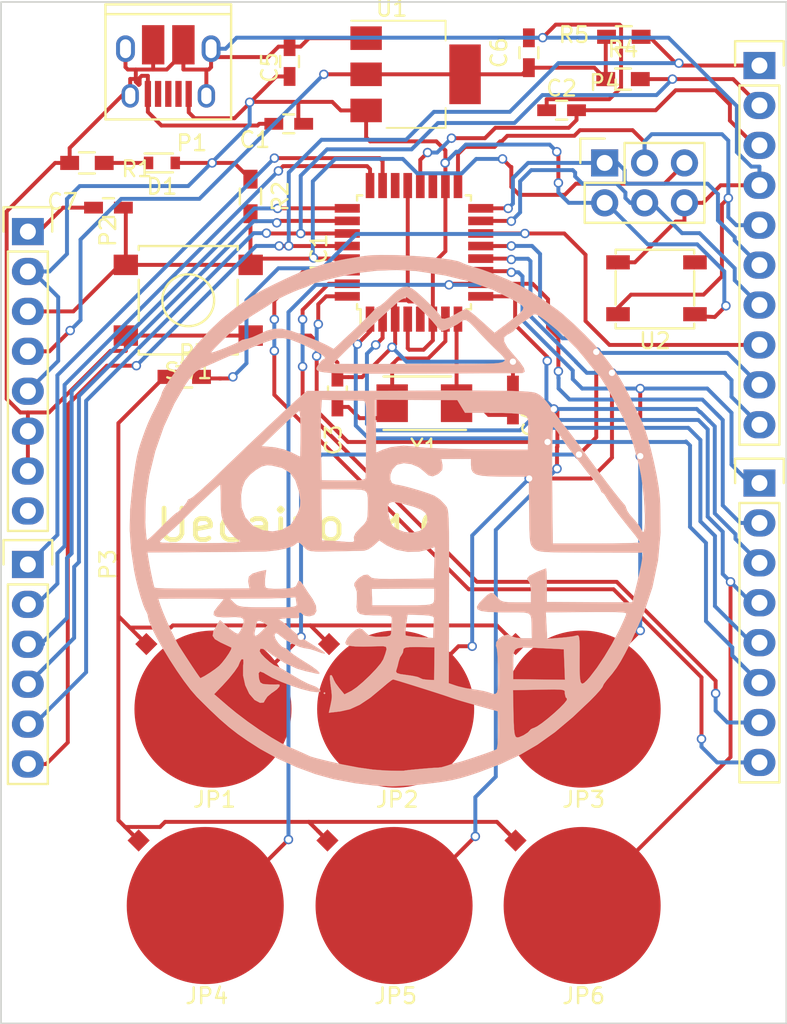
<source format=kicad_pcb>
(kicad_pcb (version 20171130) (host pcbnew "(5.1.12)-1")

  (general
    (thickness 1.6)
    (drawings 8)
    (tracks 707)
    (zones 0)
    (modules 31)
    (nets 31)
  )

  (page A4)
  (layers
    (0 F.Cu signal)
    (31 B.Cu signal)
    (32 B.Adhes user hide)
    (33 F.Adhes user hide)
    (34 B.Paste user hide)
    (35 F.Paste user hide)
    (36 B.SilkS user hide)
    (37 F.SilkS user hide)
    (38 B.Mask user hide)
    (39 F.Mask user hide)
    (40 Dwgs.User user hide)
    (41 Cmts.User user hide)
    (42 Eco1.User user hide)
    (43 Eco2.User user hide)
    (44 Edge.Cuts user)
    (45 Margin user hide)
    (46 B.CrtYd user hide)
    (47 F.CrtYd user hide)
    (48 B.Fab user hide)
    (49 F.Fab user hide)
  )

  (setup
    (last_trace_width 0.25)
    (user_trace_width 1.27)
    (trace_clearance 0.2)
    (zone_clearance 0.508)
    (zone_45_only no)
    (trace_min 0.2)
    (via_size 0.6)
    (via_drill 0.4)
    (via_min_size 0.4)
    (via_min_drill 0.3)
    (user_via 3.5 3.1)
    (uvia_size 0.3)
    (uvia_drill 0.1)
    (uvias_allowed no)
    (uvia_min_size 0.2)
    (uvia_min_drill 0.1)
    (edge_width 0.1)
    (segment_width 0.2)
    (pcb_text_width 0.3)
    (pcb_text_size 1.5 1.5)
    (mod_edge_width 0.15)
    (mod_text_size 1 1)
    (mod_text_width 0.15)
    (pad_size 1 1)
    (pad_drill 0)
    (pad_to_mask_clearance 0)
    (aux_axis_origin 0 0)
    (visible_elements 7FFFFFFF)
    (pcbplotparams
      (layerselection 0x010f0_80000001)
      (usegerberextensions true)
      (usegerberattributes true)
      (usegerberadvancedattributes true)
      (creategerberjobfile true)
      (excludeedgelayer true)
      (linewidth 0.100000)
      (plotframeref false)
      (viasonmask false)
      (mode 1)
      (useauxorigin false)
      (hpglpennumber 1)
      (hpglpenspeed 20)
      (hpglpendiameter 15.000000)
      (psnegative false)
      (psa4output false)
      (plotreference true)
      (plotvalue true)
      (plotinvisibletext false)
      (padsonsilk false)
      (subtractmaskfromsilk false)
      (outputformat 1)
      (mirror false)
      (drillshape 0)
      (scaleselection 1)
      (outputdirectory "gerber/"))
  )

  (net 0 "")
  (net 1 +5V)
  (net 2 GND)
  (net 3 /RESET)
  (net 4 /DTR)
  (net 5 +3V3)
  (net 6 /XT1)
  (net 7 /XT2)
  (net 8 "Net-(D1-Pad1)")
  (net 9 /D3)
  (net 10 /D4)
  (net 11 /D5)
  (net 12 /D6)
  (net 13 /D7)
  (net 14 /D8)
  (net 15 /D9)
  (net 16 /D10)
  (net 17 /A0)
  (net 18 /A1)
  (net 19 /A2)
  (net 20 /A3)
  (net 21 /A4/SDA)
  (net 22 /A5/SCL)
  (net 23 /RXD)
  (net 24 /TXD)
  (net 25 /D2)
  (net 26 /D11/MOSI)
  (net 27 /D12/MISO)
  (net 28 /D13/SCK)
  (net 29 /AREF)
  (net 30 "Net-(JP1-Pad2)")

  (net_class Default "This is the default net class."
    (clearance 0.2)
    (trace_width 0.25)
    (via_dia 0.6)
    (via_drill 0.4)
    (uvia_dia 0.3)
    (uvia_drill 0.1)
    (add_net +3V3)
    (add_net +5V)
    (add_net /A0)
    (add_net /A1)
    (add_net /A2)
    (add_net /A3)
    (add_net /A4/SDA)
    (add_net /A5/SCL)
    (add_net /AREF)
    (add_net /D10)
    (add_net /D11/MOSI)
    (add_net /D12/MISO)
    (add_net /D13/SCK)
    (add_net /D2)
    (add_net /D3)
    (add_net /D4)
    (add_net /D5)
    (add_net /D6)
    (add_net /D7)
    (add_net /D8)
    (add_net /D9)
    (add_net /DTR)
    (add_net /RESET)
    (add_net /RXD)
    (add_net /TXD)
    (add_net /XT1)
    (add_net /XT2)
    (add_net GND)
    (add_net "Net-(D1-Pad1)")
    (add_net "Net-(JP1-Pad2)")
  )

  (net_class Power ""
    (clearance 0.2)
    (trace_width 1)
    (via_dia 0.6)
    (via_drill 0.4)
    (uvia_dia 0.3)
    (uvia_drill 0.1)
  )

  (module Socket_Strips:Socket_Strip_Straight_1x08 (layer F.Cu) (tedit 0) (tstamp 586FAB7E)
    (at 114.706 89.6112 270)
    (descr "Through hole socket strip")
    (tags "socket strip")
    (path /586E5BC6)
    (fp_text reference P2 (at 0 -5.1 270) (layer F.SilkS)
      (effects (font (size 1 1) (thickness 0.15)))
    )
    (fp_text value CN_POWER (at 0 -3.1 270) (layer F.Fab)
      (effects (font (size 1 1) (thickness 0.15)))
    )
    (fp_line (start -1.55 -1.55) (end -1.55 1.55) (layer F.SilkS) (width 0.15))
    (fp_line (start 0 -1.55) (end -1.55 -1.55) (layer F.SilkS) (width 0.15))
    (fp_line (start 1.27 1.27) (end 1.27 -1.27) (layer F.SilkS) (width 0.15))
    (fp_line (start -1.55 1.55) (end 0 1.55) (layer F.SilkS) (width 0.15))
    (fp_line (start 19.05 -1.27) (end 1.27 -1.27) (layer F.SilkS) (width 0.15))
    (fp_line (start 19.05 1.27) (end 19.05 -1.27) (layer F.SilkS) (width 0.15))
    (fp_line (start 1.27 1.27) (end 19.05 1.27) (layer F.SilkS) (width 0.15))
    (fp_line (start -1.75 1.75) (end 19.55 1.75) (layer F.CrtYd) (width 0.05))
    (fp_line (start -1.75 -1.75) (end 19.55 -1.75) (layer F.CrtYd) (width 0.05))
    (fp_line (start 19.55 -1.75) (end 19.55 1.75) (layer F.CrtYd) (width 0.05))
    (fp_line (start -1.75 -1.75) (end -1.75 1.75) (layer F.CrtYd) (width 0.05))
    (pad 1 thru_hole rect (at 0 0 270) (size 1.7272 2.032) (drill 1.016) (layers *.Cu *.Mask)
      (net 4 /DTR))
    (pad 2 thru_hole oval (at 2.54 0 270) (size 1.7272 2.032) (drill 1.016) (layers *.Cu *.Mask)
      (net 1 +5V))
    (pad 3 thru_hole oval (at 5.08 0 270) (size 1.7272 2.032) (drill 1.016) (layers *.Cu *.Mask)
      (net 3 /RESET))
    (pad 4 thru_hole oval (at 7.62 0 270) (size 1.7272 2.032) (drill 1.016) (layers *.Cu *.Mask)
      (net 5 +3V3))
    (pad 5 thru_hole oval (at 10.16 0 270) (size 1.7272 2.032) (drill 1.016) (layers *.Cu *.Mask)
      (net 1 +5V))
    (pad 6 thru_hole oval (at 12.7 0 270) (size 1.7272 2.032) (drill 1.016) (layers *.Cu *.Mask)
      (net 2 GND))
    (pad 7 thru_hole oval (at 15.24 0 270) (size 1.7272 2.032) (drill 1.016) (layers *.Cu *.Mask)
      (net 2 GND))
    (pad 8 thru_hole oval (at 17.78 0 270) (size 1.7272 2.032) (drill 1.016) (layers *.Cu *.Mask))
    (model Socket_Strips.3dshapes/Socket_Strip_Straight_1x08.wrl
      (offset (xyz 8.889999866485596 0 0))
      (scale (xyz 1 1 1))
      (rotate (xyz 0 0 180))
    )
  )

  (module Housings_QFP:TQFP-32_7x7mm_Pitch0.8mm (layer F.Cu) (tedit 585D09A4) (tstamp 5847FBE2)
    (at 139.294 90.932 90)
    (descr "32-Lead Plastic Thin Quad Flatpack (PT) - 7x7x1.0 mm Body, 2.00 mm [TQFP] (see Microchip Packaging Specification 00000049BS.pdf)")
    (tags "QFP 0.8")
    (path /5847FF76)
    (attr smd)
    (fp_text reference IC1 (at 0 -6.05 90) (layer F.SilkS)
      (effects (font (size 1 1) (thickness 0.15)))
    )
    (fp_text value ATMEGA328P-A (at -2.667 0.762 180) (layer F.Fab)
      (effects (font (size 1 1) (thickness 0.15)))
    )
    (fp_line (start -3.625 -3.4) (end -5.05 -3.4) (layer F.SilkS) (width 0.15))
    (fp_line (start 3.625 -3.625) (end 3.3 -3.625) (layer F.SilkS) (width 0.15))
    (fp_line (start 3.625 3.625) (end 3.3 3.625) (layer F.SilkS) (width 0.15))
    (fp_line (start -3.625 3.625) (end -3.3 3.625) (layer F.SilkS) (width 0.15))
    (fp_line (start -3.625 -3.625) (end -3.3 -3.625) (layer F.SilkS) (width 0.15))
    (fp_line (start -3.625 3.625) (end -3.625 3.3) (layer F.SilkS) (width 0.15))
    (fp_line (start 3.625 3.625) (end 3.625 3.3) (layer F.SilkS) (width 0.15))
    (fp_line (start 3.625 -3.625) (end 3.625 -3.3) (layer F.SilkS) (width 0.15))
    (fp_line (start -3.625 -3.625) (end -3.625 -3.4) (layer F.SilkS) (width 0.15))
    (fp_line (start -5.3 5.3) (end 5.3 5.3) (layer F.CrtYd) (width 0.05))
    (fp_line (start -5.3 -5.3) (end 5.3 -5.3) (layer F.CrtYd) (width 0.05))
    (fp_line (start 5.3 -5.3) (end 5.3 5.3) (layer F.CrtYd) (width 0.05))
    (fp_line (start -5.3 -5.3) (end -5.3 5.3) (layer F.CrtYd) (width 0.05))
    (fp_line (start -3.5 -2.5) (end -2.5 -3.5) (layer F.Fab) (width 0.15))
    (fp_line (start -3.5 3.5) (end -3.5 -2.5) (layer F.Fab) (width 0.15))
    (fp_line (start 3.5 3.5) (end -3.5 3.5) (layer F.Fab) (width 0.15))
    (fp_line (start 3.5 -3.5) (end 3.5 3.5) (layer F.Fab) (width 0.15))
    (fp_line (start -2.5 -3.5) (end 3.5 -3.5) (layer F.Fab) (width 0.15))
    (fp_text user %R (at 0 0 90) (layer F.Fab)
      (effects (font (size 1 1) (thickness 0.15)))
    )
    (pad 1 smd rect (at -4.25 -2.8 90) (size 1.6 0.55) (layers F.Cu F.Paste F.Mask)
      (net 9 /D3))
    (pad 2 smd rect (at -4.25 -2 90) (size 1.6 0.55) (layers F.Cu F.Paste F.Mask)
      (net 10 /D4))
    (pad 3 smd rect (at -4.25 -1.2 90) (size 1.6 0.55) (layers F.Cu F.Paste F.Mask)
      (net 2 GND))
    (pad 4 smd rect (at -4.25 -0.4 90) (size 1.6 0.55) (layers F.Cu F.Paste F.Mask)
      (net 1 +5V))
    (pad 5 smd rect (at -4.25 0.4 90) (size 1.6 0.55) (layers F.Cu F.Paste F.Mask)
      (net 2 GND))
    (pad 6 smd rect (at -4.25 1.2 90) (size 1.6 0.55) (layers F.Cu F.Paste F.Mask)
      (net 1 +5V))
    (pad 7 smd rect (at -4.25 2 90) (size 1.6 0.55) (layers F.Cu F.Paste F.Mask)
      (net 6 /XT1))
    (pad 8 smd rect (at -4.25 2.8 90) (size 1.6 0.55) (layers F.Cu F.Paste F.Mask)
      (net 7 /XT2))
    (pad 9 smd rect (at -2.8 4.25 180) (size 1.6 0.55) (layers F.Cu F.Paste F.Mask)
      (net 11 /D5))
    (pad 10 smd rect (at -2 4.25 180) (size 1.6 0.55) (layers F.Cu F.Paste F.Mask)
      (net 12 /D6))
    (pad 11 smd rect (at -1.2 4.25 180) (size 1.6 0.55) (layers F.Cu F.Paste F.Mask)
      (net 13 /D7))
    (pad 12 smd rect (at -0.4 4.25 180) (size 1.6 0.55) (layers F.Cu F.Paste F.Mask)
      (net 14 /D8))
    (pad 13 smd rect (at 0.4 4.25 180) (size 1.6 0.55) (layers F.Cu F.Paste F.Mask)
      (net 15 /D9))
    (pad 14 smd rect (at 1.2 4.25 180) (size 1.6 0.55) (layers F.Cu F.Paste F.Mask)
      (net 16 /D10))
    (pad 15 smd rect (at 2 4.25 180) (size 1.6 0.55) (layers F.Cu F.Paste F.Mask)
      (net 26 /D11/MOSI))
    (pad 16 smd rect (at 2.8 4.25 180) (size 1.6 0.55) (layers F.Cu F.Paste F.Mask)
      (net 27 /D12/MISO))
    (pad 17 smd rect (at 4.25 2.8 90) (size 1.6 0.55) (layers F.Cu F.Paste F.Mask)
      (net 28 /D13/SCK))
    (pad 18 smd rect (at 4.25 2 90) (size 1.6 0.55) (layers F.Cu F.Paste F.Mask)
      (net 1 +5V))
    (pad 19 smd rect (at 4.25 1.2 90) (size 1.6 0.55) (layers F.Cu F.Paste F.Mask))
    (pad 20 smd rect (at 4.25 0.4 90) (size 1.6 0.55) (layers F.Cu F.Paste F.Mask)
      (net 29 /AREF))
    (pad 21 smd rect (at 4.25 -0.4 90) (size 1.6 0.55) (layers F.Cu F.Paste F.Mask)
      (net 2 GND))
    (pad 22 smd rect (at 4.25 -1.2 90) (size 1.6 0.55) (layers F.Cu F.Paste F.Mask))
    (pad 23 smd rect (at 4.25 -2 90) (size 1.6 0.55) (layers F.Cu F.Paste F.Mask)
      (net 17 /A0))
    (pad 24 smd rect (at 4.25 -2.8 90) (size 1.6 0.55) (layers F.Cu F.Paste F.Mask)
      (net 18 /A1))
    (pad 25 smd rect (at 2.8 -4.25 180) (size 1.6 0.55) (layers F.Cu F.Paste F.Mask)
      (net 19 /A2))
    (pad 26 smd rect (at 2 -4.25 180) (size 1.6 0.55) (layers F.Cu F.Paste F.Mask)
      (net 20 /A3))
    (pad 27 smd rect (at 1.2 -4.25 180) (size 1.6 0.55) (layers F.Cu F.Paste F.Mask)
      (net 21 /A4/SDA))
    (pad 28 smd rect (at 0.4 -4.25 180) (size 1.6 0.55) (layers F.Cu F.Paste F.Mask)
      (net 22 /A5/SCL))
    (pad 29 smd rect (at -0.4 -4.25 180) (size 1.6 0.55) (layers F.Cu F.Paste F.Mask)
      (net 3 /RESET))
    (pad 30 smd rect (at -1.2 -4.25 180) (size 1.6 0.55) (layers F.Cu F.Paste F.Mask)
      (net 23 /RXD))
    (pad 31 smd rect (at -2 -4.25 180) (size 1.6 0.55) (layers F.Cu F.Paste F.Mask)
      (net 24 /TXD))
    (pad 32 smd rect (at -2.8 -4.25 180) (size 1.6 0.55) (layers F.Cu F.Paste F.Mask)
      (net 25 /D2))
    (model Housings_QFP.3dshapes/TQFP-32_7x7mm_Pitch0.8mm.wrl
      (at (xyz 0 0 0))
      (scale (xyz 1 1 1))
      (rotate (xyz 0 0 0))
    )
  )

  (module Buttons_Switches_SMD:SW_SPST_B3S-1000 (layer F.Cu) (tedit 56EDA1C6) (tstamp 5847FBF0)
    (at 124.917 93.98 180)
    (descr "Surface Mount Tactile Switch for High-Density Packaging")
    (tags "Tactile Switch")
    (path /5847F20E)
    (attr smd)
    (fp_text reference SW1 (at 0 -4.5 180) (layer F.SilkS)
      (effects (font (size 1 1) (thickness 0.15)))
    )
    (fp_text value SW_PUSH (at 0 4.5 180) (layer F.Fab)
      (effects (font (size 1 1) (thickness 0.15)))
    )
    (fp_circle (center 0 0) (end 1.65 0) (layer F.SilkS) (width 0.15))
    (fp_line (start -3 3.3) (end -3 -3.3) (layer F.Fab) (width 0.15))
    (fp_line (start 3 3.3) (end -3 3.3) (layer F.Fab) (width 0.15))
    (fp_line (start 3 -3.3) (end 3 3.3) (layer F.Fab) (width 0.15))
    (fp_line (start -3 -3.3) (end 3 -3.3) (layer F.Fab) (width 0.15))
    (fp_line (start 3.15 -1.3) (end 3.15 1.3) (layer F.SilkS) (width 0.15))
    (fp_line (start -3.15 3.45) (end -3.15 3.2) (layer F.SilkS) (width 0.15))
    (fp_line (start 3.15 3.45) (end -3.15 3.45) (layer F.SilkS) (width 0.15))
    (fp_line (start 3.15 3.2) (end 3.15 3.45) (layer F.SilkS) (width 0.15))
    (fp_line (start -3.15 1.3) (end -3.15 -1.3) (layer F.SilkS) (width 0.15))
    (fp_line (start 3.15 -3.45) (end 3.15 -3.2) (layer F.SilkS) (width 0.15))
    (fp_line (start -3.15 -3.45) (end 3.15 -3.45) (layer F.SilkS) (width 0.15))
    (fp_line (start -3.15 -3.2) (end -3.15 -3.45) (layer F.SilkS) (width 0.15))
    (fp_line (start -5 -3.7) (end -5 3.7) (layer F.CrtYd) (width 0.05))
    (fp_line (start 5 -3.7) (end -5 -3.7) (layer F.CrtYd) (width 0.05))
    (fp_line (start 5 3.7) (end 5 -3.7) (layer F.CrtYd) (width 0.05))
    (fp_line (start -5 3.7) (end 5 3.7) (layer F.CrtYd) (width 0.05))
    (pad 1 smd rect (at -3.975 -2.25 180) (size 1.55 1.3) (layers F.Cu F.Paste F.Mask)
      (net 2 GND))
    (pad 1 smd rect (at 3.975 -2.25 180) (size 1.55 1.3) (layers F.Cu F.Paste F.Mask)
      (net 2 GND))
    (pad 2 smd rect (at -3.975 2.25 180) (size 1.55 1.3) (layers F.Cu F.Paste F.Mask)
      (net 3 /RESET))
    (pad 2 smd rect (at 3.975 2.25 180) (size 1.55 1.3) (layers F.Cu F.Paste F.Mask)
      (net 3 /RESET))
  )

  (module Capacitors_SMD:C_0603_HandSoldering (layer F.Cu) (tedit 585DD6A6) (tstamp 585CAE06)
    (at 145.593 100.33 270)
    (descr "Capacitor SMD 0603, hand soldering")
    (tags "capacitor 0603")
    (path /585D5BEB)
    (attr smd)
    (fp_text reference C4 (at 1.397 -1.143 270) (layer F.SilkS)
      (effects (font (size 1 1) (thickness 0.15)))
    )
    (fp_text value 22uF (at 0 1.9 270) (layer F.Fab)
      (effects (font (size 1 1) (thickness 0.15)))
    )
    (fp_line (start 0.35 0.6) (end -0.35 0.6) (layer F.SilkS) (width 0.15))
    (fp_line (start -0.35 -0.6) (end 0.35 -0.6) (layer F.SilkS) (width 0.15))
    (fp_line (start 1.85 -0.75) (end 1.85 0.75) (layer F.CrtYd) (width 0.05))
    (fp_line (start -1.85 -0.75) (end -1.85 0.75) (layer F.CrtYd) (width 0.05))
    (fp_line (start -1.85 0.75) (end 1.85 0.75) (layer F.CrtYd) (width 0.05))
    (fp_line (start -1.85 -0.75) (end 1.85 -0.75) (layer F.CrtYd) (width 0.05))
    (fp_line (start -0.8 -0.4) (end 0.8 -0.4) (layer F.Fab) (width 0.15))
    (fp_line (start 0.8 -0.4) (end 0.8 0.4) (layer F.Fab) (width 0.15))
    (fp_line (start 0.8 0.4) (end -0.8 0.4) (layer F.Fab) (width 0.15))
    (fp_line (start -0.8 0.4) (end -0.8 -0.4) (layer F.Fab) (width 0.15))
    (pad 1 smd rect (at -0.95 0 270) (size 1.2 0.75) (layers F.Cu F.Paste F.Mask)
      (net 2 GND))
    (pad 2 smd rect (at 0.95 0 270) (size 1.2 0.75) (layers F.Cu F.Paste F.Mask)
      (net 7 /XT2))
    (model Capacitors_SMD.3dshapes/C_0603_HandSoldering.wrl
      (at (xyz 0 0 0))
      (scale (xyz 1 1 1))
      (rotate (xyz 0 0 0))
    )
  )

  (module Capacitors_SMD:C_0603_HandSoldering (layer F.Cu) (tedit 585DD7E1) (tstamp 585CAE16)
    (at 131.369 78.7908 90)
    (descr "Capacitor SMD 0603, hand soldering")
    (tags "capacitor 0603")
    (path /585C7547)
    (attr smd)
    (fp_text reference C5 (at -0.381 -1.27 90) (layer F.SilkS)
      (effects (font (size 1 1) (thickness 0.15)))
    )
    (fp_text value 10uF (at 0 1.9 90) (layer F.Fab)
      (effects (font (size 1 1) (thickness 0.15)))
    )
    (fp_line (start 0.35 0.6) (end -0.35 0.6) (layer F.SilkS) (width 0.15))
    (fp_line (start -0.35 -0.6) (end 0.35 -0.6) (layer F.SilkS) (width 0.15))
    (fp_line (start 1.85 -0.75) (end 1.85 0.75) (layer F.CrtYd) (width 0.05))
    (fp_line (start -1.85 -0.75) (end -1.85 0.75) (layer F.CrtYd) (width 0.05))
    (fp_line (start -1.85 0.75) (end 1.85 0.75) (layer F.CrtYd) (width 0.05))
    (fp_line (start -1.85 -0.75) (end 1.85 -0.75) (layer F.CrtYd) (width 0.05))
    (fp_line (start -0.8 -0.4) (end 0.8 -0.4) (layer F.Fab) (width 0.15))
    (fp_line (start 0.8 -0.4) (end 0.8 0.4) (layer F.Fab) (width 0.15))
    (fp_line (start 0.8 0.4) (end -0.8 0.4) (layer F.Fab) (width 0.15))
    (fp_line (start -0.8 0.4) (end -0.8 -0.4) (layer F.Fab) (width 0.15))
    (pad 1 smd rect (at -0.95 0 90) (size 1.2 0.75) (layers F.Cu F.Paste F.Mask)
      (net 1 +5V))
    (pad 2 smd rect (at 0.95 0 90) (size 1.2 0.75) (layers F.Cu F.Paste F.Mask)
      (net 2 GND))
    (model Capacitors_SMD.3dshapes/C_0603_HandSoldering.wrl
      (at (xyz 0 0 0))
      (scale (xyz 1 1 1))
      (rotate (xyz 0 0 0))
    )
  )

  (module Capacitors_SMD:C_0603_HandSoldering (layer F.Cu) (tedit 585D056A) (tstamp 585CAE26)
    (at 146.609 78.232 90)
    (descr "Capacitor SMD 0603, hand soldering")
    (tags "capacitor 0603")
    (path /585C9A24)
    (attr smd)
    (fp_text reference C6 (at 0 -1.9 90) (layer F.SilkS)
      (effects (font (size 1 1) (thickness 0.15)))
    )
    (fp_text value 10uF (at 3.556 0.127 90) (layer F.Fab)
      (effects (font (size 1 1) (thickness 0.15)))
    )
    (fp_line (start 0.35 0.6) (end -0.35 0.6) (layer F.SilkS) (width 0.15))
    (fp_line (start -0.35 -0.6) (end 0.35 -0.6) (layer F.SilkS) (width 0.15))
    (fp_line (start 1.85 -0.75) (end 1.85 0.75) (layer F.CrtYd) (width 0.05))
    (fp_line (start -1.85 -0.75) (end -1.85 0.75) (layer F.CrtYd) (width 0.05))
    (fp_line (start -1.85 0.75) (end 1.85 0.75) (layer F.CrtYd) (width 0.05))
    (fp_line (start -1.85 -0.75) (end 1.85 -0.75) (layer F.CrtYd) (width 0.05))
    (fp_line (start -0.8 -0.4) (end 0.8 -0.4) (layer F.Fab) (width 0.15))
    (fp_line (start 0.8 -0.4) (end 0.8 0.4) (layer F.Fab) (width 0.15))
    (fp_line (start 0.8 0.4) (end -0.8 0.4) (layer F.Fab) (width 0.15))
    (fp_line (start -0.8 0.4) (end -0.8 -0.4) (layer F.Fab) (width 0.15))
    (pad 1 smd rect (at -0.95 0 90) (size 1.2 0.75) (layers F.Cu F.Paste F.Mask)
      (net 5 +3V3))
    (pad 2 smd rect (at 0.95 0 90) (size 1.2 0.75) (layers F.Cu F.Paste F.Mask)
      (net 2 GND))
    (model Capacitors_SMD.3dshapes/C_0603_HandSoldering.wrl
      (at (xyz 0 0 0))
      (scale (xyz 1 1 1))
      (rotate (xyz 0 0 0))
    )
  )

  (module Capacitors_SMD:C_0603_HandSoldering (layer F.Cu) (tedit 585CFFAE) (tstamp 585CAE36)
    (at 119.837 88.0872)
    (descr "Capacitor SMD 0603, hand soldering")
    (tags "capacitor 0603")
    (path /5847F0A9)
    (attr smd)
    (fp_text reference C7 (at -2.921 -0.381) (layer F.SilkS)
      (effects (font (size 1 1) (thickness 0.15)))
    )
    (fp_text value 0.1u (at 3.556 -0.127) (layer F.Fab)
      (effects (font (size 1 1) (thickness 0.15)))
    )
    (fp_line (start 0.35 0.6) (end -0.35 0.6) (layer F.SilkS) (width 0.15))
    (fp_line (start -0.35 -0.6) (end 0.35 -0.6) (layer F.SilkS) (width 0.15))
    (fp_line (start 1.85 -0.75) (end 1.85 0.75) (layer F.CrtYd) (width 0.05))
    (fp_line (start -1.85 -0.75) (end -1.85 0.75) (layer F.CrtYd) (width 0.05))
    (fp_line (start -1.85 0.75) (end 1.85 0.75) (layer F.CrtYd) (width 0.05))
    (fp_line (start -1.85 -0.75) (end 1.85 -0.75) (layer F.CrtYd) (width 0.05))
    (fp_line (start -0.8 -0.4) (end 0.8 -0.4) (layer F.Fab) (width 0.15))
    (fp_line (start 0.8 -0.4) (end 0.8 0.4) (layer F.Fab) (width 0.15))
    (fp_line (start 0.8 0.4) (end -0.8 0.4) (layer F.Fab) (width 0.15))
    (fp_line (start -0.8 0.4) (end -0.8 -0.4) (layer F.Fab) (width 0.15))
    (pad 1 smd rect (at -0.95 0) (size 1.2 0.75) (layers F.Cu F.Paste F.Mask)
      (net 4 /DTR))
    (pad 2 smd rect (at 0.95 0) (size 1.2 0.75) (layers F.Cu F.Paste F.Mask)
      (net 3 /RESET))
    (model Capacitors_SMD.3dshapes/C_0603_HandSoldering.wrl
      (at (xyz 0 0 0))
      (scale (xyz 1 1 1))
      (rotate (xyz 0 0 0))
    )
  )

  (module Diodes_SMD:D_0603 (layer F.Cu) (tedit 574BBA57) (tstamp 585CAE4C)
    (at 123.241 85.2424)
    (descr "Diode SMD in 0603 package")
    (tags "smd diode")
    (path /585CAFDA)
    (attr smd)
    (fp_text reference D1 (at 0 1.5) (layer F.SilkS)
      (effects (font (size 1 1) (thickness 0.15)))
    )
    (fp_text value LED_+5V (at 0 -1.5) (layer F.Fab)
      (effects (font (size 1 1) (thickness 0.15)))
    )
    (fp_line (start -1.1 -0.6) (end 0.7 -0.6) (layer F.SilkS) (width 0.15))
    (fp_line (start -1.1 0.6) (end 0.7 0.6) (layer F.SilkS) (width 0.15))
    (fp_line (start -0.8 -0.5) (end 0.8 -0.5) (layer F.Fab) (width 0.15))
    (fp_line (start 0.8 -0.5) (end 0.8 0.5) (layer F.Fab) (width 0.15))
    (fp_line (start 0.8 0.5) (end -0.8 0.5) (layer F.Fab) (width 0.15))
    (fp_line (start -0.8 0.5) (end -0.8 -0.5) (layer F.Fab) (width 0.15))
    (fp_line (start 0.2 -0.2) (end -0.1 0) (layer F.Fab) (width 0.15))
    (fp_line (start -0.1 0) (end 0.2 0.2) (layer F.Fab) (width 0.15))
    (fp_line (start 0.2 0.2) (end 0.2 -0.2) (layer F.Fab) (width 0.15))
    (fp_line (start -0.1 -0.2) (end -0.1 0.2) (layer F.Fab) (width 0.15))
    (fp_line (start -0.1 0) (end -0.3 0) (layer F.Fab) (width 0.15))
    (fp_line (start 0.2 0) (end 0.4 0) (layer F.Fab) (width 0.15))
    (fp_line (start 1.5 -0.8) (end -1.5 -0.8) (layer F.CrtYd) (width 0.05))
    (fp_line (start -1.5 -0.8) (end -1.5 0.8) (layer F.CrtYd) (width 0.05))
    (fp_line (start -1.5 0.8) (end 1.5 0.8) (layer F.CrtYd) (width 0.05))
    (fp_line (start 1.5 0.8) (end 1.5 -0.8) (layer F.CrtYd) (width 0.05))
    (pad 1 smd rect (at -0.85 0) (size 0.6 0.8) (layers F.Cu F.Paste F.Mask)
      (net 8 "Net-(D1-Pad1)"))
    (pad 2 smd rect (at 0.85 0) (size 0.6 0.8) (layers F.Cu F.Paste F.Mask)
      (net 1 +5V))
  )

  (module Resistors_SMD:R_0603_HandSoldering (layer F.Cu) (tedit 58307AEF) (tstamp 585CAF91)
    (at 128.88 87.376 270)
    (descr "Resistor SMD 0603, hand soldering")
    (tags "resistor 0603")
    (path /5847EFF0)
    (attr smd)
    (fp_text reference R2 (at 0 -1.9 270) (layer F.SilkS)
      (effects (font (size 1 1) (thickness 0.15)))
    )
    (fp_text value 10K (at 0 1.9 270) (layer F.Fab)
      (effects (font (size 1 1) (thickness 0.15)))
    )
    (fp_line (start -0.5 -0.675) (end 0.5 -0.675) (layer F.SilkS) (width 0.15))
    (fp_line (start 0.5 0.675) (end -0.5 0.675) (layer F.SilkS) (width 0.15))
    (fp_line (start 2 -0.8) (end 2 0.8) (layer F.CrtYd) (width 0.05))
    (fp_line (start -2 -0.8) (end -2 0.8) (layer F.CrtYd) (width 0.05))
    (fp_line (start -2 0.8) (end 2 0.8) (layer F.CrtYd) (width 0.05))
    (fp_line (start -2 -0.8) (end 2 -0.8) (layer F.CrtYd) (width 0.05))
    (fp_line (start -0.8 -0.4) (end 0.8 -0.4) (layer F.Fab) (width 0.1))
    (fp_line (start 0.8 -0.4) (end 0.8 0.4) (layer F.Fab) (width 0.1))
    (fp_line (start 0.8 0.4) (end -0.8 0.4) (layer F.Fab) (width 0.1))
    (fp_line (start -0.8 0.4) (end -0.8 -0.4) (layer F.Fab) (width 0.1))
    (pad 1 smd rect (at -1.1 0 270) (size 1.2 0.9) (layers F.Cu F.Paste F.Mask)
      (net 1 +5V))
    (pad 2 smd rect (at 1.1 0 270) (size 1.2 0.9) (layers F.Cu F.Paste F.Mask)
      (net 3 /RESET))
    (model Resistors_SMD.3dshapes/R_0603_HandSoldering.wrl
      (at (xyz 0 0 0))
      (scale (xyz 1 1 1))
      (rotate (xyz 0 0 0))
    )
  )

  (module Resistors_SMD:R_0603_HandSoldering (layer F.Cu) (tedit 585DD7A4) (tstamp 585CAFA1)
    (at 124.663 98.8568 180)
    (descr "Resistor SMD 0603, hand soldering")
    (tags "resistor 0603")
    (path /585D9C69)
    (attr smd)
    (fp_text reference R3 (at -0.635 1.524 180) (layer F.SilkS)
      (effects (font (size 1 1) (thickness 0.15)))
    )
    (fp_text value 10M (at 0 1.9 180) (layer F.Fab)
      (effects (font (size 1 1) (thickness 0.15)))
    )
    (fp_line (start -0.5 -0.675) (end 0.5 -0.675) (layer F.SilkS) (width 0.15))
    (fp_line (start 0.5 0.675) (end -0.5 0.675) (layer F.SilkS) (width 0.15))
    (fp_line (start 2 -0.8) (end 2 0.8) (layer F.CrtYd) (width 0.05))
    (fp_line (start -2 -0.8) (end -2 0.8) (layer F.CrtYd) (width 0.05))
    (fp_line (start -2 0.8) (end 2 0.8) (layer F.CrtYd) (width 0.05))
    (fp_line (start -2 -0.8) (end 2 -0.8) (layer F.CrtYd) (width 0.05))
    (fp_line (start -0.8 -0.4) (end 0.8 -0.4) (layer F.Fab) (width 0.1))
    (fp_line (start 0.8 -0.4) (end 0.8 0.4) (layer F.Fab) (width 0.1))
    (fp_line (start 0.8 0.4) (end -0.8 0.4) (layer F.Fab) (width 0.1))
    (fp_line (start -0.8 0.4) (end -0.8 -0.4) (layer F.Fab) (width 0.1))
    (pad 1 smd rect (at -1.1 0 180) (size 1.2 0.9) (layers F.Cu F.Paste F.Mask)
      (net 16 /D10))
    (pad 2 smd rect (at 1.1 0 180) (size 1.2 0.9) (layers F.Cu F.Paste F.Mask)
      (net 30 "Net-(JP1-Pad2)"))
    (model Resistors_SMD.3dshapes/R_0603_HandSoldering.wrl
      (at (xyz 0 0 0))
      (scale (xyz 1 1 1))
      (rotate (xyz 0 0 0))
    )
  )

  (module Resistors_SMD:R_0603_HandSoldering (layer F.Cu) (tedit 58307AEF) (tstamp 585CAFB1)
    (at 152.603 79.9084)
    (descr "Resistor SMD 0603, hand soldering")
    (tags "resistor 0603")
    (path /586F46C9)
    (attr smd)
    (fp_text reference R4 (at 0 -1.9) (layer F.SilkS)
      (effects (font (size 1 1) (thickness 0.15)))
    )
    (fp_text value 3.3K (at 0 1.9) (layer F.Fab)
      (effects (font (size 1 1) (thickness 0.15)))
    )
    (fp_line (start -0.5 -0.675) (end 0.5 -0.675) (layer F.SilkS) (width 0.15))
    (fp_line (start 0.5 0.675) (end -0.5 0.675) (layer F.SilkS) (width 0.15))
    (fp_line (start 2 -0.8) (end 2 0.8) (layer F.CrtYd) (width 0.05))
    (fp_line (start -2 -0.8) (end -2 0.8) (layer F.CrtYd) (width 0.05))
    (fp_line (start -2 0.8) (end 2 0.8) (layer F.CrtYd) (width 0.05))
    (fp_line (start -2 -0.8) (end 2 -0.8) (layer F.CrtYd) (width 0.05))
    (fp_line (start -0.8 -0.4) (end 0.8 -0.4) (layer F.Fab) (width 0.1))
    (fp_line (start 0.8 -0.4) (end 0.8 0.4) (layer F.Fab) (width 0.1))
    (fp_line (start 0.8 0.4) (end -0.8 0.4) (layer F.Fab) (width 0.1))
    (fp_line (start -0.8 0.4) (end -0.8 -0.4) (layer F.Fab) (width 0.1))
    (pad 1 smd rect (at -1.1 0) (size 1.2 0.9) (layers F.Cu F.Paste F.Mask)
      (net 5 +3V3))
    (pad 2 smd rect (at 1.1 0) (size 1.2 0.9) (layers F.Cu F.Paste F.Mask)
      (net 21 /A4/SDA))
    (model Resistors_SMD.3dshapes/R_0603_HandSoldering.wrl
      (at (xyz 0 0 0))
      (scale (xyz 1 1 1))
      (rotate (xyz 0 0 0))
    )
  )

  (module Resistors_SMD:R_0603_HandSoldering (layer F.Cu) (tedit 585DD816) (tstamp 585CAFC1)
    (at 152.654 77.216)
    (descr "Resistor SMD 0603, hand soldering")
    (tags "resistor 0603")
    (path /586F461D)
    (attr smd)
    (fp_text reference R5 (at -3.175 -0.127) (layer F.SilkS)
      (effects (font (size 1 1) (thickness 0.15)))
    )
    (fp_text value 3.3K (at 0 1.9) (layer F.Fab)
      (effects (font (size 1 1) (thickness 0.15)))
    )
    (fp_line (start -0.5 -0.675) (end 0.5 -0.675) (layer F.SilkS) (width 0.15))
    (fp_line (start 0.5 0.675) (end -0.5 0.675) (layer F.SilkS) (width 0.15))
    (fp_line (start 2 -0.8) (end 2 0.8) (layer F.CrtYd) (width 0.05))
    (fp_line (start -2 -0.8) (end -2 0.8) (layer F.CrtYd) (width 0.05))
    (fp_line (start -2 0.8) (end 2 0.8) (layer F.CrtYd) (width 0.05))
    (fp_line (start -2 -0.8) (end 2 -0.8) (layer F.CrtYd) (width 0.05))
    (fp_line (start -0.8 -0.4) (end 0.8 -0.4) (layer F.Fab) (width 0.1))
    (fp_line (start 0.8 -0.4) (end 0.8 0.4) (layer F.Fab) (width 0.1))
    (fp_line (start 0.8 0.4) (end -0.8 0.4) (layer F.Fab) (width 0.1))
    (fp_line (start -0.8 0.4) (end -0.8 -0.4) (layer F.Fab) (width 0.1))
    (pad 1 smd rect (at -1.1 0) (size 1.2 0.9) (layers F.Cu F.Paste F.Mask)
      (net 5 +3V3))
    (pad 2 smd rect (at 1.1 0) (size 1.2 0.9) (layers F.Cu F.Paste F.Mask)
      (net 22 /A5/SCL))
    (model Resistors_SMD.3dshapes/R_0603_HandSoldering.wrl
      (at (xyz 0 0 0))
      (scale (xyz 1 1 1))
      (rotate (xyz 0 0 0))
    )
  )

  (module TO_SOT_Packages_SMD:SOT-223 (layer F.Cu) (tedit 585DD7F1) (tstamp 585CAFE5)
    (at 139.395 79.6036)
    (descr "module CMS SOT223 4 pins")
    (tags "CMS SOT")
    (path /585C97A8)
    (attr smd)
    (fp_text reference U1 (at -1.524 -4.191) (layer F.SilkS)
      (effects (font (size 1 1) (thickness 0.15)))
    )
    (fp_text value AP1117 (at -0.127 0.254 90) (layer F.Fab)
      (effects (font (size 1 1) (thickness 0.15)))
    )
    (fp_line (start 1.85 -3.35) (end 1.85 3.35) (layer F.Fab) (width 0.15))
    (fp_line (start -1.85 3.35) (end 1.85 3.35) (layer F.Fab) (width 0.15))
    (fp_line (start -4.1 -3.41) (end 1.91 -3.41) (layer F.SilkS) (width 0.12))
    (fp_line (start -1.85 -3.35) (end 1.85 -3.35) (layer F.Fab) (width 0.15))
    (fp_line (start -1.85 3.41) (end 1.91 3.41) (layer F.SilkS) (width 0.12))
    (fp_line (start -1.85 -3.35) (end -1.85 3.35) (layer F.Fab) (width 0.15))
    (fp_line (start -4.4 -3.6) (end -4.4 3.6) (layer F.CrtYd) (width 0.05))
    (fp_line (start -4.4 3.6) (end 4.4 3.6) (layer F.CrtYd) (width 0.05))
    (fp_line (start 4.4 3.6) (end 4.4 -3.6) (layer F.CrtYd) (width 0.05))
    (fp_line (start 4.4 -3.6) (end -4.4 -3.6) (layer F.CrtYd) (width 0.05))
    (fp_line (start 1.91 -3.41) (end 1.91 -2.15) (layer F.SilkS) (width 0.12))
    (fp_line (start 1.91 3.41) (end 1.91 2.15) (layer F.SilkS) (width 0.12))
    (pad 4 smd rect (at 3.15 0) (size 2 3.8) (layers F.Cu F.Paste F.Mask)
      (net 5 +3V3))
    (pad 2 smd rect (at -3.15 0) (size 2 1.5) (layers F.Cu F.Paste F.Mask)
      (net 5 +3V3))
    (pad 3 smd rect (at -3.15 2.3) (size 2 1.5) (layers F.Cu F.Paste F.Mask)
      (net 1 +5V))
    (pad 1 smd rect (at -3.15 -2.3) (size 2 1.5) (layers F.Cu F.Paste F.Mask)
      (net 2 GND))
    (model TO_SOT_Packages_SMD.3dshapes/SOT-223.wrl
      (at (xyz 0 0 0))
      (scale (xyz 0.4 0.4 0.4))
      (rotate (xyz 0 0 90))
    )
  )

  (module Capacitors_SMD:C_0603_HandSoldering (layer F.Cu) (tedit 585DD7B6) (tstamp 585CB1B7)
    (at 131.318 82.7532 180)
    (descr "Capacitor SMD 0603, hand soldering")
    (tags "capacitor 0603")
    (path /5847CF66)
    (attr smd)
    (fp_text reference C1 (at 2.159 -1.016 180) (layer F.SilkS)
      (effects (font (size 1 1) (thickness 0.15)))
    )
    (fp_text value 0.1u (at 0 1.9 180) (layer F.Fab)
      (effects (font (size 1 1) (thickness 0.15)))
    )
    (fp_line (start 0.35 0.6) (end -0.35 0.6) (layer F.SilkS) (width 0.15))
    (fp_line (start -0.35 -0.6) (end 0.35 -0.6) (layer F.SilkS) (width 0.15))
    (fp_line (start 1.85 -0.75) (end 1.85 0.75) (layer F.CrtYd) (width 0.05))
    (fp_line (start -1.85 -0.75) (end -1.85 0.75) (layer F.CrtYd) (width 0.05))
    (fp_line (start -1.85 0.75) (end 1.85 0.75) (layer F.CrtYd) (width 0.05))
    (fp_line (start -1.85 -0.75) (end 1.85 -0.75) (layer F.CrtYd) (width 0.05))
    (fp_line (start -0.8 -0.4) (end 0.8 -0.4) (layer F.Fab) (width 0.15))
    (fp_line (start 0.8 -0.4) (end 0.8 0.4) (layer F.Fab) (width 0.15))
    (fp_line (start 0.8 0.4) (end -0.8 0.4) (layer F.Fab) (width 0.15))
    (fp_line (start -0.8 0.4) (end -0.8 -0.4) (layer F.Fab) (width 0.15))
    (pad 1 smd rect (at -0.95 0 180) (size 1.2 0.75) (layers F.Cu F.Paste F.Mask)
      (net 1 +5V))
    (pad 2 smd rect (at 0.95 0 180) (size 1.2 0.75) (layers F.Cu F.Paste F.Mask)
      (net 2 GND))
    (model Capacitors_SMD.3dshapes/C_0603_HandSoldering.wrl
      (at (xyz 0 0 0))
      (scale (xyz 1 1 1))
      (rotate (xyz 0 0 0))
    )
  )

  (module Capacitors_SMD:C_0603_HandSoldering (layer F.Cu) (tedit 585DD7CE) (tstamp 585CB1C6)
    (at 148.692 81.8896 180)
    (descr "Capacitor SMD 0603, hand soldering")
    (tags "capacitor 0603")
    (path /5847EEA7)
    (attr smd)
    (fp_text reference C2 (at 0 1.397 180) (layer F.SilkS)
      (effects (font (size 1 1) (thickness 0.15)))
    )
    (fp_text value 0.1u (at 0 1.9 180) (layer F.Fab)
      (effects (font (size 1 1) (thickness 0.15)))
    )
    (fp_line (start 0.35 0.6) (end -0.35 0.6) (layer F.SilkS) (width 0.15))
    (fp_line (start -0.35 -0.6) (end 0.35 -0.6) (layer F.SilkS) (width 0.15))
    (fp_line (start 1.85 -0.75) (end 1.85 0.75) (layer F.CrtYd) (width 0.05))
    (fp_line (start -1.85 -0.75) (end -1.85 0.75) (layer F.CrtYd) (width 0.05))
    (fp_line (start -1.85 0.75) (end 1.85 0.75) (layer F.CrtYd) (width 0.05))
    (fp_line (start -1.85 -0.75) (end 1.85 -0.75) (layer F.CrtYd) (width 0.05))
    (fp_line (start -0.8 -0.4) (end 0.8 -0.4) (layer F.Fab) (width 0.15))
    (fp_line (start 0.8 -0.4) (end 0.8 0.4) (layer F.Fab) (width 0.15))
    (fp_line (start 0.8 0.4) (end -0.8 0.4) (layer F.Fab) (width 0.15))
    (fp_line (start -0.8 0.4) (end -0.8 -0.4) (layer F.Fab) (width 0.15))
    (pad 1 smd rect (at -0.95 0 180) (size 1.2 0.75) (layers F.Cu F.Paste F.Mask)
      (net 29 /AREF))
    (pad 2 smd rect (at 0.95 0 180) (size 1.2 0.75) (layers F.Cu F.Paste F.Mask)
      (net 2 GND))
    (model Capacitors_SMD.3dshapes/C_0603_HandSoldering.wrl
      (at (xyz 0 0 0))
      (scale (xyz 1 1 1))
      (rotate (xyz 0 0 0))
    )
  )

  (module Capacitors_SMD:C_0603_HandSoldering (layer F.Cu) (tedit 585CFF98) (tstamp 585CB1D5)
    (at 134.417 99.822 90)
    (descr "Capacitor SMD 0603, hand soldering")
    (tags "capacitor 0603")
    (path /585D5BAA)
    (attr smd)
    (fp_text reference C3 (at -3.048 -0.254 90) (layer F.SilkS)
      (effects (font (size 1 1) (thickness 0.15)))
    )
    (fp_text value 22uF (at 3.556 0 90) (layer F.Fab)
      (effects (font (size 1 1) (thickness 0.15)))
    )
    (fp_line (start 0.35 0.6) (end -0.35 0.6) (layer F.SilkS) (width 0.15))
    (fp_line (start -0.35 -0.6) (end 0.35 -0.6) (layer F.SilkS) (width 0.15))
    (fp_line (start 1.85 -0.75) (end 1.85 0.75) (layer F.CrtYd) (width 0.05))
    (fp_line (start -1.85 -0.75) (end -1.85 0.75) (layer F.CrtYd) (width 0.05))
    (fp_line (start -1.85 0.75) (end 1.85 0.75) (layer F.CrtYd) (width 0.05))
    (fp_line (start -1.85 -0.75) (end 1.85 -0.75) (layer F.CrtYd) (width 0.05))
    (fp_line (start -0.8 -0.4) (end 0.8 -0.4) (layer F.Fab) (width 0.15))
    (fp_line (start 0.8 -0.4) (end 0.8 0.4) (layer F.Fab) (width 0.15))
    (fp_line (start 0.8 0.4) (end -0.8 0.4) (layer F.Fab) (width 0.15))
    (fp_line (start -0.8 0.4) (end -0.8 -0.4) (layer F.Fab) (width 0.15))
    (pad 1 smd rect (at -0.95 0 90) (size 1.2 0.75) (layers F.Cu F.Paste F.Mask)
      (net 6 /XT1))
    (pad 2 smd rect (at 0.95 0 90) (size 1.2 0.75) (layers F.Cu F.Paste F.Mask)
      (net 2 GND))
    (model Capacitors_SMD.3dshapes/C_0603_HandSoldering.wrl
      (at (xyz 0 0 0))
      (scale (xyz 1 1 1))
      (rotate (xyz 0 0 0))
    )
  )

  (module Resistors_SMD:R_0603_HandSoldering (layer F.Cu) (tedit 585CFFA0) (tstamp 585CB1E4)
    (at 118.466 85.2424 180)
    (descr "Resistor SMD 0603, hand soldering")
    (tags "resistor 0603")
    (path /585CB04F)
    (attr smd)
    (fp_text reference R1 (at -3.175 -0.381 180) (layer F.SilkS)
      (effects (font (size 1 1) (thickness 0.15)))
    )
    (fp_text value 1K (at 3.429 -0.127 180) (layer F.Fab)
      (effects (font (size 1 1) (thickness 0.15)))
    )
    (fp_line (start -0.5 -0.675) (end 0.5 -0.675) (layer F.SilkS) (width 0.15))
    (fp_line (start 0.5 0.675) (end -0.5 0.675) (layer F.SilkS) (width 0.15))
    (fp_line (start 2 -0.8) (end 2 0.8) (layer F.CrtYd) (width 0.05))
    (fp_line (start -2 -0.8) (end -2 0.8) (layer F.CrtYd) (width 0.05))
    (fp_line (start -2 0.8) (end 2 0.8) (layer F.CrtYd) (width 0.05))
    (fp_line (start -2 -0.8) (end 2 -0.8) (layer F.CrtYd) (width 0.05))
    (fp_line (start -0.8 -0.4) (end 0.8 -0.4) (layer F.Fab) (width 0.1))
    (fp_line (start 0.8 -0.4) (end 0.8 0.4) (layer F.Fab) (width 0.1))
    (fp_line (start 0.8 0.4) (end -0.8 0.4) (layer F.Fab) (width 0.1))
    (fp_line (start -0.8 0.4) (end -0.8 -0.4) (layer F.Fab) (width 0.1))
    (pad 1 smd rect (at -1.1 0 180) (size 1.2 0.9) (layers F.Cu F.Paste F.Mask)
      (net 8 "Net-(D1-Pad1)"))
    (pad 2 smd rect (at 1.1 0 180) (size 1.2 0.9) (layers F.Cu F.Paste F.Mask)
      (net 2 GND))
    (model Resistors_SMD.3dshapes/R_0603_HandSoldering.wrl
      (at (xyz 0 0 0))
      (scale (xyz 1 1 1))
      (rotate (xyz 0 0 0))
    )
  )

  (module Socket_Strips:Socket_Strip_Straight_1x06 (layer F.Cu) (tedit 0) (tstamp 586FAB89)
    (at 114.706 110.795 270)
    (descr "Through hole socket strip")
    (tags "socket strip")
    (path /586EE59E)
    (fp_text reference P3 (at 0 -5.1 270) (layer F.SilkS)
      (effects (font (size 1 1) (thickness 0.15)))
    )
    (fp_text value CN_J1 (at 0 -3.1 270) (layer F.Fab)
      (effects (font (size 1 1) (thickness 0.15)))
    )
    (fp_line (start -1.55 -1.55) (end -1.55 1.55) (layer F.SilkS) (width 0.15))
    (fp_line (start 0 -1.55) (end -1.55 -1.55) (layer F.SilkS) (width 0.15))
    (fp_line (start 1.27 1.27) (end 1.27 -1.27) (layer F.SilkS) (width 0.15))
    (fp_line (start -1.55 1.55) (end 0 1.55) (layer F.SilkS) (width 0.15))
    (fp_line (start 13.97 -1.27) (end 1.27 -1.27) (layer F.SilkS) (width 0.15))
    (fp_line (start 13.97 1.27) (end 13.97 -1.27) (layer F.SilkS) (width 0.15))
    (fp_line (start 1.27 1.27) (end 13.97 1.27) (layer F.SilkS) (width 0.15))
    (fp_line (start -1.75 1.75) (end 14.45 1.75) (layer F.CrtYd) (width 0.05))
    (fp_line (start -1.75 -1.75) (end 14.45 -1.75) (layer F.CrtYd) (width 0.05))
    (fp_line (start 14.45 -1.75) (end 14.45 1.75) (layer F.CrtYd) (width 0.05))
    (fp_line (start -1.75 -1.75) (end -1.75 1.75) (layer F.CrtYd) (width 0.05))
    (pad 1 thru_hole rect (at 0 0 270) (size 1.7272 2.032) (drill 1.016) (layers *.Cu *.Mask)
      (net 17 /A0))
    (pad 2 thru_hole oval (at 2.54 0 270) (size 1.7272 2.032) (drill 1.016) (layers *.Cu *.Mask)
      (net 18 /A1))
    (pad 3 thru_hole oval (at 5.08 0 270) (size 1.7272 2.032) (drill 1.016) (layers *.Cu *.Mask)
      (net 19 /A2))
    (pad 4 thru_hole oval (at 7.62 0 270) (size 1.7272 2.032) (drill 1.016) (layers *.Cu *.Mask)
      (net 20 /A3))
    (pad 5 thru_hole oval (at 10.16 0 270) (size 1.7272 2.032) (drill 1.016) (layers *.Cu *.Mask)
      (net 21 /A4/SDA))
    (pad 6 thru_hole oval (at 12.7 0 270) (size 1.7272 2.032) (drill 1.016) (layers *.Cu *.Mask)
      (net 22 /A5/SCL))
    (model Socket_Strips.3dshapes/Socket_Strip_Straight_1x06.wrl
      (offset (xyz 6.349999904632568 0 0))
      (scale (xyz 1 1 1))
      (rotate (xyz 0 0 180))
    )
  )

  (module Socket_Strips:Socket_Strip_Straight_2x03 (layer F.Cu) (tedit 54E9F9C7) (tstamp 586FAB92)
    (at 151.435 85.2424)
    (descr "Through hole socket strip")
    (tags "socket strip")
    (path /586FCF79)
    (fp_text reference P4 (at 0 -5.1) (layer F.SilkS)
      (effects (font (size 1 1) (thickness 0.15)))
    )
    (fp_text value CN_ICSP (at 0 -3.1) (layer F.Fab)
      (effects (font (size 1 1) (thickness 0.15)))
    )
    (fp_line (start 1.27 3.81) (end -1.27 3.81) (layer F.SilkS) (width 0.15))
    (fp_line (start -1.27 3.81) (end -1.27 1.27) (layer F.SilkS) (width 0.15))
    (fp_line (start -1.55 -1.55) (end -1.55 0) (layer F.SilkS) (width 0.15))
    (fp_line (start 6.35 3.81) (end 1.27 3.81) (layer F.SilkS) (width 0.15))
    (fp_line (start 6.35 -1.27) (end 6.35 3.81) (layer F.SilkS) (width 0.15))
    (fp_line (start 1.27 1.27) (end 1.27 -1.27) (layer F.SilkS) (width 0.15))
    (fp_line (start -1.27 1.27) (end 1.27 1.27) (layer F.SilkS) (width 0.15))
    (fp_line (start -1.75 4.3) (end 6.85 4.3) (layer F.CrtYd) (width 0.05))
    (fp_line (start -1.75 -1.75) (end 6.85 -1.75) (layer F.CrtYd) (width 0.05))
    (fp_line (start 6.85 -1.75) (end 6.85 4.3) (layer F.CrtYd) (width 0.05))
    (fp_line (start -1.75 -1.75) (end -1.75 4.3) (layer F.CrtYd) (width 0.05))
    (fp_line (start -1.55 -1.55) (end 0 -1.55) (layer F.SilkS) (width 0.15))
    (fp_line (start 6.35 -1.27) (end 1.27 -1.27) (layer F.SilkS) (width 0.15))
    (pad 1 thru_hole rect (at 0 0) (size 1.7272 1.7272) (drill 1.016) (layers *.Cu *.Mask)
      (net 27 /D12/MISO))
    (pad 2 thru_hole oval (at 0 2.54) (size 1.7272 1.7272) (drill 1.016) (layers *.Cu *.Mask)
      (net 1 +5V))
    (pad 3 thru_hole oval (at 2.54 0) (size 1.7272 1.7272) (drill 1.016) (layers *.Cu *.Mask)
      (net 28 /D13/SCK))
    (pad 4 thru_hole oval (at 2.54 2.54) (size 1.7272 1.7272) (drill 1.016) (layers *.Cu *.Mask)
      (net 26 /D11/MOSI))
    (pad 5 thru_hole oval (at 5.08 0) (size 1.7272 1.7272) (drill 1.016) (layers *.Cu *.Mask)
      (net 3 /RESET))
    (pad 6 thru_hole oval (at 5.08 2.54) (size 1.7272 1.7272) (drill 1.016) (layers *.Cu *.Mask)
      (net 2 GND))
    (model Socket_Strips.3dshapes/Socket_Strip_Straight_2x03.wrl
      (offset (xyz 2.539999961853027 -1.269999980926514 0))
      (scale (xyz 1 1 1))
      (rotate (xyz 0 0 180))
    )
  )

  (module Socket_Strips:Socket_Strip_Straight_1x10 (layer F.Cu) (tedit 0) (tstamp 586FAB9B)
    (at 161.29 79.0448 270)
    (descr "Through hole socket strip")
    (tags "socket strip")
    (path /586F0FC8)
    (fp_text reference P5 (at 0 -5.1 270) (layer F.SilkS)
      (effects (font (size 1 1) (thickness 0.15)))
    )
    (fp_text value CONN_01X10 (at 0 -3.1 270) (layer F.Fab)
      (effects (font (size 1 1) (thickness 0.15)))
    )
    (fp_line (start -1.55 -1.55) (end -1.55 1.55) (layer F.SilkS) (width 0.15))
    (fp_line (start 0 -1.55) (end -1.55 -1.55) (layer F.SilkS) (width 0.15))
    (fp_line (start 1.27 1.27) (end 1.27 -1.27) (layer F.SilkS) (width 0.15))
    (fp_line (start -1.55 1.55) (end 0 1.55) (layer F.SilkS) (width 0.15))
    (fp_line (start 24.13 -1.27) (end 1.27 -1.27) (layer F.SilkS) (width 0.15))
    (fp_line (start 24.13 1.27) (end 24.13 -1.27) (layer F.SilkS) (width 0.15))
    (fp_line (start 1.27 1.27) (end 24.13 1.27) (layer F.SilkS) (width 0.15))
    (fp_line (start -1.75 1.75) (end 24.65 1.75) (layer F.CrtYd) (width 0.05))
    (fp_line (start -1.75 -1.75) (end 24.65 -1.75) (layer F.CrtYd) (width 0.05))
    (fp_line (start 24.65 -1.75) (end 24.65 1.75) (layer F.CrtYd) (width 0.05))
    (fp_line (start -1.75 -1.75) (end -1.75 1.75) (layer F.CrtYd) (width 0.05))
    (pad 1 thru_hole rect (at 0 0 270) (size 1.7272 2.032) (drill 1.016) (layers *.Cu *.Mask)
      (net 22 /A5/SCL))
    (pad 2 thru_hole oval (at 2.54 0 270) (size 1.7272 2.032) (drill 1.016) (layers *.Cu *.Mask)
      (net 21 /A4/SDA))
    (pad 3 thru_hole oval (at 5.08 0 270) (size 1.7272 2.032) (drill 1.016) (layers *.Cu *.Mask)
      (net 29 /AREF))
    (pad 4 thru_hole oval (at 7.62 0 270) (size 1.7272 2.032) (drill 1.016) (layers *.Cu *.Mask)
      (net 2 GND))
    (pad 5 thru_hole oval (at 10.16 0 270) (size 1.7272 2.032) (drill 1.016) (layers *.Cu *.Mask)
      (net 28 /D13/SCK))
    (pad 6 thru_hole oval (at 12.7 0 270) (size 1.7272 2.032) (drill 1.016) (layers *.Cu *.Mask)
      (net 27 /D12/MISO))
    (pad 7 thru_hole oval (at 15.24 0 270) (size 1.7272 2.032) (drill 1.016) (layers *.Cu *.Mask)
      (net 26 /D11/MOSI))
    (pad 8 thru_hole oval (at 17.78 0 270) (size 1.7272 2.032) (drill 1.016) (layers *.Cu *.Mask)
      (net 16 /D10))
    (pad 9 thru_hole oval (at 20.32 0 270) (size 1.7272 2.032) (drill 1.016) (layers *.Cu *.Mask)
      (net 15 /D9))
    (pad 10 thru_hole oval (at 22.86 0 270) (size 1.7272 2.032) (drill 1.016) (layers *.Cu *.Mask)
      (net 14 /D8))
    (model Socket_Strips.3dshapes/Socket_Strip_Straight_1x10.wrl
      (offset (xyz 11.42999982833862 0 0))
      (scale (xyz 1 1 1))
      (rotate (xyz 0 0 180))
    )
  )

  (module Socket_Strips:Socket_Strip_Straight_1x08 (layer F.Cu) (tedit 0) (tstamp 586FABB3)
    (at 161.29 105.613 270)
    (descr "Through hole socket strip")
    (tags "socket strip")
    (path /586F2301)
    (fp_text reference P6 (at 0 -5.1 270) (layer F.SilkS)
      (effects (font (size 1 1) (thickness 0.15)))
    )
    (fp_text value CONN_01X08 (at 0 -3.1 270) (layer F.Fab)
      (effects (font (size 1 1) (thickness 0.15)))
    )
    (fp_line (start -1.55 -1.55) (end -1.55 1.55) (layer F.SilkS) (width 0.15))
    (fp_line (start 0 -1.55) (end -1.55 -1.55) (layer F.SilkS) (width 0.15))
    (fp_line (start 1.27 1.27) (end 1.27 -1.27) (layer F.SilkS) (width 0.15))
    (fp_line (start -1.55 1.55) (end 0 1.55) (layer F.SilkS) (width 0.15))
    (fp_line (start 19.05 -1.27) (end 1.27 -1.27) (layer F.SilkS) (width 0.15))
    (fp_line (start 19.05 1.27) (end 19.05 -1.27) (layer F.SilkS) (width 0.15))
    (fp_line (start 1.27 1.27) (end 19.05 1.27) (layer F.SilkS) (width 0.15))
    (fp_line (start -1.75 1.75) (end 19.55 1.75) (layer F.CrtYd) (width 0.05))
    (fp_line (start -1.75 -1.75) (end 19.55 -1.75) (layer F.CrtYd) (width 0.05))
    (fp_line (start 19.55 -1.75) (end 19.55 1.75) (layer F.CrtYd) (width 0.05))
    (fp_line (start -1.75 -1.75) (end -1.75 1.75) (layer F.CrtYd) (width 0.05))
    (pad 1 thru_hole rect (at 0 0 270) (size 1.7272 2.032) (drill 1.016) (layers *.Cu *.Mask)
      (net 13 /D7))
    (pad 2 thru_hole oval (at 2.54 0 270) (size 1.7272 2.032) (drill 1.016) (layers *.Cu *.Mask)
      (net 12 /D6))
    (pad 3 thru_hole oval (at 5.08 0 270) (size 1.7272 2.032) (drill 1.016) (layers *.Cu *.Mask)
      (net 11 /D5))
    (pad 4 thru_hole oval (at 7.62 0 270) (size 1.7272 2.032) (drill 1.016) (layers *.Cu *.Mask)
      (net 10 /D4))
    (pad 5 thru_hole oval (at 10.16 0 270) (size 1.7272 2.032) (drill 1.016) (layers *.Cu *.Mask)
      (net 9 /D3))
    (pad 6 thru_hole oval (at 12.7 0 270) (size 1.7272 2.032) (drill 1.016) (layers *.Cu *.Mask)
      (net 25 /D2))
    (pad 7 thru_hole oval (at 15.24 0 270) (size 1.7272 2.032) (drill 1.016) (layers *.Cu *.Mask)
      (net 24 /TXD))
    (pad 8 thru_hole oval (at 17.78 0 270) (size 1.7272 2.032) (drill 1.016) (layers *.Cu *.Mask)
      (net 23 /RXD))
    (model Socket_Strips.3dshapes/Socket_Strip_Straight_1x08.wrl
      (offset (xyz 8.889999866485596 0 0))
      (scale (xyz 1 1 1))
      (rotate (xyz 0 0 180))
    )
  )

  (module Crystals:Crystal_SMD_5032_2Pads (layer F.Cu) (tedit 56D4CA47) (tstamp 587317B5)
    (at 139.954 100.533 180)
    (descr "Ceramic SMD crystal, 5.0x3.2mm, 2 Pads")
    (tags "crystal oscillator quartz SMD SMT 5032")
    (path /585D59B5)
    (attr smd)
    (fp_text reference Y1 (at 0 -2.8 180) (layer F.SilkS)
      (effects (font (size 1 1) (thickness 0.15)))
    )
    (fp_text value 16MHz (at 0 2.9 180) (layer F.Fab)
      (effects (font (size 1 1) (thickness 0.15)))
    )
    (fp_line (start -2.65 -1.7) (end 2.6 -1.7) (layer F.SilkS) (width 0.15))
    (fp_line (start 2.6 1.7) (end -1.7 1.7) (layer F.SilkS) (width 0.15))
    (fp_line (start 3.6 -2.2) (end -3.6 -2.2) (layer F.CrtYd) (width 0.05))
    (fp_line (start -3.6 -2.2) (end -3.6 2.2) (layer F.CrtYd) (width 0.05))
    (fp_line (start -3.6 2.2) (end 3.6 2.2) (layer F.CrtYd) (width 0.05))
    (fp_line (start 3.6 2.2) (end 3.6 -2.2) (layer F.CrtYd) (width 0.05))
    (pad 1 smd rect (at -2.05 0 180) (size 2 2.4) (layers F.Cu F.Paste F.Mask)
      (net 7 /XT2))
    (pad 2 smd rect (at 2.05 0 180) (size 2 2.4) (layers F.Cu F.Paste F.Mask)
      (net 6 /XT1))
    (model Crystals.3dshapes/Crystal_SMD_5032_2Pads.wrl
      (at (xyz 0 0 0))
      (scale (xyz 0.3937 0.3937 0.3937))
      (rotate (xyz 0 0 0))
    )
  )

  (module Connectors:USB_Micro-B_10103594-0001LF (layer F.Cu) (tedit 560290CC) (tstamp 587319C2)
    (at 123.647 79.3496 180)
    (descr "Micro USB Type B 10103594-0001LF")
    (tags "USB USB_B USB_micro USB_OTG")
    (path /58732FF4)
    (attr smd)
    (fp_text reference P1 (at -1.5 -4.625 180) (layer F.SilkS)
      (effects (font (size 1 1) (thickness 0.15)))
    )
    (fp_text value USB_OTG (at 0 6.175 180) (layer F.Fab)
      (effects (font (size 1 1) (thickness 0.15)))
    )
    (fp_line (start -4 4.195) (end -4 -3.125) (layer F.SilkS) (width 0.15))
    (fp_line (start 4 3.575) (end -4 3.575) (layer F.SilkS) (width 0.15))
    (fp_line (start 4 -3.125) (end 4 4.195) (layer F.SilkS) (width 0.15))
    (fp_line (start -4 -3.125) (end 4 -3.125) (layer F.SilkS) (width 0.15))
    (fp_line (start -4 4.195) (end 4 4.195) (layer F.SilkS) (width 0.15))
    (fp_line (start -4.25 4.45) (end -4.25 -3.4) (layer F.CrtYd) (width 0.05))
    (fp_line (start 4.25 4.45) (end -4.25 4.45) (layer F.CrtYd) (width 0.05))
    (fp_line (start 4.25 -3.4) (end 4.25 4.45) (layer F.CrtYd) (width 0.05))
    (fp_line (start -4.25 -3.4) (end 4.25 -3.4) (layer F.CrtYd) (width 0.05))
    (pad 1 smd rect (at -1.3 -1.5 270) (size 1.65 0.4) (layers F.Cu F.Paste F.Mask)
      (net 1 +5V))
    (pad 2 smd rect (at -0.65 -1.5 270) (size 1.65 0.4) (layers F.Cu F.Paste F.Mask))
    (pad 3 smd rect (at -0.0009 -1.5 270) (size 1.65 0.4) (layers F.Cu F.Paste F.Mask))
    (pad 4 smd rect (at 0.65 -1.5 270) (size 1.65 0.4) (layers F.Cu F.Paste F.Mask))
    (pad 5 smd rect (at 1.3 -1.5 270) (size 1.65 0.4) (layers F.Cu F.Paste F.Mask)
      (net 2 GND))
    (pad 6 thru_hole oval (at -2.425 -1.625 270) (size 1.5 1.1) (drill oval 1.05 0.65) (layers *.Cu *.Mask)
      (net 2 GND))
    (pad 6 thru_hole oval (at 2.425 -1.625 270) (size 1.5 1.1) (drill oval 1.05 0.65) (layers *.Cu *.Mask)
      (net 2 GND))
    (pad 6 thru_hole oval (at -2.725 1.375 270) (size 1.7 1.2) (drill oval 1.2 0.7) (layers *.Cu *.Mask)
      (net 2 GND))
    (pad 6 thru_hole oval (at 2.725 1.375 270) (size 1.7 1.2) (drill oval 1.2 0.7) (layers *.Cu *.Mask)
      (net 2 GND))
    (pad 6 smd rect (at -0.9625 1.625 270) (size 2.5 1.425) (layers F.Cu F.Paste F.Mask)
      (net 2 GND))
    (pad 6 smd rect (at 0.9625 1.625 270) (size 2.5 1.425) (layers F.Cu F.Paste F.Mask)
      (net 2 GND))
  )

  (module UeduinoLib:WS2812B (layer F.Cu) (tedit 587366BB) (tstamp 58736CCC)
    (at 154.635 93.2688 180)
    (path /5873D2F5)
    (fp_text reference U2 (at 0 -3.3 180) (layer F.SilkS)
      (effects (font (size 1 1) (thickness 0.15)))
    )
    (fp_text value WS2812B (at 0 3.3 180) (layer F.Fab)
      (effects (font (size 1 1) (thickness 0.15)))
    )
    (fp_line (start 2.5 2.5) (end -2.5 2.5) (layer F.SilkS) (width 0.15))
    (fp_line (start -2.5 -2.5) (end 2.5 -2.5) (layer F.SilkS) (width 0.15))
    (fp_line (start -2.5 -2.5) (end -2.5 -2.2) (layer F.SilkS) (width 0.15))
    (fp_line (start 2.5 1.15) (end 2.5 -1) (layer F.SilkS) (width 0.15))
    (fp_line (start -2.5 -1.05) (end -2.5 1.15) (layer F.SilkS) (width 0.15))
    (fp_line (start -2.5 2.25) (end -2.5 2.45) (layer F.SilkS) (width 0.15))
    (fp_line (start 2.5 2.5) (end 2.5 2.25) (layer F.SilkS) (width 0.15))
    (fp_line (start 2.5 -2.5) (end 2.5 -2.2) (layer F.SilkS) (width 0.15))
    (pad 4 smd rect (at 2.35 -1.6 180) (size 1.5 0.9) (layers F.Cu F.Paste F.Mask)
      (net 28 /D13/SCK))
    (pad 1 smd rect (at -2.55 -1.6 180) (size 1.5 0.9) (layers F.Cu F.Paste F.Mask)
      (net 1 +5V))
    (pad 2 smd rect (at -2.55 1.7 180) (size 1.5 0.9) (layers F.Cu F.Paste F.Mask))
    (pad 3 smd rect (at 2.35 1.7 180) (size 1.5 0.9) (layers F.Cu F.Paste F.Mask)
      (net 2 GND))
  )

  (module UeduinoLib:JP_CAP (layer F.Cu) (tedit 58737485) (tstamp 58737192)
    (at 126.492 120)
    (path /58740C1C)
    (fp_text reference JP1 (at 0.1 5.75) (layer F.SilkS)
      (effects (font (size 1 1) (thickness 0.15)))
    )
    (fp_text value J_CAP1 (at 0.15 -6.2) (layer F.Fab)
      (effects (font (size 1 1) (thickness 0.15)))
    )
    (pad 1 smd circle (at 0 0) (size 10 10) (layers F.Cu F.Paste F.Mask)
      (net 15 /D9))
    (pad 2 smd rect (at -4.2418 -4.1402 45) (size 1 1) (layers F.Cu F.Paste F.Mask)
      (net 30 "Net-(JP1-Pad2)"))
  )

  (module UeduinoLib:JP_CAP (layer F.Cu) (tedit 58737485) (tstamp 58737198)
    (at 138.125 120)
    (path /587410FB)
    (fp_text reference JP2 (at 0.1 5.75) (layer F.SilkS)
      (effects (font (size 1 1) (thickness 0.15)))
    )
    (fp_text value J_CAP2 (at 0.15 -6.2) (layer F.Fab)
      (effects (font (size 1 1) (thickness 0.15)))
    )
    (pad 1 smd circle (at 0 0) (size 10 10) (layers F.Cu F.Paste F.Mask)
      (net 14 /D8))
    (pad 2 smd rect (at -4.2418 -4.1402 45) (size 1 1) (layers F.Cu F.Paste F.Mask)
      (net 30 "Net-(JP1-Pad2)"))
  )

  (module UeduinoLib:JP_CAP (layer F.Cu) (tedit 58737485) (tstamp 5873719E)
    (at 150 120)
    (path /58741165)
    (fp_text reference JP3 (at 0.1 5.75) (layer F.SilkS)
      (effects (font (size 1 1) (thickness 0.15)))
    )
    (fp_text value J_CAP3 (at 0.15 -6.2) (layer F.Fab)
      (effects (font (size 1 1) (thickness 0.15)))
    )
    (pad 1 smd circle (at 0 0) (size 10 10) (layers F.Cu F.Paste F.Mask)
      (net 13 /D7))
    (pad 2 smd rect (at -4.2418 -4.1402 45) (size 1 1) (layers F.Cu F.Paste F.Mask)
      (net 30 "Net-(JP1-Pad2)"))
  )

  (module UeduinoLib:JP_CAP (layer F.Cu) (tedit 58737485) (tstamp 587371A4)
    (at 126 132.5)
    (path /587411D2)
    (fp_text reference JP4 (at 0.1 5.75) (layer F.SilkS)
      (effects (font (size 1 1) (thickness 0.15)))
    )
    (fp_text value J_CAP4 (at 0.15 -6.2) (layer F.Fab)
      (effects (font (size 1 1) (thickness 0.15)))
    )
    (pad 1 smd circle (at 0 0) (size 10 10) (layers F.Cu F.Paste F.Mask)
      (net 12 /D6))
    (pad 2 smd rect (at -4.2418 -4.1402 45) (size 1 1) (layers F.Cu F.Paste F.Mask)
      (net 30 "Net-(JP1-Pad2)"))
  )

  (module UeduinoLib:JP_CAP (layer F.Cu) (tedit 58737485) (tstamp 587371AA)
    (at 138.024 132.5)
    (path /5874123E)
    (fp_text reference JP5 (at 0.1 5.75) (layer F.SilkS)
      (effects (font (size 1 1) (thickness 0.15)))
    )
    (fp_text value J_CAP5 (at 0.15 -6.2) (layer F.Fab)
      (effects (font (size 1 1) (thickness 0.15)))
    )
    (pad 1 smd circle (at 0 0) (size 10 10) (layers F.Cu F.Paste F.Mask)
      (net 11 /D5))
    (pad 2 smd rect (at -4.2418 -4.1402 45) (size 1 1) (layers F.Cu F.Paste F.Mask)
      (net 30 "Net-(JP1-Pad2)"))
  )

  (module UeduinoLib:JP_CAP (layer F.Cu) (tedit 58737485) (tstamp 587371B0)
    (at 150 132.5)
    (path /587412AD)
    (fp_text reference JP6 (at 0.1 5.75) (layer F.SilkS)
      (effects (font (size 1 1) (thickness 0.15)))
    )
    (fp_text value J_CAP6 (at 0.15 -6.2) (layer F.Fab)
      (effects (font (size 1 1) (thickness 0.15)))
    )
    (pad 1 smd circle (at 0 0) (size 10 10) (layers F.Cu F.Paste F.Mask)
      (net 10 /D4))
    (pad 2 smd rect (at -4.2418 -4.1402 45) (size 1 1) (layers F.Cu F.Paste F.Mask)
      (net 30 "Net-(JP1-Pad2)"))
  )

  (module silk:fabkominka_logo (layer B.Cu) (tedit 0) (tstamp 5877BF80)
    (at 138.1 108 180)
    (fp_text reference G*** (at 0 0 180) (layer B.SilkS) hide
      (effects (font (size 1.524 1.524) (thickness 0.3)) (justify mirror))
    )
    (fp_text value LOGO (at 0.75 0 180) (layer B.SilkS) hide
      (effects (font (size 1.524 1.524) (thickness 0.3)) (justify mirror))
    )
    (fp_poly (pts (xy 4.572 -10.9855) (xy 4.5085 -11.049) (xy 4.445 -10.9855) (xy 4.5085 -10.922)
      (xy 4.572 -10.9855)) (layer B.SilkS) (width 0.01))
    (fp_poly (pts (xy 1.567757 16.875576) (xy 1.905 16.840835) (xy 2.579856 16.738581) (xy 3.083025 16.655034)
      (xy 3.494583 16.575288) (xy 3.894608 16.484437) (xy 4.1275 16.427145) (xy 4.571343 16.306324)
      (xy 4.937846 16.189317) (xy 5.110026 16.119246) (xy 5.361265 16.019759) (xy 5.466244 16.002001)
      (xy 5.670106 15.947168) (xy 6.04769 15.798799) (xy 6.547651 15.58109) (xy 7.118643 15.318236)
      (xy 7.709319 15.03443) (xy 8.268335 14.753869) (xy 8.744345 14.500747) (xy 9.086003 14.29926)
      (xy 9.101897 14.288818) (xy 10.126496 13.572204) (xy 11.009952 12.86252) (xy 11.820803 12.096546)
      (xy 12.627586 11.21106) (xy 13.233628 10.4775) (xy 13.683193 9.90046) (xy 14.096632 9.340735)
      (xy 14.446217 8.838778) (xy 14.704218 8.435046) (xy 14.842903 8.169993) (xy 14.859 8.106251)
      (xy 14.913493 7.936157) (xy 15.055507 7.615373) (xy 15.229824 7.261763) (xy 15.516247 6.69197)
      (xy 15.727614 6.231337) (xy 15.912939 5.767384) (xy 16.069827 5.334) (xy 16.22687 4.876466)
      (xy 16.347566 4.480425) (xy 16.444368 4.086071) (xy 16.529728 3.633599) (xy 16.616101 3.063204)
      (xy 16.715938 2.315082) (xy 16.744175 2.0955) (xy 16.881641 0.696627) (xy 16.909241 -0.57932)
      (xy 16.824619 -1.839541) (xy 16.628328 -3.175) (xy 16.514887 -3.723299) (xy 16.368745 -4.309953)
      (xy 16.20842 -4.87244) (xy 16.05243 -5.348242) (xy 15.919296 -5.674838) (xy 15.859037 -5.77215)
      (xy 15.759621 -5.997771) (xy 15.748 -6.104336) (xy 15.675848 -6.413511) (xy 15.47628 -6.884152)
      (xy 15.174628 -7.474786) (xy 14.796223 -8.143941) (xy 14.366396 -8.850144) (xy 13.910478 -9.551921)
      (xy 13.453802 -10.2078) (xy 13.021697 -10.776309) (xy 12.639495 -11.215973) (xy 12.603189 -11.253077)
      (xy 11.836957 -12.013445) (xy 11.187224 -12.626824) (xy 10.60167 -13.136007) (xy 10.027972 -13.583783)
      (xy 9.413811 -14.012943) (xy 8.706865 -14.466277) (xy 8.5725 -14.549563) (xy 7.501218 -15.141709)
      (xy 6.311177 -15.682114) (xy 5.100354 -16.130776) (xy 3.966722 -16.447694) (xy 3.8735 -16.468033)
      (xy 2.53267 -16.718984) (xy 1.333055 -16.8633) (xy 0.187904 -16.906366) (xy -0.989532 -16.853569)
      (xy -1.524 -16.803093) (xy -2.387581 -16.705697) (xy -3.06846 -16.613177) (xy -3.637188 -16.510923)
      (xy -4.164315 -16.384324) (xy -4.720391 -16.218769) (xy -5.334 -16.014072) (xy -6.691456 -15.500454)
      (xy -7.914909 -14.927206) (xy -9.056104 -14.26107) (xy -10.166779 -13.468788) (xy -11.298678 -12.517101)
      (xy -12.40937 -11.466123) (xy -12.545685 -11.326812) (xy -10.929938 -11.326812) (xy -10.922716 -11.425749)
      (xy -10.755518 -11.639193) (xy -10.471582 -11.929273) (xy -10.11415 -12.258118) (xy -9.726461 -12.587858)
      (xy -9.351755 -12.88062) (xy -9.033272 -13.098534) (xy -8.814252 -13.20373) (xy -8.782058 -13.208)
      (xy -8.623806 -13.287121) (xy -8.614834 -13.30325) (xy -8.448247 -13.481661) (xy -8.162438 -13.666193)
      (xy -7.874638 -13.789104) (xy -7.747 -13.804711) (xy -7.662414 -13.747834) (xy -7.603336 -13.580774)
      (xy -7.570513 -13.316053) (xy -6.549736 -13.316053) (xy -6.543358 -13.836202) (xy -6.518572 -14.25317)
      (xy -6.479908 -14.506985) (xy -6.456153 -14.554384) (xy -6.270486 -14.635367) (xy -5.910837 -14.769078)
      (xy -5.445616 -14.932336) (xy -4.943234 -15.101958) (xy -4.4721 -15.254764) (xy -4.100626 -15.367573)
      (xy -3.920789 -15.413516) (xy -3.564508 -15.505675) (xy -3.280677 -15.60221) (xy -2.945185 -15.69861)
      (xy -2.709177 -15.725782) (xy -2.501457 -15.733257) (xy -2.13993 -15.758649) (xy -1.697122 -15.795407)
      (xy -1.245556 -15.836978) (xy -0.857759 -15.876811) (xy -0.606255 -15.908354) (xy -0.550689 -15.920775)
      (xy -0.423547 -15.925449) (xy -0.100382 -15.923125) (xy 0.360945 -15.91443) (xy 0.619121 -15.908056)
      (xy 1.400631 -15.849648) (xy 2.337495 -15.718303) (xy 3.345721 -15.52612) (xy 3.490753 -15.494388)
      (xy 4.13612 -15.34673) (xy 4.704675 -15.209043) (xy 5.143899 -15.094598) (xy 5.401274 -15.016666)
      (xy 5.432443 -15.003768) (xy 5.744371 -14.857897) (xy 6.16035 -14.671251) (xy 6.553219 -14.500359)
      (xy 6.731 -14.426482) (xy 7.251186 -14.175552) (xy 7.906429 -13.794259) (xy 8.640955 -13.319873)
      (xy 9.398992 -12.789664) (xy 10.124769 -12.240902) (xy 10.657172 -11.802817) (xy 11.529851 -11.049859)
      (xy 11.003675 -10.504622) (xy 10.585328 -10.044998) (xy 10.239052 -9.615172) (xy 10.000746 -9.263382)
      (xy 9.906307 -9.037866) (xy 9.906 -9.029637) (xy 9.81268 -8.855101) (xy 9.763081 -8.816662)
      (xy 9.676517 -8.839429) (xy 9.669241 -9.078377) (xy 9.685414 -9.221916) (xy 9.689566 -9.865014)
      (xy 9.551781 -10.484488) (xy 9.29866 -11.021543) (xy 8.956799 -11.417385) (xy 8.609192 -11.600808)
      (xy 8.378132 -11.580241) (xy 8.290825 -11.42628) (xy 8.145293 -11.207581) (xy 7.866012 -10.974164)
      (xy 7.796864 -10.930782) (xy 7.533021 -10.739043) (xy 7.376246 -10.559271) (xy 7.36123 -10.443329)
      (xy 7.46125 -10.429039) (xy 7.638558 -10.435128) (xy 7.964705 -10.431955) (xy 8.081444 -10.429039)
      (xy 8.422599 -10.39919) (xy 8.591254 -10.302522) (xy 8.668333 -10.0893) (xy 8.673014 -10.065473)
      (xy 8.70282 -9.726095) (xy 8.609357 -9.604687) (xy 8.377679 -9.689475) (xy 8.277833 -9.754154)
      (xy 7.843325 -10.001573) (xy 7.264087 -10.26278) (xy 6.614079 -10.511602) (xy 5.967266 -10.721862)
      (xy 5.397608 -10.867386) (xy 4.979069 -10.921999) (xy 4.977898 -10.922) (xy 4.769221 -10.896536)
      (xy 4.776817 -10.794656) (xy 4.815658 -10.74396) (xy 5.046526 -10.580094) (xy 5.307459 -10.481195)
      (xy 5.575696 -10.375145) (xy 5.979709 -10.169551) (xy 6.442843 -9.904108) (xy 6.557774 -9.833735)
      (xy 6.982787 -9.576168) (xy 7.324968 -9.380577) (xy 7.528094 -9.278671) (xy 7.555498 -9.271)
      (xy 7.738786 -9.1891) (xy 8.01185 -8.987027) (xy 8.301285 -8.730216) (xy 8.533682 -8.484103)
      (xy 8.635633 -8.314126) (xy 8.636 -8.307828) (xy 8.587815 -8.157954) (xy 8.426594 -8.164504)
      (xy 8.127341 -8.335341) (xy 7.80698 -8.5686) (xy 7.050548 -9.058528) (xy 6.253771 -9.423778)
      (xy 5.696493 -9.584981) (xy 5.333652 -9.663331) (xy 5.051726 -9.732564) (xy 5.04825 -9.733539)
      (xy 4.840296 -9.760635) (xy 4.833677 -9.67703) (xy 5.010903 -9.50099) (xy 5.354486 -9.250785)
      (xy 5.74675 -9.00389) (xy 6.182348 -8.732019) (xy 6.533814 -8.491237) (xy 6.74231 -8.322587)
      (xy 6.76906 -8.290819) (xy 6.941172 -8.143135) (xy 7.008497 -8.128) (xy 7.215763 -8.03157)
      (xy 7.446455 -7.801906) (xy 7.629866 -7.528445) (xy 7.695288 -7.300627) (xy 7.688018 -7.26848)
      (xy 7.607619 -7.156723) (xy 7.467987 -7.214773) (xy 7.330935 -7.332643) (xy 6.982204 -7.592114)
      (xy 6.542485 -7.841076) (xy 6.104017 -8.034102) (xy 5.759039 -8.125765) (xy 5.71598 -8.128)
      (xy 5.426407 -8.176298) (xy 5.055286 -8.29505) (xy 4.992921 -8.320167) (xy 4.689738 -8.430727)
      (xy 4.50289 -8.468682) (xy 4.483263 -8.462596) (xy 4.498101 -8.417777) (xy 4.614494 -8.322054)
      (xy 4.862115 -8.155388) (xy 5.270638 -7.897738) (xy 5.824966 -7.556461) (xy 6.172065 -7.308564)
      (xy 6.608071 -6.947149) (xy 6.923228 -6.660794) (xy 8.134891 -6.660794) (xy 8.472706 -7.013397)
      (xy 8.771563 -7.286668) (xy 8.938439 -7.345851) (xy 8.971688 -7.190742) (xy 8.948245 -7.07278)
      (xy 8.877889 -6.761284) (xy 8.847789 -6.59653) (xy 8.795039 -6.444546) (xy 9.64752 -6.444546)
      (xy 9.720567 -6.704804) (xy 9.85463 -7.013901) (xy 9.986128 -7.196237) (xy 10.010839 -7.210446)
      (xy 10.171075 -7.156328) (xy 10.442264 -6.970371) (xy 10.651254 -6.79452) (xy 11.160157 -6.334757)
      (xy 11.345354 -6.628128) (xy 11.577247 -7.045584) (xy 11.628703 -7.331823) (xy 11.486232 -7.547057)
      (xy 11.136343 -7.751498) (xy 11.088618 -7.774044) (xy 10.738143 -7.938753) (xy 10.495859 -8.054567)
      (xy 10.431263 -8.087036) (xy 10.453286 -8.204246) (xy 10.591548 -8.449487) (xy 10.800349 -8.755105)
      (xy 11.03399 -9.053446) (xy 11.216262 -9.249169) (xy 11.46442 -9.448429) (xy 11.803526 -9.683148)
      (xy 12.141035 -9.893029) (xy 12.384402 -10.017773) (xy 12.408096 -10.02571) (xy 12.484133 -9.930736)
      (xy 12.665459 -9.670761) (xy 12.918948 -9.293758) (xy 13.038839 -9.11225) (xy 13.335048 -8.659572)
      (xy 13.592663 -8.262318) (xy 13.767962 -7.988023) (xy 13.799377 -7.9375) (xy 14.007286 -7.5571)
      (xy 14.265976 -7.027714) (xy 14.535372 -6.437549) (xy 14.775396 -5.874815) (xy 14.945974 -5.427719)
      (xy 14.963052 -5.376211) (xy 15.092493 -4.973923) (xy 13.007246 -4.966155) (xy 12.311673 -4.965747)
      (xy 11.714502 -4.969563) (xy 11.257692 -4.976995) (xy 10.983202 -4.987437) (xy 10.922 -4.99632)
      (xy 10.998459 -5.104733) (xy 11.191587 -5.334583) (xy 11.30122 -5.459007) (xy 11.540284 -5.784664)
      (xy 11.566925 -6.002823) (xy 11.371671 -6.12486) (xy 10.945052 -6.162147) (xy 10.720478 -6.15647)
      (xy 10.166957 -6.141699) (xy 9.828714 -6.171029) (xy 9.668113 -6.265098) (xy 9.64752 -6.444546)
      (xy 8.795039 -6.444546) (xy 8.775462 -6.388141) (xy 8.613444 -6.379515) (xy 8.417195 -6.484493)
      (xy 8.134891 -6.660794) (xy 6.923228 -6.660794) (xy 6.936497 -6.648738) (xy 7.194185 -6.43249)
      (xy 7.390534 -6.309514) (xy 7.370166 -6.271528) (xy 7.171861 -6.236863) (xy 6.871667 -6.211589)
      (xy 6.545632 -6.201777) (xy 6.269803 -6.213496) (xy 6.237506 -6.217479) (xy 6.118929 -6.158437)
      (xy 6.13827 -6.042027) (xy 6.136913 -5.871232) (xy 6.014759 -5.858992) (xy 5.9055 -5.969)
      (xy 5.733084 -6.061967) (xy 5.46831 -6.096) (xy 5.16161 -6.004635) (xy 5.021597 -5.759784)
      (xy 5.05505 -5.405308) (xy 5.073586 -5.368856) (xy 6.275341 -5.368856) (xy 6.3217 -5.437885)
      (xy 6.458898 -5.482766) (xy 6.724041 -5.508682) (xy 7.154235 -5.520812) (xy 7.786589 -5.524338)
      (xy 8.101902 -5.5245) (xy 8.832269 -5.522174) (xy 9.352942 -5.511384) (xy 9.708213 -5.486408)
      (xy 9.942371 -5.441526) (xy 10.099709 -5.371017) (xy 10.224517 -5.269158) (xy 10.246513 -5.247486)
      (xy 10.523526 -4.970473) (xy 8.548873 -4.960029) (xy 7.862211 -4.952177) (xy 7.264553 -4.937376)
      (xy 6.802345 -4.917401) (xy 6.522029 -4.894024) (xy 6.46211 -4.880297) (xy 6.34861 -4.886078)
      (xy 6.340562 -4.913754) (xy 6.310881 -5.113897) (xy 6.282714 -5.2705) (xy 6.275341 -5.368856)
      (xy 5.073586 -5.368856) (xy 5.268751 -4.98507) (xy 5.291597 -4.953) (xy 5.553395 -4.577901)
      (xy 5.787537 -4.219023) (xy 5.82357 -4.160052) (xy 6.019805 -3.882623) (xy 6.152048 -3.836272)
      (xy 6.246332 -4.014567) (xy 6.256921 -4.052999) (xy 6.328296 -4.183806) (xy 6.495481 -4.264906)
      (xy 6.814482 -4.312728) (xy 7.231135 -4.338749) (xy 7.693852 -4.34583) (xy 8.055713 -4.324287)
      (xy 8.243254 -4.278759) (xy 8.248242 -4.274509) (xy 8.300061 -4.090677) (xy 8.29804 -3.764601)
      (xy 8.286216 -3.657078) (xy 8.217751 -3.146637) (xy 8.649125 -3.238983) (xy 9.094737 -3.37768)
      (xy 9.321572 -3.574804) (xy 9.363797 -3.865653) (xy 9.348622 -3.961636) (xy 9.277349 -4.318)
      (xy 11.782424 -4.330305) (xy 12.92125 -4.333782) (xy 13.821314 -4.331614) (xy 14.497797 -4.323519)
      (xy 14.965879 -4.309215) (xy 15.240743 -4.28842) (xy 15.335104 -4.264283) (xy 15.378608 -4.12836)
      (xy 15.452266 -3.81338) (xy 15.54117 -3.390257) (xy 15.630412 -2.929904) (xy 15.704271 -2.50825)
      (xy 15.781443 -2.032) (xy 12.113471 -2.008555) (xy 11.162194 -2.001878) (xy 10.285003 -1.994583)
      (xy 9.516524 -1.98705) (xy 8.891379 -1.979655) (xy 8.444195 -1.972777) (xy 8.209596 -1.966793)
      (xy 8.1915 -1.965757) (xy 7.482326 -1.884187) (xy 6.904122 -1.762908) (xy 6.506309 -1.613763)
      (xy 6.393055 -1.534906) (xy 6.226086 -1.401941) (xy 6.087672 -1.418322) (xy 5.887531 -1.603313)
      (xy 5.841104 -1.65267) (xy 5.704021 -1.791213) (xy 5.566458 -1.884937) (xy 5.379846 -1.941422)
      (xy 5.095615 -1.96825) (xy 4.665197 -1.973003) (xy 4.040022 -1.963261) (xy 3.872604 -1.959948)
      (xy 3.229542 -1.946699) (xy 2.661621 -1.934175) (xy 2.226228 -1.923699) (xy 1.980752 -1.916592)
      (xy 1.967202 -1.916047) (xy 1.706297 -1.825404) (xy 1.403795 -1.618059) (xy 1.366052 -1.584308)
      (xy 1.0202 -1.263616) (xy 0.529463 -1.58837) (xy -0.068291 -1.858066) (xy -0.783665 -1.991965)
      (xy -1.512715 -1.978469) (xy -1.991483 -1.869689) (xy -2.521114 -1.687216) (xy -2.46005 -3.688388)
      (xy -0.469349 -3.717444) (xy 0.337183 -3.723782) (xy 0.918001 -3.71451) (xy 1.301014 -3.687864)
      (xy 1.514131 -3.64208) (xy 1.582189 -3.58775) (xy 1.747632 -3.442815) (xy 2.017505 -3.470915)
      (xy 2.323155 -3.659185) (xy 2.409502 -3.742776) (xy 2.597703 -3.981383) (xy 2.608994 -4.150134)
      (xy 2.542545 -4.251433) (xy 2.440194 -4.543749) (xy 2.437243 -5.031192) (xy 2.441007 -5.072797)
      (xy 2.467133 -5.505394) (xy 2.417329 -5.783895) (xy 2.249468 -5.942033) (xy 1.921426 -6.013542)
      (xy 1.391077 -6.032154) (xy 1.242558 -6.0325) (xy 0.728281 -6.035253) (xy 0.418761 -6.053761)
      (xy 0.264754 -6.103396) (xy 0.217019 -6.19953) (xy 0.22548 -6.35) (xy 0.251031 -6.735372)
      (xy 0.255213 -7.01675) (xy 0.266076 -7.207568) (xy 0.34001 -7.321612) (xy 0.528408 -7.378253)
      (xy 0.882663 -7.396862) (xy 1.265648 -7.3976) (xy 1.669214 -7.319912) (xy 1.884388 -7.126973)
      (xy 2.09969 -6.920066) (xy 2.277729 -6.858) (xy 2.522156 -6.95568) (xy 2.806702 -7.192903)
      (xy 3.050385 -7.485938) (xy 3.172223 -7.751057) (xy 3.175 -7.785699) (xy 3.11733 -7.895876)
      (xy 2.925386 -7.970188) (xy 2.570766 -8.0116) (xy 2.025064 -8.023073) (xy 1.259879 -8.007573)
      (xy 1.099505 -8.002246) (xy 0.763554 -7.996109) (xy 0.587858 -8.040578) (xy 0.552316 -8.185993)
      (xy 0.636824 -8.482696) (xy 0.766974 -8.834997) (xy 0.927728 -9.093233) (xy 1.231979 -9.454173)
      (xy 1.624047 -9.862902) (xy 2.04825 -10.264504) (xy 2.448906 -10.604064) (xy 2.770336 -10.826667)
      (xy 2.804906 -10.844905) (xy 3.236067 -11.059996) (xy 3.583117 -10.641748) (xy 3.799662 -10.348664)
      (xy 3.922999 -10.119643) (xy 3.933583 -10.072245) (xy 4.031624 -9.870813) (xy 4.078151 -9.833754)
      (xy 4.153046 -9.859359) (xy 4.161931 -10.086756) (xy 4.122902 -10.429508) (xy 4.063154 -10.871536)
      (xy 4.040121 -11.160701) (xy 4.054673 -11.395599) (xy 4.10768 -11.674826) (xy 4.134991 -11.799067)
      (xy 4.230676 -12.231634) (xy 3.487699 -12.144311) (xy 2.881314 -12.006928) (xy 2.259376 -11.723413)
      (xy 1.581297 -11.270881) (xy 0.825389 -10.643323) (xy 0.500018 -10.364662) (xy 0.25106 -10.17251)
      (xy 0.137754 -10.110226) (xy -0.03567 -10.15772) (xy -0.395411 -10.265735) (xy -0.886043 -10.416837)
      (xy -1.452141 -10.593593) (xy -2.03828 -10.778571) (xy -2.589034 -10.954335) (xy -3.048979 -11.103454)
      (xy -3.362689 -11.208494) (xy -3.429 -11.232104) (xy -3.651112 -11.31102) (xy -3.910892 -11.395424)
      (xy -4.252758 -11.498459) (xy -4.721127 -11.633265) (xy -5.360415 -11.812983) (xy -5.9055 -11.964792)
      (xy -6.5405 -12.141268) (xy -6.549736 -13.316053) (xy -7.570513 -13.316053) (xy -7.564123 -13.264517)
      (xy -7.539134 -12.760047) (xy -7.527309 -12.285656) (xy -7.498117 -10.795) (xy -8.035309 -10.784356)
      (xy -8.94141 -10.766092) (xy -9.624777 -10.753709) (xy -10.116652 -10.749725) (xy -10.448278 -10.756657)
      (xy -10.650898 -10.777021) (xy -10.755756 -10.813334) (xy -10.794093 -10.868112) (xy -10.797154 -10.943873)
      (xy -10.795025 -11.006666) (xy -10.849337 -11.245088) (xy -10.929938 -11.326812) (xy -12.545685 -11.326812)
      (xy -12.766455 -11.101192) (xy -13.041125 -10.79768) (xy -13.191743 -10.602622) (xy -13.208001 -10.563917)
      (xy -13.284749 -10.399817) (xy -13.47173 -10.151235) (xy -13.493751 -10.125836) (xy -13.818977 -9.741218)
      (xy -14.09135 -9.376365) (xy -14.34929 -8.970248) (xy -14.63122 -8.461834) (xy -14.975562 -7.790095)
      (xy -15.019836 -7.70174) (xy -15.805523 -5.949616) (xy -15.817936 -5.912366) (xy -14.71621 -5.912366)
      (xy -14.684005 -6.038075) (xy -14.558775 -6.339236) (xy -14.362616 -6.764887) (xy -14.212063 -7.075042)
      (xy -13.790526 -7.867348) (xy -13.318094 -8.655442) (xy -12.837509 -9.373618) (xy -12.391507 -9.956166)
      (xy -12.195482 -10.175372) (xy -12.018525 -10.33847) (xy -11.892433 -10.385181) (xy -11.809376 -10.28941)
      (xy -11.780846 -10.131788) (xy -10.805177 -10.131788) (xy -9.157757 -10.114144) (xy -7.510338 -10.0965)
      (xy -7.517221 -9.119184) (xy -7.519857 -8.703797) (xy -7.545975 -8.411268) (xy -7.633097 -8.222468)
      (xy -7.818748 -8.118267) (xy -8.140452 -8.079536) (xy -8.635733 -8.087146) (xy -9.342113 -8.121966)
      (xy -9.4615 -8.128) (xy -10.7315 -8.1915) (xy -10.768339 -9.161644) (xy -10.805177 -10.131788)
      (xy -11.780846 -10.131788) (xy -11.761527 -10.025062) (xy -11.741056 -9.566042) (xy -11.740135 -8.886254)
      (xy -11.74219 -8.664479) (xy -11.744734 -8.041558) (xy -11.733304 -7.6337) (xy -11.702722 -7.402123)
      (xy -11.647815 -7.308042) (xy -11.563404 -7.312675) (xy -11.561864 -7.313307) (xy -11.339395 -7.364429)
      (xy -10.950924 -7.418304) (xy -10.520806 -7.459815) (xy -9.675111 -7.525475) (xy -9.631806 -6.683471)
      (xy -9.5885 -5.841467) (xy -11.938 -5.826686) (xy -12.840048 -5.822064) (xy -13.520331 -5.82174)
      (xy -14.011064 -5.826708) (xy -14.344462 -5.837961) (xy -14.552739 -5.856493) (xy -14.668109 -5.883297)
      (xy -14.71621 -5.912366) (xy -15.817936 -5.912366) (xy -16.372286 -4.248829) (xy -16.731255 -2.543053)
      (xy -16.777331 -2.041399) (xy -15.773783 -2.041399) (xy -15.712 -2.512949) (xy -15.652169 -2.854597)
      (xy -15.546952 -3.351516) (xy -15.415823 -3.913397) (xy -15.370695 -4.095653) (xy -15.091172 -5.206806)
      (xy -12.371586 -5.196671) (xy -9.652 -5.186537) (xy -9.652 -4.117268) (xy -9.646193 -3.631956)
      (xy -9.630706 -3.261677) (xy -9.608442 -3.065024) (xy -9.599029 -3.048) (xy -9.461757 -3.093773)
      (xy -9.170132 -3.21057) (xy -8.964029 -3.297486) (xy -8.55611 -3.506909) (xy -8.391624 -3.685211)
      (xy -8.463241 -3.841675) (xy -8.509 -3.8735) (xy -8.582688 -4.036254) (xy -8.628514 -4.363105)
      (xy -8.636 -4.579495) (xy -8.636 -5.207) (xy -7.692718 -5.207) (xy -7.196077 -5.19882)
      (xy -6.883346 -5.161882) (xy -6.684638 -5.077586) (xy -6.530069 -4.927334) (xy -6.49969 -4.8895)
      (xy -6.287577 -4.657025) (xy -6.104697 -4.598603) (xy -5.882086 -4.720337) (xy -5.61211 -4.968069)
      (xy -5.332471 -5.267131) (xy -5.202277 -5.490417) (xy -5.239849 -5.64853) (xy -5.463507 -5.752069)
      (xy -5.891571 -5.811638) (xy -6.542363 -5.837836) (xy -7.122388 -5.842) (xy -7.769768 -5.839562)
      (xy -8.20576 -5.851116) (xy -8.47257 -5.904958) (xy -8.612406 -6.029386) (xy -8.667476 -6.252698)
      (xy -8.679986 -6.603191) (xy -8.684699 -6.889438) (xy -8.6995 -7.492377) (xy -8.12165 -7.492688)
      (xy -7.740831 -7.463224) (xy -7.461174 -7.388666) (xy -7.400699 -7.349898) (xy -7.163959 -7.259032)
      (xy -6.876259 -7.327987) (xy -6.608342 -7.50605) (xy -6.430949 -7.742508) (xy -6.414823 -7.986647)
      (xy -6.440948 -8.037915) (xy -6.482191 -8.221027) (xy -6.517805 -8.599921) (xy -6.543607 -9.116383)
      (xy -6.554698 -9.62025) (xy -6.557242 -10.267578) (xy -6.538511 -10.696147) (xy -6.481866 -10.941154)
      (xy -6.370671 -11.037796) (xy -6.18829 -11.021271) (xy -5.93423 -10.932922) (xy -5.624713 -10.84934)
      (xy -5.195043 -10.772172) (xy -4.995266 -10.746287) (xy -4.50283 -10.668025) (xy -4.024048 -10.555929)
      (xy -3.885031 -10.513114) (xy -3.408455 -10.3505) (xy -3.412079 -8.9535) (xy -3.414469 -8.0645)
      (xy -2.499132 -8.0645) (xy -2.4765 -10.14827) (xy -2.058404 -10.133356) (xy -1.754224 -10.095538)
      (xy -1.582578 -10.023929) (xy -1.578286 -10.018089) (xy -1.428359 -9.951665) (xy -1.101894 -9.880891)
      (xy -0.751143 -9.831173) (xy -0.325874 -9.771568) (xy -0.107588 -9.702658) (xy -0.04949 -9.604543)
      (xy -0.065405 -9.539555) (xy -0.150489 -9.260776) (xy -0.215798 -8.982607) (xy -0.303611 -8.702239)
      (xy -0.397404 -8.562362) (xy -0.492554 -8.391622) (xy -0.508 -8.266435) (xy -0.536226 -8.151869)
      (xy -0.654597 -8.084903) (xy -0.913658 -8.054635) (xy -1.363951 -8.05016) (xy -1.503566 -8.051681)
      (xy -2.499132 -8.0645) (xy -3.414469 -8.0645) (xy -3.416891 -7.164039) (xy -3.419524 -6.19125)
      (xy -2.4638 -6.19125) (xy -2.451873 -6.409839) (xy -2.437153 -6.768134) (xy -2.43205 -6.911933)
      (xy -2.413 -7.473866) (xy -1.565948 -7.419546) (xy -1.129242 -7.384404) (xy -0.804545 -7.344887)
      (xy -0.663912 -7.310244) (xy -0.648247 -7.163697) (xy -0.668777 -6.849883) (xy -0.696133 -6.621216)
      (xy -0.783336 -5.98717) (xy -1.629918 -6.009835) (xy -2.133106 -6.042219) (xy -2.403085 -6.108606)
      (xy -2.4638 -6.19125) (xy -3.419524 -6.19125) (xy -3.421095 -5.611204) (xy -3.422941 -4.825669)
      (xy -2.482273 -4.825669) (xy -2.481693 -5.031239) (xy -2.456676 -5.180589) (xy -2.372306 -5.282681)
      (xy -2.19367 -5.346474) (xy -1.885851 -5.380928) (xy -1.413936 -5.395004) (xy -0.743008 -5.39766)
      (xy -0.254 -5.3975) (xy 1.4605 -5.3975) (xy 1.480538 -4.870192) (xy 1.500577 -4.342884)
      (xy -0.490848 -4.335162) (xy -2.482273 -4.327439) (xy -2.482273 -4.825669) (xy -3.422941 -4.825669)
      (xy -3.424229 -4.27762) (xy -3.425832 -3.145913) (xy -3.425442 -2.198708) (xy -3.422598 -1.418631)
      (xy -3.416839 -0.788308) (xy -3.407703 -0.290364) (xy -3.399756 -0.055782) (xy -2.044346 -0.055782)
      (xy -2.035586 -0.127) (xy -1.87589 -0.451239) (xy -1.542412 -0.669442) (xy -1.097965 -0.767971)
      (xy -0.605364 -0.733191) (xy -0.127424 -0.551464) (xy -0.114682 -0.544021) (xy 0.123137 -0.381596)
      (xy 0.269074 -0.193498) (xy 0.3646 0.098869) (xy 0.44042 0.508) (xy 0.476173 0.890647)
      (xy 0.426536 1.040127) (xy 1.74677 1.040127) (xy 1.748913 0.713005) (xy 1.761312 0.277112)
      (xy 1.826147 -0.005857) (xy 1.983724 -0.236686) (xy 2.221009 -0.467469) (xy 2.531314 -0.802394)
      (xy 2.636987 -1.062912) (xy 2.627441 -1.153554) (xy 2.610489 -1.299439) (xy 2.697331 -1.365551)
      (xy 2.943914 -1.370483) (xy 3.217376 -1.349599) (xy 3.631906 -1.317628) (xy 9.8425 -1.317628)
      (xy 10.135636 -1.389064) (xy 10.341067 -1.408047) (xy 10.751668 -1.422674) (xy 11.318641 -1.432759)
      (xy 11.993192 -1.438114) (xy 12.726523 -1.438553) (xy 13.469839 -1.433889) (xy 14.174343 -1.423936)
      (xy 14.791238 -1.408506) (xy 14.834974 -1.407043) (xy 14.972336 -1.383578) (xy 14.970493 -1.303581)
      (xy 14.808458 -1.132116) (xy 14.517474 -0.878485) (xy 14.095411 -0.505956) (xy 13.672024 -0.10986)
      (xy 13.454761 0.105765) (xy 13.183791 0.377606) (xy 12.824505 0.727879) (xy 12.418865 1.116961)
      (xy 12.008833 1.505231) (xy 11.636371 1.853067) (xy 11.34344 2.120848) (xy 11.172003 2.268953)
      (xy 11.145742 2.286) (xy 11.130515 2.168869) (xy 11.118957 1.856939) (xy 11.112946 1.409403)
      (xy 11.1125 1.23825) (xy 11.101511 0.68013) (xy 11.056147 0.287977) (xy 10.957812 -0.025751)
      (xy 10.787908 -0.348594) (xy 10.768525 -0.381) (xy 10.512148 -0.749788) (xy 10.247723 -1.043768)
      (xy 10.133525 -1.135064) (xy 9.8425 -1.317628) (xy 3.631906 -1.317628) (xy 3.688282 -1.31328)
      (xy 4.122991 -1.2872) (xy 4.270691 -1.281268) (xy 4.667883 -1.27) (xy 4.696603 1.269507)
      (xy 6.043965 1.269507) (xy 6.060331 0.924189) (xy 6.169435 0.575429) (xy 6.210914 0.476579)
      (xy 6.411468 0.091446) (xy 6.63297 -0.222784) (xy 6.700896 -0.293083) (xy 7.208354 -0.587509)
      (xy 7.81376 -0.695413) (xy 8.442594 -0.616743) (xy 9.020335 -0.351447) (xy 9.099018 -0.294765)
      (xy 9.548274 0.199656) (xy 9.789991 0.832885) (xy 9.820989 1.592889) (xy 9.735239 2.11286)
      (xy 9.568217 2.538222) (xy 9.250971 2.917401) (xy 8.883337 3.212105) (xy 8.505307 3.441716)
      (xy 8.169446 3.520605) (xy 7.887687 3.506009) (xy 7.209029 3.349405) (xy 6.711497 3.047851)
      (xy 6.365684 2.572039) (xy 6.142185 1.892661) (xy 6.110489 1.734737) (xy 6.043965 1.269507)
      (xy 4.696603 1.269507) (xy 4.704823 1.99626) (xy 3.241466 1.98238) (xy 2.604814 1.980018)
      (xy 2.179217 1.963444) (xy 1.922644 1.896914) (xy 1.793066 1.744682) (xy 1.748451 1.471001)
      (xy 1.74677 1.040127) (xy 0.426536 1.040127) (xy 0.403993 1.108014) (xy 0.18732 1.181273)
      (xy -0.210406 1.131599) (xy -0.514237 1.060886) (xy -1.186647 0.875355) (xy -1.64164 0.697644)
      (xy -1.913439 0.501032) (xy -2.036267 0.258797) (xy -2.044346 -0.055782) (xy -3.399756 -0.055782)
      (xy -3.39473 0.092576) (xy -3.377459 0.377885) (xy -3.355427 0.582939) (xy -3.328175 0.725111)
      (xy -3.29524 0.821776) (xy -3.256161 0.890308) (xy -3.210478 0.948082) (xy -3.157729 1.012473)
      (xy -3.147149 1.02651) (xy -2.84484 1.339637) (xy -2.499806 1.573874) (xy -2.478246 1.583861)
      (xy -2.106339 1.727823) (xy -1.615482 1.889758) (xy -1.081778 2.047924) (xy -0.581332 2.180577)
      (xy -0.190248 2.265976) (xy -0.020594 2.286) (xy 0.214783 2.382111) (xy 0.322002 2.623611)
      (xy 0.30713 2.940248) (xy 0.176236 3.261773) (xy -0.064616 3.517936) (xy -0.130429 3.557835)
      (xy -0.541949 3.652147) (xy -1.032913 3.587408) (xy -1.505992 3.386957) (xy -1.792734 3.159229)
      (xy -2.108569 2.88034) (xy -2.382337 2.812449) (xy -2.692433 2.942937) (xy -2.778403 3.00057)
      (xy -2.992664 3.228045) (xy -3.00831 3.530393) (xy -3.002232 3.562591) (xy -2.931142 3.918043)
      (xy -3.878571 3.92299) (xy -4.826 3.927936) (xy -4.826 3.533719) (xy -4.85222 3.259771)
      (xy -4.954226 3.063016) (xy -5.167037 2.930971) (xy -5.525673 2.851152) (xy -6.065154 2.811075)
      (xy -6.820499 2.798257) (xy -6.88975 2.79804) (xy -8.509 2.794) (xy -8.524875 1.016)
      (xy -8.533057 0.159724) (xy -8.542825 -0.479246) (xy -8.55819 -0.937593) (xy -8.583161 -1.252)
      (xy -8.621746 -1.459148) (xy -8.677957 -1.595722) (xy -8.755801 -1.698402) (xy -8.82986 -1.774304)
      (xy -8.919014 -1.852034) (xy -9.032715 -1.912399) (xy -9.201808 -1.957645) (xy -9.45714 -1.990018)
      (xy -9.829555 -2.011765) (xy -10.349901 -2.025133) (xy -11.049022 -2.032366) (xy -11.957764 -2.035713)
      (xy -12.430501 -2.036531) (xy -15.773783 -2.041399) (xy -16.777331 -2.041399) (xy -16.838546 -1.374931)
      (xy -15.561031 -1.374931) (xy -15.558959 -1.394521) (xy -15.425676 -1.413888) (xy -15.075715 -1.431008)
      (xy -14.546393 -1.444997) (xy -13.875028 -1.454969) (xy -13.098938 -1.460041) (xy -12.775529 -1.4605)
      (xy -10.03295 -1.4605) (xy -10.02193 -0.635) (xy -10.005654 0.753722) (xy -9.995334 2.018449)
      (xy -9.99088 3.140717) (xy -9.9922 4.102057) (xy -9.999205 4.884005) (xy -10.011803 5.468093)
      (xy -10.029904 5.835855) (xy -10.053416 5.968826) (xy -10.054392 5.969001) (xy -10.165833 5.87043)
      (xy -10.346756 5.622185) (xy -10.428589 5.49275) (xy -10.66374 5.13705) (xy -10.984281 4.691045)
      (xy -11.268909 4.318) (xy -11.583352 3.916828) (xy -11.863661 3.554789) (xy -12.037713 3.325498)
      (xy -12.253743 3.048966) (xy -12.544139 2.695017) (xy -12.66825 2.548106) (xy -12.907563 2.241101)
      (xy -13.056523 1.998544) (xy -13.081 1.921358) (xy -13.154747 1.785013) (xy -13.187615 1.778)
      (xy -13.317139 1.676804) (xy -13.43059 1.49225) (xy -13.582856 1.246369) (xy -13.87642 0.83846)
      (xy -14.287611 0.29963) (xy -14.79276 -0.339013) (xy -15.288939 -0.950021) (xy -15.478056 -1.207159)
      (xy -15.561031 -1.374931) (xy -16.838546 -1.374931) (xy -16.893561 -0.775965) (xy -16.885121 -0.091029)
      (xy -15.899635 -0.091029) (xy -15.880553 -0.468793) (xy -15.836721 -0.697745) (xy -15.767139 -0.743783)
      (xy -15.670807 -0.572809) (xy -15.666388 -0.560986) (xy -15.526309 -0.324586) (xy -15.27758 -0.011639)
      (xy -15.154225 0.123297) (xy -14.904975 0.413288) (xy -14.753373 0.647084) (xy -14.732001 0.717476)
      (xy -14.651648 0.935062) (xy -14.572514 1.038679) (xy -14.336966 1.311508) (xy -13.97752 1.76074)
      (xy -13.517594 2.355865) (xy -12.980608 3.066372) (xy -12.389981 3.86175) (xy -12.055378 4.318)
      (xy -11.650569 4.869255) (xy -11.296304 5.345773) (xy -11.020379 5.710626) (xy -10.85059 5.926886)
      (xy -10.812666 5.969) (xy -10.796187 5.988052) (xy -8.471026 5.988052) (xy -8.46529 5.563941)
      (xy -8.4455 4.5085) (xy -5.207 4.534538) (xy -4.286401 4.547036) (xy -3.415801 4.568359)
      (xy -2.638256 4.596715) (xy -1.996822 4.63031) (xy -1.534555 4.667351) (xy -1.3335 4.695849)
      (xy -0.525497 4.766843) (xy 0.298732 4.665236) (xy 0.824393 4.494456) (xy 1.085808 4.379936)
      (xy 1.211104 4.32387) (xy 1.212762 4.322972) (xy 1.216301 4.440273) (xy 1.221597 4.76504)
      (xy 1.227993 5.250748) (xy 1.234833 5.850874) (xy 1.236407 6.00075) (xy 1.240421 6.389415)
      (xy 1.845784 6.389415) (xy 1.847757 5.652967) (xy 1.851167 5.23875) (xy 1.858942 4.479001)
      (xy 1.867266 3.802038) (xy 1.875501 3.250735) (xy 1.883007 2.867962) (xy 1.889108 2.696937)
      (xy 1.968152 2.622124) (xy 2.208082 2.574774) (xy 2.639702 2.551659) (xy 3.293817 2.549553)
      (xy 3.295756 2.549571) (xy 4.686512 2.562769) (xy 4.724506 4.461106) (xy 4.735416 5.19321)
      (xy 4.737186 5.5245) (xy 6.028501 5.5245) (xy 6.032117 4.949477) (xy 6.039415 4.481036)
      (xy 6.049315 4.169316) (xy 6.060027 4.064) (xy 6.178497 4.117134) (xy 6.447507 4.252073)
      (xy 6.619433 4.340906) (xy 7.075055 4.518224) (xy 7.611635 4.645859) (xy 7.834408 4.674511)
      (xy 8.518128 4.73121) (xy 7.356367 5.858105) (xy 6.912202 6.282845) (xy 6.532625 6.634376)
      (xy 6.254781 6.879119) (xy 6.115814 6.983493) (xy 6.109866 6.985) (xy 6.076779 6.86637)
      (xy 6.050345 6.543899) (xy 6.033358 6.067718) (xy 6.028501 5.5245) (xy 4.737186 5.5245)
      (xy 4.739158 5.893228) (xy 4.735827 6.494253) (xy 4.725519 6.929377) (xy 4.720837 7.021472)
      (xy 4.679174 7.6835) (xy 3.450837 7.656075) (xy 2.899096 7.643763) (xy 2.43065 7.633321)
      (xy 2.112442 7.626243) (xy 2.025809 7.624325) (xy 1.956547 7.595216) (xy 1.906294 7.489702)
      (xy 1.872671 7.275251) (xy 1.853295 6.919332) (xy 1.845784 6.389415) (xy 1.240421 6.389415)
      (xy 1.253788 7.6835) (xy -1.347602 7.675491) (xy -3.948992 7.667481) (xy -4.19513 7.262741)
      (xy -4.441267 6.858) (xy -6.149366 6.858) (xy -6.809836 6.849328) (xy -7.401701 6.825607)
      (xy -7.866552 6.790286) (xy -8.145979 6.746809) (xy -8.171273 6.738691) (xy -8.324729 6.66627)
      (xy -8.416357 6.554915) (xy -8.46038 6.347789) (xy -8.471026 5.988052) (xy -10.796187 5.988052)
      (xy -10.696433 6.103374) (xy -10.495526 6.373015) (xy -10.377449 6.5405) (xy -9.969713 7.120494)
      (xy -9.664988 7.526178) (xy -9.428435 7.796584) (xy -9.225217 7.970742) (xy -9.020497 8.087682)
      (xy -8.980182 8.105939) (xy -8.852867 8.145464) (xy -8.652701 8.178692) (xy -8.360394 8.206032)
      (xy -7.956656 8.227894) (xy -7.422197 8.244687) (xy -6.737726 8.256821) (xy -5.883954 8.264704)
      (xy -4.84159 8.268747) (xy -3.591344 8.269358) (xy -2.113927 8.266947) (xy -1.471729 8.265275)
      (xy 5.629043 8.245276) (xy 6.084771 7.854367) (xy 6.42471 7.552699) (xy 6.918173 7.100785)
      (xy 7.536628 6.525499) (xy 8.251545 5.853714) (xy 9.03439 5.112304) (xy 9.856633 4.328143)
      (xy 10.689741 3.528105) (xy 11.153102 3.080543) (xy 11.704274 2.554656) (xy 12.200273 2.095909)
      (xy 12.610059 1.731847) (xy 12.902591 1.490019) (xy 13.046828 1.397972) (xy 13.04925 1.397793)
      (xy 13.197143 1.336486) (xy 13.208155 1.30175) (xy 13.286545 1.142977) (xy 13.471548 0.902911)
      (xy 13.688348 0.667279) (xy 13.862128 0.521809) (xy 13.90087 0.508) (xy 14.023388 0.422969)
      (xy 14.279531 0.193917) (xy 14.626868 -0.14009) (xy 14.879505 -0.393004) (xy 15.257123 -0.767411)
      (xy 15.565142 -1.055417) (xy 15.763674 -1.220721) (xy 15.815493 -1.244839) (xy 15.843794 -1.104173)
      (xy 15.876725 -0.771634) (xy 15.908598 -0.309138) (xy 15.918925 -0.11868) (xy 15.888839 1.313763)
      (xy 15.671877 2.842534) (xy 15.284387 4.41159) (xy 14.742716 5.964892) (xy 14.063212 7.446398)
      (xy 13.360317 8.652203) (xy 13.009642 9.145775) (xy 12.701078 9.466502) (xy 12.374151 9.673903)
      (xy 12.278955 9.716493) (xy 11.873911 9.890689) (xy 11.362313 10.116778) (xy 10.948047 10.303541)
      (xy 10.524629 10.487128) (xy 10.182532 10.618327) (xy 9.995702 10.668782) (xy 9.995547 10.668783)
      (xy 9.775553 10.724091) (xy 9.525 10.833385) (xy 9.13486 11.013281) (xy 8.629343 11.218783)
      (xy 8.105222 11.413279) (xy 7.659272 11.560156) (xy 7.474587 11.609097) (xy 7.134329 11.614474)
      (xy 6.725385 11.534191) (xy 6.649087 11.509383) (xy 6.107009 11.299477) (xy 5.586346 11.065495)
      (xy 5.123913 10.828848) (xy 4.756529 10.610946) (xy 4.521009 10.433199) (xy 4.454171 10.317019)
      (xy 4.54025 10.28301) (xy 4.675484 10.18784) (xy 4.857229 9.97406) (xy 4.954312 9.835053)
      (xy 5.014393 9.717809) (xy 5.018956 9.620551) (xy 4.949486 9.541505) (xy 4.787464 9.478892)
      (xy 4.514376 9.430939) (xy 4.111705 9.395867) (xy 3.560935 9.371902) (xy 2.843549 9.357267)
      (xy 1.941031 9.350186) (xy 0.834865 9.348883) (xy -0.493466 9.351581) (xy -1.596566 9.355001)
      (xy -2.845165 9.359247) (xy -4.018526 9.363641) (xy -5.091777 9.368062) (xy -6.040046 9.372388)
      (xy -6.838459 9.376498) (xy -7.462145 9.38027) (xy -7.886231 9.383582) (xy -8.085844 9.386314)
      (xy -8.09625 9.386751) (xy -8.244727 9.475263) (xy -8.191005 9.706967) (xy -7.93401 10.084096)
      (xy -7.862527 10.166314) (xy -6.971321 10.166314) (xy -6.856007 10.083566) (xy -6.607135 10.02616)
      (xy -6.206962 9.989544) (xy -5.637746 9.96917) (xy -4.881745 9.960487) (xy -3.921214 9.958947)
      (xy -2.738413 9.959999) (xy -1.642834 9.959683) (xy -0.479889 9.958709) (xy 0.600961 9.959087)
      (xy 1.574064 9.960716) (xy 2.413768 9.963491) (xy 3.094422 9.967311) (xy 3.590375 9.972073)
      (xy 3.875975 9.977673) (xy 3.937 9.982047) (xy 3.848965 10.095498) (xy 3.604856 10.352142)
      (xy 3.234665 10.722266) (xy 2.768385 11.17616) (xy 2.23601 11.684114) (xy 1.897945 12.001906)
      (xy 1.190856 12.661964) (xy 0.645817 13.168006) (xy 0.239951 13.540138) (xy -0.049615 13.798468)
      (xy -0.245755 13.963105) (xy -0.371345 14.054157) (xy -0.449259 14.09173) (xy -0.485406 14.097)
      (xy -0.642985 14.195319) (xy -0.656704 14.225612) (xy -0.755333 14.196355) (xy -0.984767 14.023121)
      (xy -1.301717 13.746884) (xy -1.662894 13.408619) (xy -2.025011 13.0493) (xy -2.344777 12.709903)
      (xy -2.578906 12.431403) (xy -2.633609 12.354372) (xy -2.826728 12.139172) (xy -2.979595 12.065)
      (xy -3.224738 12.127559) (xy -3.580507 12.282597) (xy -3.946548 12.481159) (xy -4.21477 12.667553)
      (xy -4.366734 12.763894) (xy -4.523018 12.751171) (xy -4.730376 12.603691) (xy -5.035562 12.295763)
      (xy -5.183206 12.135397) (xy -5.453263 11.84822) (xy -5.81994 11.469354) (xy -6.165521 11.119397)
      (xy -6.451855 10.841702) (xy -6.693345 10.612096) (xy -6.872247 10.426029) (xy -6.970821 10.278951)
      (xy -6.971321 10.166314) (xy -7.862527 10.166314) (xy -7.546635 10.529642) (xy -7.134498 11.023227)
      (xy -6.932166 11.395126) (xy -6.936013 11.661364) (xy -7.142415 11.837965) (xy -7.242184 11.875511)
      (xy -7.501849 12.031416) (xy -7.71435 12.242838) (xy -7.985033 12.515612) (xy -8.21576 12.679)
      (xy -8.526997 12.886139) (xy -8.693123 13.029266) (xy -8.819894 13.125378) (xy -8.963666 13.124456)
      (xy -9.183138 13.00612) (xy -9.537007 12.749991) (xy -9.570701 12.724584) (xy -10.65578 11.83537)
      (xy -11.561186 10.932309) (xy -12.101172 10.287) (xy -12.417424 9.887031) (xy -12.68552 9.55857)
      (xy -12.858484 9.358866) (xy -12.882724 9.3345) (xy -13.089324 9.077562) (xy -13.387984 8.607645)
      (xy -13.767582 7.943868) (xy -14.216993 7.105351) (xy -14.508302 6.5405) (xy -14.85155 5.753274)
      (xy -15.184056 4.775301) (xy -15.484957 3.66963) (xy -15.550432 3.391047) (xy -15.658832 2.836499)
      (xy -15.748487 2.226165) (xy -15.818395 1.594146) (xy -15.867556 0.974541) (xy -15.89497 0.401449)
      (xy -15.899635 -0.091029) (xy -16.885121 -0.091029) (xy -16.870335 1.10876) (xy -16.842984 1.524)
      (xy -16.770162 2.141686) (xy -16.640724 2.893216) (xy -16.470451 3.711414) (xy -16.275119 4.529104)
      (xy -16.070507 5.27911) (xy -15.872392 5.894255) (xy -15.739313 6.223) (xy -15.293609 7.158878)
      (xy -14.924498 7.908878) (xy -14.604883 8.518995) (xy -14.307667 9.035225) (xy -14.005756 9.503562)
      (xy -13.672053 9.97) (xy -13.279461 10.480536) (xy -13.09074 10.718866) (xy -12.634093 11.244862)
      (xy -12.036648 11.863509) (xy -11.359968 12.513941) (xy -10.665614 13.135291) (xy -10.529441 13.25122)
      (xy -10.315765 13.413286) (xy -10.107376 13.561483) (xy -8.161064 13.561483) (xy -8.123798 13.406461)
      (xy -7.934201 13.196035) (xy -7.573522 12.897041) (xy -7.12902 12.55651) (xy -6.32054 11.944373)
      (xy -5.479783 12.703187) (xy -5.091201 13.041551) (xy -4.766016 13.302036) (xy -4.554355 13.445441)
      (xy -4.510264 13.46135) (xy -4.332614 13.398835) (xy -4.031331 13.24141) (xy -3.8735 13.147813)
      (xy -3.468043 12.935893) (xy -3.144001 12.836573) (xy -2.951991 12.861284) (xy -2.921 12.932686)
      (xy -2.833256 13.082858) (xy -2.602648 13.351515) (xy -2.278116 13.690624) (xy -1.908599 14.052153)
      (xy -1.543036 14.388071) (xy -1.230366 14.650345) (xy -1.035429 14.783321) (xy -0.739885 14.882644)
      (xy -0.452905 14.843344) (xy -0.125063 14.644211) (xy 0.293065 14.264035) (xy 0.381 14.175484)
      (xy 0.700909 13.873295) (xy 0.968063 13.662143) (xy 1.11125 13.591552) (xy 1.259073 13.527358)
      (xy 1.27 13.491855) (xy 1.358031 13.374933) (xy 1.599937 13.119804) (xy 1.962439 12.759985)
      (xy 2.412255 12.32899) (xy 2.596105 12.156371) (xy 3.92221 10.918033) (xy 4.342355 11.149242)
      (xy 4.644197 11.294853) (xy 5.108269 11.495209) (xy 5.658198 11.717969) (xy 5.969681 11.838355)
      (xy 6.674878 12.082465) (xy 7.229902 12.204379) (xy 7.707345 12.203929) (xy 8.1798 12.08095)
      (xy 8.719859 11.835274) (xy 8.72619 11.832021) (xy 9.09673 11.665973) (xy 9.407352 11.568103)
      (xy 9.49454 11.557) (xy 9.757966 11.496129) (xy 9.849212 11.435988) (xy 10.01537 11.339073)
      (xy 10.343321 11.188205) (xy 10.75565 11.014832) (xy 11.174937 10.850406) (xy 11.523767 10.726375)
      (xy 11.724419 10.674208) (xy 11.689028 10.751751) (xy 11.504713 10.963859) (xy 11.207143 11.270619)
      (xy 11.077399 11.39825) (xy 10.489059 11.960015) (xy 10.011702 12.386129) (xy 9.583047 12.72667)
      (xy 9.140809 13.031717) (xy 8.722865 13.291391) (xy 8.328891 13.532755) (xy 8.026986 13.725719)
      (xy 7.877762 13.831454) (xy 7.874 13.835243) (xy 7.693313 13.962205) (xy 7.352283 14.149105)
      (xy 6.92559 14.359549) (xy 6.487912 14.557141) (xy 6.11393 14.705486) (xy 6.0325 14.732708)
      (xy 5.680739 14.857552) (xy 5.428954 14.972611) (xy 5.389689 14.998234) (xy 5.198902 15.080936)
      (xy 4.818393 15.199052) (xy 4.307381 15.337536) (xy 3.725082 15.481343) (xy 3.130712 15.615426)
      (xy 2.583488 15.724741) (xy 2.413 15.754541) (xy 1.172209 15.900552) (xy -0.108134 15.944119)
      (xy -1.299637 15.881336) (xy -1.397 15.870468) (xy -3.187887 15.593417) (xy -4.786169 15.19946)
      (xy -6.230662 14.676376) (xy -7.560184 14.011948) (xy -7.853615 13.83796) (xy -8.064753 13.694261)
      (xy -8.161064 13.561483) (xy -10.107376 13.561483) (xy -9.954235 13.670389) (xy -9.509284 13.978103)
      (xy -9.045348 14.292003) (xy -8.626859 14.567663) (xy -8.529916 14.629837) (xy -7.940764 14.960541)
      (xy -7.191678 15.316878) (xy -6.368986 15.662249) (xy -5.559012 15.960055) (xy -4.953 16.146306)
      (xy -4.579218 16.260919) (xy -4.303254 16.370128) (xy -4.240555 16.40601) (xy -3.991248 16.502758)
      (xy -3.534436 16.596039) (xy -2.916615 16.682562) (xy -2.184281 16.759038) (xy -1.383928 16.822178)
      (xy -0.562053 16.868692) (xy 0.23485 16.895289) (xy 0.960285 16.898681) (xy 1.567757 16.875576)) (layer B.SilkS) (width 0.01))
  )

  (gr_text v1.0 (at 138.7 108.5) (layer F.SilkS)
    (effects (font (size 1.5 1.5) (thickness 0.3)))
  )
  (gr_text Uedaino (at 128.9 108.3) (layer F.SilkS)
    (effects (font (size 2 2) (thickness 0.3)))
  )
  (gr_line (start 113 140) (end 113 125) (layer Edge.Cuts) (width 0.1))
  (gr_line (start 163 140) (end 113 140) (layer Edge.Cuts) (width 0.1))
  (gr_line (start 163 125) (end 163 140) (layer Edge.Cuts) (width 0.1))
  (gr_line (start 113 125) (end 113 75) (angle 90) (layer Edge.Cuts) (width 0.1))
  (gr_line (start 163 75) (end 163 125) (angle 90) (layer Edge.Cuts) (width 0.1))
  (gr_line (start 113 75) (end 163 75) (angle 90) (layer Edge.Cuts) (width 0.1))

  (segment (start 126.441 85.1916) (end 128.829 82.804) (width 0.25) (layer B.Cu) (net 1))
  (segment (start 128.829 82.804) (end 128.829 81.3816) (width 0.25) (layer B.Cu) (net 1))
  (segment (start 114.706 92.1512) (end 116.078 92.1512) (width 0.25) (layer B.Cu) (net 1))
  (segment (start 116.078 92.1512) (end 117.196 91.0336) (width 0.25) (layer B.Cu) (net 1))
  (segment (start 117.196 91.0336) (end 117.196 87.5284) (width 0.25) (layer B.Cu) (net 1))
  (segment (start 117.196 87.5284) (end 118.008 86.7156) (width 0.25) (layer B.Cu) (net 1))
  (segment (start 118.008 86.7156) (end 124.917 86.7156) (width 0.25) (layer B.Cu) (net 1))
  (segment (start 124.917 86.7156) (end 126.441 85.1916) (width 0.25) (layer B.Cu) (net 1))
  (segment (start 131.928 81.3562) (end 134.087 81.3562) (width 0.25) (layer F.Cu) (net 1))
  (segment (start 134.087 81.3562) (end 134.634 81.9036) (width 0.25) (layer F.Cu) (net 1))
  (segment (start 134.634 81.9036) (end 136.245 81.9036) (width 0.25) (layer F.Cu) (net 1))
  (segment (start 128.905 81.3562) (end 131.928 81.3562) (width 0.25) (layer F.Cu) (net 1))
  (segment (start 141.294 84.8868) (end 141.294 85.2236) (width 0.25) (layer F.Cu) (net 1))
  (segment (start 136.245 81.9036) (end 136.245 83.6164) (width 0.25) (layer F.Cu) (net 1))
  (segment (start 136.245 83.6164) (end 136.5 83.8708) (width 0.25) (layer F.Cu) (net 1))
  (segment (start 136.5 83.8708) (end 140.716 83.8708) (width 0.25) (layer F.Cu) (net 1))
  (segment (start 140.716 83.8708) (end 141.294 84.4484) (width 0.25) (layer F.Cu) (net 1))
  (segment (start 141.294 84.4484) (end 141.294 84.8868) (width 0.25) (layer F.Cu) (net 1))
  (segment (start 141.294 85.2236) (end 141.294 86.682) (width 0.25) (layer F.Cu) (net 1))
  (segment (start 128.905 81.3562) (end 130.52 79.7408) (width 0.25) (layer F.Cu) (net 1))
  (segment (start 130.52 79.7408) (end 131.369 79.7408) (width 0.25) (layer F.Cu) (net 1))
  (segment (start 124.947 80.8496) (end 124.947 82.0212) (width 0.25) (layer F.Cu) (net 1))
  (segment (start 124.947 82.0212) (end 125.324 82.3976) (width 0.25) (layer F.Cu) (net 1))
  (segment (start 125.324 82.3976) (end 127.864 82.3976) (width 0.25) (layer F.Cu) (net 1))
  (segment (start 127.864 82.3976) (end 128.905 81.3562) (width 0.25) (layer F.Cu) (net 1))
  (segment (start 131.928 81.3562) (end 131.928 82.4128) (width 0.25) (layer F.Cu) (net 1))
  (segment (start 131.928 82.4128) (end 132.268 82.7532) (width 0.25) (layer F.Cu) (net 1))
  (segment (start 114.706 92.1512) (end 115.011 92.1512) (width 0.25) (layer B.Cu) (net 1))
  (segment (start 115.011 92.1512) (end 116.637 93.7768) (width 0.25) (layer B.Cu) (net 1))
  (segment (start 116.637 93.7768) (end 116.637 97.8408) (width 0.25) (layer B.Cu) (net 1))
  (segment (start 116.637 97.8408) (end 114.706 99.7712) (width 0.25) (layer B.Cu) (net 1))
  (segment (start 128.829 81.3816) (end 128.829 81.28) (width 0.25) (layer F.Cu) (net 1))
  (segment (start 128.829 81.28) (end 128.905 81.3562) (width 0.25) (layer F.Cu) (net 1))
  (segment (start 126.441 85.2424) (end 126.441 85.1916) (width 0.25) (layer B.Cu) (net 1))
  (segment (start 124.091 85.2424) (end 126.441 85.2424) (width 0.25) (layer F.Cu) (net 1))
  (segment (start 126.441 85.2424) (end 127.846 85.2424) (width 0.25) (layer F.Cu) (net 1))
  (segment (start 127.846 85.2424) (end 128.88 86.276) (width 0.25) (layer F.Cu) (net 1))
  (segment (start 141.294 86.682) (end 141.294 90.8624) (width 0.25) (layer F.Cu) (net 1))
  (segment (start 141.294 90.8624) (end 140.494 91.6624) (width 0.25) (layer F.Cu) (net 1))
  (segment (start 140.494 91.6624) (end 140.494 95.182) (width 0.25) (layer F.Cu) (net 1))
  (segment (start 140.494 95.182) (end 140.494 96.5392) (width 0.25) (layer F.Cu) (net 1))
  (segment (start 140.494 96.5392) (end 139.903 97.1296) (width 0.25) (layer F.Cu) (net 1))
  (segment (start 139.903 97.1296) (end 138.989 97.1296) (width 0.25) (layer F.Cu) (net 1))
  (segment (start 138.989 97.1296) (end 138.887 97.028) (width 0.25) (layer F.Cu) (net 1))
  (segment (start 138.894 95.182) (end 138.894 97.0344) (width 0.25) (layer F.Cu) (net 1))
  (segment (start 138.894 97.0344) (end 138.989 97.1296) (width 0.25) (layer F.Cu) (net 1))
  (segment (start 159.156 94.3356) (end 158.801 94.6912) (width 0.25) (layer F.Cu) (net 1))
  (segment (start 158.801 94.6912) (end 158.445 95.0468) (width 0.25) (layer F.Cu) (net 1))
  (segment (start 158.445 95.0468) (end 157.312 94.996) (width 0.25) (layer F.Cu) (net 1))
  (segment (start 157.312 94.996) (end 157.185 94.8688) (width 0.25) (layer F.Cu) (net 1))
  (segment (start 151.435 87.7824) (end 151.536 87.7824) (width 0.25) (layer B.Cu) (net 1))
  (segment (start 151.536 87.7824) (end 154.178 90.424) (width 0.25) (layer B.Cu) (net 1))
  (segment (start 154.178 90.424) (end 157.328 90.424) (width 0.25) (layer B.Cu) (net 1))
  (segment (start 157.328 90.424) (end 159.055 92.1512) (width 0.25) (layer B.Cu) (net 1))
  (segment (start 159.055 92.1512) (end 159.055 94.234) (width 0.25) (layer B.Cu) (net 1))
  (segment (start 159.055 94.234) (end 159.156 94.3356) (width 0.25) (layer B.Cu) (net 1))
  (segment (start 141.294 85.2236) (end 141.275 85.2424) (width 0.25) (layer F.Cu) (net 1))
  (segment (start 141.275 85.2424) (end 141.986 84.5312) (width 0.25) (layer B.Cu) (net 1))
  (segment (start 141.986 84.5312) (end 142.138 84.5312) (width 0.25) (layer B.Cu) (net 1))
  (segment (start 142.138 84.5312) (end 142.596 84.074) (width 0.25) (layer B.Cu) (net 1))
  (segment (start 142.596 84.074) (end 147.93 84.074) (width 0.25) (layer B.Cu) (net 1))
  (segment (start 147.93 84.074) (end 148.387 84.5312) (width 0.25) (layer B.Cu) (net 1))
  (segment (start 148.387 84.5312) (end 148.488 84.6328) (width 0.25) (layer F.Cu) (net 1))
  (segment (start 148.488 84.6328) (end 148.488 86.5124) (width 0.25) (layer F.Cu) (net 1))
  (segment (start 148.488 86.5124) (end 148.488 87.122) (width 0.25) (layer B.Cu) (net 1))
  (segment (start 148.488 87.122) (end 149.149 87.7824) (width 0.25) (layer B.Cu) (net 1))
  (segment (start 149.149 87.7824) (end 151.435 87.7824) (width 0.25) (layer B.Cu) (net 1))
  (segment (start 141.294 84.8868) (end 141.294 85.2236) (width 0.25) (layer F.Cu) (net 1))
  (via (at 128.829 81.3816) (size 0.6) (layers F.Cu B.Cu) (net 1))
  (via (at 126.441 85.2424) (size 0.6) (layers F.Cu B.Cu) (net 1))
  (via (at 159.156 94.3356) (size 0.6) (layers F.Cu B.Cu) (net 1))
  (via (at 141.275 85.2424) (size 0.6) (layers F.Cu B.Cu) (net 1))
  (via (at 148.387 84.5312) (size 0.6) (layers F.Cu B.Cu) (net 1))
  (via (at 148.488 86.5124) (size 0.6) (layers F.Cu B.Cu) (net 1))
  (segment (start 137.8952 96.9701) (end 135.9933 98.872) (width 0.25) (layer F.Cu) (net 2))
  (segment (start 135.9933 98.872) (end 135.1171 98.872) (width 0.25) (layer F.Cu) (net 2))
  (segment (start 138.094 95.182) (end 138.094 96.7713) (width 0.25) (layer F.Cu) (net 2))
  (segment (start 138.094 96.7713) (end 137.8952 96.9701) (width 0.25) (layer F.Cu) (net 2))
  (segment (start 145.593 99.38) (end 145.593 97.8902) (width 0.25) (layer F.Cu) (net 2))
  (segment (start 137.8952 96.9701) (end 138.8153 97.8902) (width 0.25) (layer B.Cu) (net 2))
  (segment (start 138.8153 97.8902) (end 145.593 97.8902) (width 0.25) (layer B.Cu) (net 2))
  (segment (start 114.706 104.8512) (end 114.706 102.3112) (width 0.25) (layer F.Cu) (net 2))
  (segment (start 138.094 94.6194) (end 138.094 95.182) (width 0.25) (layer F.Cu) (net 2))
  (segment (start 138.094 94.6194) (end 138.094 94.0569) (width 0.25) (layer F.Cu) (net 2))
  (segment (start 139.694 95.182) (end 139.694 94.0569) (width 0.25) (layer F.Cu) (net 2))
  (segment (start 138.894 93.9867) (end 138.1642 93.9867) (width 0.25) (layer F.Cu) (net 2))
  (segment (start 138.1642 93.9867) (end 138.094 94.0569) (width 0.25) (layer F.Cu) (net 2))
  (segment (start 139.694 94.0569) (end 138.9642 94.0569) (width 0.25) (layer F.Cu) (net 2))
  (segment (start 138.9642 94.0569) (end 138.894 93.9867) (width 0.25) (layer F.Cu) (net 2))
  (segment (start 138.894 93.9867) (end 138.894 86.682) (width 0.25) (layer F.Cu) (net 2))
  (segment (start 128.892 96.23) (end 120.942 96.23) (width 0.25) (layer F.Cu) (net 2))
  (segment (start 134.417 97.9469) (end 132.7001 96.23) (width 0.25) (layer F.Cu) (net 2))
  (segment (start 132.7001 96.23) (end 128.892 96.23) (width 0.25) (layer F.Cu) (net 2))
  (segment (start 120.942 96.23) (end 120.942 97.2051) (width 0.25) (layer F.Cu) (net 2))
  (segment (start 120.942 97.2051) (end 119.9669 97.2051) (width 0.25) (layer F.Cu) (net 2))
  (segment (start 119.9669 97.2051) (end 116.0495 101.1225) (width 0.25) (layer F.Cu) (net 2))
  (segment (start 116.0495 101.1225) (end 114.706 101.1225) (width 0.25) (layer F.Cu) (net 2))
  (segment (start 134.417 98.872) (end 135.1171 98.872) (width 0.25) (layer F.Cu) (net 2))
  (segment (start 117.366 85.2424) (end 116.4409 85.2424) (width 0.25) (layer F.Cu) (net 2))
  (segment (start 116.4409 85.2424) (end 113.3548 88.3285) (width 0.25) (layer F.Cu) (net 2))
  (segment (start 113.3548 88.3285) (end 113.3548 100.2551) (width 0.25) (layer F.Cu) (net 2))
  (segment (start 113.3548 100.2551) (end 114.2222 101.1225) (width 0.25) (layer F.Cu) (net 2))
  (segment (start 114.2222 101.1225) (end 114.706 101.1225) (width 0.25) (layer F.Cu) (net 2))
  (segment (start 114.706 102.3112) (end 114.706 101.1225) (width 0.25) (layer F.Cu) (net 2))
  (segment (start 121.222 80.437) (end 117.366 84.293) (width 0.25) (layer F.Cu) (net 2))
  (segment (start 117.366 84.293) (end 117.366 85.2424) (width 0.25) (layer F.Cu) (net 2))
  (segment (start 126.372 77.9746) (end 127.2971 77.9746) (width 0.25) (layer B.Cu) (net 2))
  (segment (start 147.4895 77.2721) (end 127.9996 77.2721) (width 0.25) (layer B.Cu) (net 2))
  (segment (start 127.9996 77.2721) (end 127.2971 77.9746) (width 0.25) (layer B.Cu) (net 2))
  (segment (start 161.29 85.4761) (end 160.7699 85.4761) (width 0.25) (layer B.Cu) (net 2))
  (segment (start 160.7699 85.4761) (end 159.8535 84.5597) (width 0.25) (layer B.Cu) (net 2))
  (segment (start 159.8535 84.5597) (end 159.8535 81.6279) (width 0.25) (layer B.Cu) (net 2))
  (segment (start 159.8535 81.6279) (end 155.4977 77.2721) (width 0.25) (layer B.Cu) (net 2))
  (segment (start 155.4977 77.2721) (end 147.4895 77.2721) (width 0.25) (layer B.Cu) (net 2))
  (segment (start 122.347 80.8496) (end 122.347 81.9997) (width 0.25) (layer F.Cu) (net 2))
  (segment (start 130.368 82.7532) (end 129.4429 82.7532) (width 0.25) (layer F.Cu) (net 2))
  (segment (start 129.4429 82.7532) (end 129.3333 82.8628) (width 0.25) (layer F.Cu) (net 2))
  (segment (start 129.3333 82.8628) (end 123.2101 82.8628) (width 0.25) (layer F.Cu) (net 2))
  (segment (start 123.2101 82.8628) (end 122.347 81.9997) (width 0.25) (layer F.Cu) (net 2))
  (segment (start 147.742 81.8896) (end 147.742 81.1895) (width 0.25) (layer F.Cu) (net 2))
  (segment (start 147.742 81.1895) (end 151.7316 81.1895) (width 0.25) (layer F.Cu) (net 2))
  (segment (start 151.7316 81.1895) (end 152.4792 80.4419) (width 0.25) (layer F.Cu) (net 2))
  (segment (start 152.4792 80.4419) (end 152.4792 76.5424) (width 0.25) (layer F.Cu) (net 2))
  (segment (start 152.4792 76.5424) (end 152.3776 76.4408) (width 0.25) (layer F.Cu) (net 2))
  (segment (start 152.3776 76.4408) (end 148.3208 76.4408) (width 0.25) (layer F.Cu) (net 2))
  (segment (start 148.3208 76.4408) (end 147.4895 77.2721) (width 0.25) (layer F.Cu) (net 2))
  (segment (start 134.417 98.872) (end 134.417 97.9469) (width 0.25) (layer F.Cu) (net 2))
  (segment (start 131.369 77.8408) (end 130.6689 77.8408) (width 0.25) (layer F.Cu) (net 2))
  (segment (start 126.372 78.5077) (end 130.002 78.5077) (width 0.25) (layer F.Cu) (net 2))
  (segment (start 130.002 78.5077) (end 130.6689 77.8408) (width 0.25) (layer F.Cu) (net 2))
  (segment (start 126.372 78.5077) (end 126.372 79.1497) (width 0.25) (layer F.Cu) (net 2))
  (segment (start 126.372 77.9746) (end 126.372 78.5077) (width 0.25) (layer F.Cu) (net 2))
  (segment (start 131.369 77.8408) (end 132.0691 77.8408) (width 0.25) (layer F.Cu) (net 2))
  (segment (start 136.245 77.3036) (end 132.6063 77.3036) (width 0.25) (layer F.Cu) (net 2))
  (segment (start 132.6063 77.3036) (end 132.0691 77.8408) (width 0.25) (layer F.Cu) (net 2))
  (segment (start 161.29 86.6648) (end 161.29 85.4761) (width 0.25) (layer B.Cu) (net 2))
  (segment (start 147.4895 77.2721) (end 147.319 77.2721) (width 0.25) (layer F.Cu) (net 2))
  (segment (start 147.319 77.2721) (end 147.3091 77.282) (width 0.25) (layer F.Cu) (net 2))
  (segment (start 146.609 77.282) (end 147.3091 77.282) (width 0.25) (layer F.Cu) (net 2))
  (segment (start 156.515 87.7824) (end 157.7037 87.7824) (width 0.25) (layer F.Cu) (net 2))
  (segment (start 161.29 86.6648) (end 158.8213 86.6648) (width 0.25) (layer F.Cu) (net 2))
  (segment (start 158.8213 86.6648) (end 157.7037 87.7824) (width 0.25) (layer F.Cu) (net 2))
  (segment (start 121.222 80.437) (end 121.222 79.8995) (width 0.25) (layer F.Cu) (net 2))
  (segment (start 121.222 80.9746) (end 121.222 80.437) (width 0.25) (layer F.Cu) (net 2))
  (segment (start 124.6095 78.2391) (end 123.5489 79.2997) (width 0.25) (layer F.Cu) (net 2))
  (segment (start 123.5489 79.2997) (end 122.6845 79.2997) (width 0.25) (layer F.Cu) (net 2))
  (segment (start 124.6095 78.2391) (end 124.6095 79.2997) (width 0.25) (layer F.Cu) (net 2))
  (segment (start 124.6095 77.7246) (end 124.6095 78.2391) (width 0.25) (layer F.Cu) (net 2))
  (segment (start 121.5784 79.2997) (end 121.072 79.2997) (width 0.25) (layer F.Cu) (net 2))
  (segment (start 121.072 79.2997) (end 120.922 79.1497) (width 0.25) (layer F.Cu) (net 2))
  (segment (start 122.6845 79.2997) (end 121.5784 79.2997) (width 0.25) (layer F.Cu) (net 2))
  (segment (start 121.5784 79.2997) (end 121.5784 79.8995) (width 0.25) (layer F.Cu) (net 2))
  (segment (start 121.5784 79.8995) (end 121.5784 80.081) (width 0.25) (layer F.Cu) (net 2))
  (segment (start 121.5784 80.081) (end 121.7702 80.2728) (width 0.25) (layer F.Cu) (net 2))
  (segment (start 121.7702 80.2728) (end 121.7703 80.2728) (width 0.25) (layer F.Cu) (net 2))
  (segment (start 121.7703 80.2728) (end 121.8219 80.2212) (width 0.25) (layer F.Cu) (net 2))
  (segment (start 121.8219 80.2212) (end 121.8219 79.8307) (width 0.25) (layer F.Cu) (net 2))
  (segment (start 121.8219 79.8307) (end 121.9531 79.6995) (width 0.25) (layer F.Cu) (net 2))
  (segment (start 121.9531 79.6995) (end 122.347 79.6995) (width 0.25) (layer F.Cu) (net 2))
  (segment (start 121.5784 79.8995) (end 121.222 79.8995) (width 0.25) (layer F.Cu) (net 2))
  (segment (start 122.347 80.8496) (end 122.347 79.6995) (width 0.25) (layer F.Cu) (net 2))
  (segment (start 126.072 79.2997) (end 126.222 79.2997) (width 0.25) (layer F.Cu) (net 2))
  (segment (start 126.222 79.2997) (end 126.372 79.1497) (width 0.25) (layer F.Cu) (net 2))
  (segment (start 124.6095 79.2997) (end 126.072 79.2997) (width 0.25) (layer F.Cu) (net 2))
  (segment (start 126.072 79.2997) (end 126.072 80.9746) (width 0.25) (layer F.Cu) (net 2))
  (segment (start 120.922 77.9746) (end 120.922 79.1497) (width 0.25) (layer F.Cu) (net 2))
  (segment (start 122.6845 77.7246) (end 122.6845 79.2997) (width 0.25) (layer F.Cu) (net 2))
  (segment (start 156.515 87.7824) (end 156.515 88.9711) (width 0.25) (layer F.Cu) (net 2))
  (segment (start 152.285 91.5688) (end 153.3601 91.5688) (width 0.25) (layer F.Cu) (net 2))
  (segment (start 153.3601 91.5688) (end 155.9578 88.9711) (width 0.25) (layer F.Cu) (net 2))
  (segment (start 155.9578 88.9711) (end 156.515 88.9711) (width 0.25) (layer F.Cu) (net 2))
  (via (at 145.593 97.8902) (size 0.6) (layers F.Cu B.Cu) (net 2))
  (via (at 137.8952 96.9701) (size 0.6) (layers F.Cu B.Cu) (net 2))
  (via (at 147.4895 77.2721) (size 0.6) (layers F.Cu B.Cu) (net 2))
  (segment (start 132.893 91.332) (end 129.29 91.332) (width 0.25) (layer F.Cu) (net 3))
  (segment (start 129.29 91.332) (end 128.892 91.73) (width 0.25) (layer F.Cu) (net 3))
  (segment (start 135.044 91.332) (end 132.893 91.332) (width 0.25) (layer F.Cu) (net 3))
  (segment (start 114.706 94.6912) (end 117.602 94.6912) (width 0.25) (layer F.Cu) (net 3))
  (segment (start 117.602 94.6912) (end 120.563 91.73) (width 0.25) (layer F.Cu) (net 3))
  (segment (start 120.563 91.73) (end 120.942 91.73) (width 0.25) (layer F.Cu) (net 3))
  (segment (start 120.942 91.73) (end 120.942 88.2422) (width 0.25) (layer F.Cu) (net 3))
  (segment (start 120.942 88.2422) (end 120.787 88.0872) (width 0.25) (layer F.Cu) (net 3))
  (segment (start 120.942 91.73) (end 128.892 91.73) (width 0.25) (layer F.Cu) (net 3))
  (segment (start 128.88 88.476) (end 128.88 91.7174) (width 0.25) (layer F.Cu) (net 3))
  (segment (start 128.88 91.7174) (end 128.892 91.73) (width 0.25) (layer F.Cu) (net 3))
  (segment (start 156.515 85.2424) (end 156.515 85.2932) (width 0.25) (layer F.Cu) (net 3))
  (segment (start 156.515 85.2932) (end 155.245 86.5632) (width 0.25) (layer F.Cu) (net 3))
  (segment (start 155.245 86.5632) (end 149.606 86.5632) (width 0.25) (layer F.Cu) (net 3))
  (segment (start 149.606 86.5632) (end 148.895 87.2744) (width 0.25) (layer F.Cu) (net 3))
  (segment (start 148.895 87.2744) (end 145.999 87.2744) (width 0.25) (layer F.Cu) (net 3))
  (segment (start 145.999 87.2744) (end 145.491 86.7664) (width 0.25) (layer F.Cu) (net 3))
  (segment (start 145.491 86.7664) (end 145.491 85.4964) (width 0.25) (layer F.Cu) (net 3))
  (segment (start 145.491 85.4964) (end 145.44 85.4964) (width 0.25) (layer F.Cu) (net 3))
  (segment (start 145.44 85.4964) (end 144.932 84.9884) (width 0.25) (layer F.Cu) (net 3))
  (segment (start 144.932 84.9884) (end 143.256 84.9884) (width 0.25) (layer B.Cu) (net 3))
  (segment (start 143.256 84.9884) (end 142.342 85.9028) (width 0.25) (layer B.Cu) (net 3))
  (segment (start 142.342 85.9028) (end 139.497 85.9028) (width 0.25) (layer B.Cu) (net 3))
  (segment (start 139.497 85.9028) (end 138.582 84.9884) (width 0.25) (layer B.Cu) (net 3))
  (segment (start 138.582 84.9884) (end 134.272 84.9884) (width 0.25) (layer B.Cu) (net 3))
  (segment (start 134.272 84.9884) (end 132.849 86.4108) (width 0.25) (layer B.Cu) (net 3))
  (segment (start 132.849 86.4108) (end 132.849 91.244) (width 0.25) (layer B.Cu) (net 3))
  (segment (start 132.849 91.244) (end 132.893 91.2876) (width 0.25) (layer B.Cu) (net 3))
  (segment (start 132.893 91.2876) (end 132.893 91.332) (width 0.25) (layer F.Cu) (net 3))
  (segment (start 132.893 91.332) (end 135.044 91.332) (width 0.25) (layer F.Cu) (net 3))
  (via (at 144.932 84.9884) (size 0.6) (layers F.Cu B.Cu) (net 3))
  (via (at 132.893 91.2876) (size 0.6) (layers F.Cu B.Cu) (net 3))
  (segment (start 114.706 89.6112) (end 115.418 89.6112) (width 0.25) (layer F.Cu) (net 4))
  (segment (start 115.418 89.6112) (end 116.942 88.0872) (width 0.25) (layer F.Cu) (net 4))
  (segment (start 116.942 88.0872) (end 118.887 88.0872) (width 0.25) (layer F.Cu) (net 4))
  (segment (start 151.503 79.9084) (end 151.503 77.2668) (width 0.25) (layer F.Cu) (net 5))
  (segment (start 151.503 77.2668) (end 151.554 77.216) (width 0.25) (layer F.Cu) (net 5))
  (segment (start 146.609 79.182) (end 150.777 79.182) (width 0.25) (layer F.Cu) (net 5))
  (segment (start 150.777 79.182) (end 151.503 79.9084) (width 0.25) (layer F.Cu) (net 5))
  (segment (start 136.245 79.6036) (end 142.545 79.6036) (width 0.25) (layer F.Cu) (net 5))
  (segment (start 142.545 79.6036) (end 146.187 79.6036) (width 0.25) (layer F.Cu) (net 5))
  (segment (start 146.187 79.6036) (end 146.609 79.182) (width 0.25) (layer F.Cu) (net 5))
  (segment (start 133.553 79.6036) (end 125.628 87.5284) (width 0.25) (layer B.Cu) (net 5))
  (segment (start 125.628 87.5284) (end 120.65 87.5284) (width 0.25) (layer B.Cu) (net 5))
  (segment (start 120.65 87.5284) (end 118.059 90.1192) (width 0.25) (layer B.Cu) (net 5))
  (segment (start 118.059 90.1192) (end 118.059 95.25) (width 0.25) (layer B.Cu) (net 5))
  (segment (start 118.059 95.25) (end 117.399 95.9104) (width 0.25) (layer B.Cu) (net 5))
  (segment (start 117.399 95.9104) (end 116.078 97.2312) (width 0.25) (layer F.Cu) (net 5))
  (segment (start 116.078 97.2312) (end 114.706 97.2312) (width 0.25) (layer F.Cu) (net 5))
  (segment (start 136.245 79.6036) (end 133.553 79.6036) (width 0.25) (layer F.Cu) (net 5))
  (via (at 133.553 79.6036) (size 0.6) (layers F.Cu B.Cu) (net 5))
  (via (at 117.399 95.9104) (size 0.6) (layers F.Cu B.Cu) (net 5))
  (segment (start 134.417 100.772) (end 135.1171 100.772) (width 0.25) (layer F.Cu) (net 6))
  (segment (start 136.954 101.483) (end 135.8281 101.483) (width 0.25) (layer F.Cu) (net 6))
  (segment (start 135.8281 101.483) (end 135.1171 100.772) (width 0.25) (layer F.Cu) (net 6))
  (segment (start 136.954 101.483) (end 137.904 100.533) (width 0.25) (layer F.Cu) (net 6))
  (segment (start 141.294 95.182) (end 141.294 96.5896) (width 0.25) (layer F.Cu) (net 6))
  (segment (start 141.294 96.5896) (end 140.195 97.6884) (width 0.25) (layer F.Cu) (net 6))
  (segment (start 140.195 97.6884) (end 138.278 97.6884) (width 0.25) (layer F.Cu) (net 6))
  (segment (start 138.278 97.6884) (end 137.904 98.062) (width 0.25) (layer F.Cu) (net 6))
  (segment (start 137.904 98.062) (end 137.904 100.533) (width 0.25) (layer F.Cu) (net 6))
  (segment (start 142.004 100.533) (end 142.004 95.2716) (width 0.25) (layer F.Cu) (net 7))
  (segment (start 142.004 95.2716) (end 142.094 95.182) (width 0.25) (layer F.Cu) (net 7))
  (segment (start 142.004 100.533) (end 143.307 100.533) (width 0.25) (layer F.Cu) (net 7))
  (segment (start 143.307 100.533) (end 144.054 101.28) (width 0.25) (layer F.Cu) (net 7))
  (segment (start 144.054 101.28) (end 145.593 101.28) (width 0.25) (layer F.Cu) (net 7))
  (segment (start 119.566 85.2424) (end 122.391 85.2424) (width 0.25) (layer F.Cu) (net 8))
  (segment (start 136.494 95.182) (end 136.494 95.9672) (width 0.25) (layer F.Cu) (net 9))
  (segment (start 136.494 95.9672) (end 135.687 96.774) (width 0.25) (layer F.Cu) (net 9))
  (segment (start 135.687 96.774) (end 135.585 96.8756) (width 0.25) (layer B.Cu) (net 9))
  (segment (start 135.585 96.8756) (end 135.585 101.956) (width 0.25) (layer B.Cu) (net 9))
  (segment (start 135.585 101.956) (end 136.398 102.768) (width 0.25) (layer B.Cu) (net 9))
  (segment (start 136.398 102.768) (end 146.681 102.768) (width 0.25) (layer B.Cu) (net 9))
  (segment (start 146.681 102.768) (end 147.349 102.1) (width 0.25) (layer B.Cu) (net 9))
  (segment (start 147.349 102.1) (end 156.761 102.1) (width 0.25) (layer B.Cu) (net 9))
  (segment (start 156.761 102.1) (end 157.531 102.87) (width 0.25) (layer B.Cu) (net 9))
  (segment (start 157.531 102.87) (end 157.531 108.052) (width 0.25) (layer B.Cu) (net 9))
  (segment (start 157.531 108.052) (end 158.457 108.978) (width 0.25) (layer B.Cu) (net 9))
  (segment (start 158.457 108.978) (end 158.457 113.448) (width 0.25) (layer B.Cu) (net 9))
  (segment (start 158.457 113.448) (end 160.782 115.773) (width 0.25) (layer B.Cu) (net 9))
  (segment (start 160.782 115.773) (end 161.29 115.773) (width 0.25) (layer B.Cu) (net 9))
  (via (at 135.687 96.774) (size 0.6) (layers F.Cu B.Cu) (net 9))
  (segment (start 159.449 111.9) (end 159.349 111.8) (width 0.25) (layer B.Cu) (net 10))
  (segment (start 161.29 113.233) (end 160.884 113.233) (width 0.25) (layer B.Cu) (net 10))
  (segment (start 161.29 113.233) (end 160.884 113.233) (width 0.25) (layer B.Cu) (net 10))
  (segment (start 137.294 95.182) (end 137.294 96.3864) (width 0.25) (layer F.Cu) (net 10))
  (segment (start 137.294 96.3864) (end 136.855 96.8248) (width 0.25) (layer F.Cu) (net 10))
  (segment (start 159.349 111.8) (end 158.953 111.404) (width 0.25) (layer B.Cu) (net 10))
  (segment (start 158.953 111.404) (end 158.953 108.712) (width 0.25) (layer B.Cu) (net 10))
  (segment (start 158.953 108.712) (end 157.995 107.754) (width 0.25) (layer B.Cu) (net 10))
  (segment (start 157.995 107.754) (end 157.995 102.193) (width 0.25) (layer B.Cu) (net 10))
  (segment (start 157.995 102.193) (end 157.402 101.6) (width 0.25) (layer B.Cu) (net 10))
  (segment (start 157.402 101.6) (end 146.71 101.6) (width 0.25) (layer B.Cu) (net 10))
  (segment (start 146.71 101.6) (end 146.05 102.26) (width 0.25) (layer B.Cu) (net 10))
  (segment (start 146.05 102.26) (end 136.703 102.26) (width 0.25) (layer B.Cu) (net 10))
  (segment (start 136.703 102.26) (end 136.296 101.854) (width 0.25) (layer B.Cu) (net 10))
  (segment (start 136.296 101.854) (end 136.296 97.3836) (width 0.25) (layer B.Cu) (net 10))
  (segment (start 136.296 97.3836) (end 136.855 96.8248) (width 0.25) (layer B.Cu) (net 10))
  (segment (start 160.884 113.233) (end 160.782 113.233) (width 0.25) (layer B.Cu) (net 10))
  (segment (start 160.782 113.233) (end 159.449 111.9) (width 0.25) (layer B.Cu) (net 10))
  (segment (start 159.449 111.9) (end 159.449 123.051) (width 0.25) (layer F.Cu) (net 10))
  (segment (start 159.449 123.051) (end 150 132.5) (width 0.25) (layer F.Cu) (net 10))
  (via (at 136.855 96.8248) (size 0.6) (layers F.Cu B.Cu) (net 10))
  (via (at 159.449 111.9) (size 0.6) (layers F.Cu B.Cu) (net 10))
  (segment (start 148.2 100.9) (end 157.3 100.9) (width 0.25) (layer B.Cu) (net 11))
  (segment (start 157.3 100.9) (end 157.5 101.1) (width 0.25) (layer B.Cu) (net 11))
  (segment (start 157.5 101.1) (end 157.539 101.1) (width 0.25) (layer B.Cu) (net 11))
  (segment (start 157.539 101.1) (end 158.09 101.651) (width 0.25) (layer B.Cu) (net 11))
  (segment (start 147.777 97.8408) (end 147.726 97.8916) (width 0.25) (layer B.Cu) (net 11))
  (segment (start 147.726 97.8916) (end 147.726 100.426) (width 0.25) (layer B.Cu) (net 11))
  (segment (start 147.726 100.426) (end 148.2 100.9) (width 0.25) (layer B.Cu) (net 11))
  (segment (start 143.544 93.732) (end 145.536 93.732) (width 0.25) (layer F.Cu) (net 11))
  (segment (start 145.536 93.732) (end 145.733 93.9292) (width 0.25) (layer F.Cu) (net 11))
  (segment (start 145.733 93.9292) (end 145.733 95.5428) (width 0.25) (layer F.Cu) (net 11))
  (segment (start 145.733 95.5428) (end 147.777 97.5868) (width 0.25) (layer F.Cu) (net 11))
  (segment (start 147.777 97.5868) (end 147.777 97.8408) (width 0.25) (layer F.Cu) (net 11))
  (segment (start 158.09 101.651) (end 158.445 102.006) (width 0.25) (layer B.Cu) (net 11))
  (segment (start 158.445 102.006) (end 158.445 107.544) (width 0.25) (layer B.Cu) (net 11))
  (segment (start 158.445 107.544) (end 159.766 108.864) (width 0.25) (layer B.Cu) (net 11))
  (segment (start 159.766 108.864) (end 159.766 109.169) (width 0.25) (layer B.Cu) (net 11))
  (segment (start 159.766 109.169) (end 161.29 110.693) (width 0.25) (layer B.Cu) (net 11))
  (segment (start 158.097 101.644) (end 158.09 101.651) (width 0.25) (layer B.Cu) (net 11))
  (segment (start 138.024 132.5) (end 138.8 132.5) (width 0.25) (layer F.Cu) (net 11))
  (segment (start 138.8 132.5) (end 143.2 128.1) (width 0.25) (layer F.Cu) (net 11))
  (segment (start 143.2 128.1) (end 143.2 125.6) (width 0.25) (layer B.Cu) (net 11))
  (segment (start 143.2 125.6) (end 144.5 124.3) (width 0.25) (layer B.Cu) (net 11))
  (segment (start 144.5 124.3) (end 144.5 108.6) (width 0.25) (layer B.Cu) (net 11))
  (segment (start 144.5 108.6) (end 148.4 104.7) (width 0.25) (layer B.Cu) (net 11))
  (segment (start 148.4 104.7) (end 148.4 103.325) (width 0.25) (layer F.Cu) (net 11))
  (segment (start 148.4 103.325) (end 148.425 103.3) (width 0.25) (layer F.Cu) (net 11))
  (segment (start 148.425 103.3) (end 148.425 101.025) (width 0.25) (layer F.Cu) (net 11))
  (segment (start 148.425 101.025) (end 148.3 100.9) (width 0.25) (layer F.Cu) (net 11))
  (segment (start 148.3 100.9) (end 148.2 100.9) (width 0.25) (layer F.Cu) (net 11))
  (via (at 147.777 97.8408) (size 0.6) (layers F.Cu B.Cu) (net 11))
  (via (at 143.2 128.1) (size 0.6) (layers F.Cu B.Cu) (net 11))
  (via (at 148.4 104.7) (size 0.6) (layers F.Cu B.Cu) (net 11))
  (via (at 148.2 100.9) (size 0.6) (layers F.Cu B.Cu) (net 11))
  (segment (start 143.544 92.932) (end 141.5925 92.932) (width 0.25) (layer F.Cu) (net 12))
  (segment (start 141.5925 92.932) (end 141.5245 93) (width 0.25) (layer F.Cu) (net 12))
  (segment (start 141.5245 93) (end 143.5 93) (width 0.25) (layer B.Cu) (net 12))
  (segment (start 131.3 128.3) (end 131.3 94.736) (width 0.25) (layer B.Cu) (net 12))
  (segment (start 131.3 94.736) (end 133.036 93) (width 0.25) (layer B.Cu) (net 12))
  (segment (start 133.036 93) (end 141.5245 93) (width 0.25) (layer B.Cu) (net 12))
  (segment (start 143.544 92.932) (end 146.844 92.932) (width 0.25) (layer F.Cu) (net 12))
  (segment (start 146.844 92.932) (end 147.828 93.916) (width 0.25) (layer F.Cu) (net 12))
  (segment (start 147.828 93.916) (end 147.828 95.7072) (width 0.25) (layer F.Cu) (net 12))
  (segment (start 147.828 95.7072) (end 148.488 96.3676) (width 0.25) (layer F.Cu) (net 12))
  (segment (start 148.488 96.3676) (end 148.488 98.5012) (width 0.25) (layer F.Cu) (net 12))
  (segment (start 158.8 101.447) (end 158.953 101.6) (width 0.25) (layer B.Cu) (net 12))
  (segment (start 158.953 101.6) (end 158.953 107.036) (width 0.25) (layer B.Cu) (net 12))
  (segment (start 158.953 107.036) (end 160.071 108.153) (width 0.25) (layer B.Cu) (net 12))
  (segment (start 160.071 108.153) (end 161.29 108.153) (width 0.25) (layer B.Cu) (net 12))
  (segment (start 158.547 101.194) (end 158.8 101.447) (width 0.25) (layer B.Cu) (net 12))
  (segment (start 158.547 101.194) (end 158.8 101.447) (width 0.25) (layer B.Cu) (net 12))
  (segment (start 148.488 98.5012) (end 148.488 98.6536) (width 0.25) (layer F.Cu) (net 12))
  (segment (start 148.488 98.5012) (end 148.488 98.9255) (width 0.25) (layer B.Cu) (net 12))
  (segment (start 148.488 98.9255) (end 148.5 98.9371) (width 0.25) (layer B.Cu) (net 12))
  (segment (start 148.5 98.9371) (end 148.5 99.6) (width 0.25) (layer B.Cu) (net 12))
  (segment (start 148.5 99.6) (end 149.2 100.3) (width 0.25) (layer B.Cu) (net 12))
  (segment (start 149.2 100.3) (end 157.653 100.3) (width 0.25) (layer B.Cu) (net 12))
  (segment (start 157.653 100.3) (end 158.547 101.194) (width 0.25) (layer B.Cu) (net 12))
  (segment (start 126 132.5) (end 127.1 132.5) (width 0.25) (layer F.Cu) (net 12))
  (segment (start 127.1 132.5) (end 131.3 128.3) (width 0.25) (layer F.Cu) (net 12))
  (via (at 141.5245 93) (size 0.6) (layers F.Cu B.Cu) (net 12))
  (via (at 148.488 98.5012) (size 0.6) (layers F.Cu B.Cu) (net 12))
  (via (at 131.3 128.3) (size 0.6) (layers F.Cu B.Cu) (net 12))
  (segment (start 153.6 99.6) (end 153.7 99.6) (width 0.25) (layer B.Cu) (net 13))
  (segment (start 145.491 92.202) (end 145.948 92.202) (width 0.25) (layer B.Cu) (net 13))
  (segment (start 145.948 92.202) (end 146.202 92.456) (width 0.25) (layer B.Cu) (net 13))
  (segment (start 146.202 92.456) (end 146.202 95.25) (width 0.25) (layer B.Cu) (net 13))
  (segment (start 146.202 95.25) (end 149.403 98.4504) (width 0.25) (layer B.Cu) (net 13))
  (segment (start 149.403 98.4504) (end 149.403 99.0028) (width 0.25) (layer B.Cu) (net 13))
  (segment (start 149.403 99.0028) (end 150 99.6) (width 0.25) (layer B.Cu) (net 13))
  (segment (start 150 99.6) (end 153.6 99.6) (width 0.25) (layer B.Cu) (net 13))
  (segment (start 153.7 99.6) (end 157.969 99.6) (width 0.25) (layer B.Cu) (net 13))
  (segment (start 157.969 99.6) (end 159.512 101.143) (width 0.25) (layer B.Cu) (net 13))
  (segment (start 159.512 101.143) (end 159.512 104.445) (width 0.25) (layer B.Cu) (net 13))
  (segment (start 159.512 104.445) (end 160.68 105.613) (width 0.25) (layer B.Cu) (net 13))
  (segment (start 160.68 105.613) (end 161.29 105.613) (width 0.25) (layer B.Cu) (net 13))
  (segment (start 153.6 99.6) (end 153.7 99.6) (width 0.25) (layer B.Cu) (net 13))
  (segment (start 143.544 92.132) (end 145.421 92.132) (width 0.25) (layer F.Cu) (net 13))
  (segment (start 145.421 92.132) (end 145.491 92.202) (width 0.25) (layer F.Cu) (net 13))
  (segment (start 150 120) (end 150 118.7) (width 0.25) (layer F.Cu) (net 13))
  (segment (start 150 118.7) (end 153.7 115) (width 0.25) (layer F.Cu) (net 13))
  (segment (start 153.7 115) (end 153.7 103.9) (width 0.25) (layer B.Cu) (net 13))
  (segment (start 153.7 103.9) (end 153.7 99.6) (width 0.25) (layer F.Cu) (net 13))
  (via (at 145.491 92.202) (size 0.6) (layers F.Cu B.Cu) (net 13))
  (via (at 153.7 115) (size 0.6) (layers F.Cu B.Cu) (net 13))
  (via (at 153.7 103.9) (size 0.6) (layers F.Cu B.Cu) (net 13))
  (via (at 153.7 99.6) (size 0.6) (layers F.Cu B.Cu) (net 13))
  (segment (start 160.5135 101.1285) (end 160.5137 101.1285) (width 0.25) (layer B.Cu) (net 14))
  (segment (start 160.5137 101.1285) (end 161.29 101.9048) (width 0.25) (layer B.Cu) (net 14))
  (segment (start 160.5135 101.1285) (end 161.29 101.905) (width 0.25) (layer B.Cu) (net 14))
  (segment (start 151.9 98.6) (end 159.1 98.6) (width 0.25) (layer B.Cu) (net 14))
  (segment (start 159.1 98.6) (end 159.1 98.648) (width 0.25) (layer B.Cu) (net 14))
  (segment (start 159.1 98.648) (end 159.512 99.06) (width 0.25) (layer B.Cu) (net 14))
  (segment (start 159.512 99.06) (end 159.512 100.127) (width 0.25) (layer B.Cu) (net 14))
  (segment (start 159.512 100.127) (end 160.5135 101.1285) (width 0.25) (layer B.Cu) (net 14))
  (segment (start 145.491 91.3892) (end 145.542 91.3384) (width 0.25) (layer B.Cu) (net 14))
  (segment (start 145.542 91.3384) (end 146.558 91.3384) (width 0.25) (layer B.Cu) (net 14))
  (segment (start 146.558 91.3384) (end 146.71 91.4908) (width 0.25) (layer B.Cu) (net 14))
  (segment (start 146.71 91.4908) (end 146.71 94.996) (width 0.25) (layer B.Cu) (net 14))
  (segment (start 146.71 94.996) (end 149.606 97.8916) (width 0.25) (layer B.Cu) (net 14))
  (segment (start 149.606 97.8916) (end 149.606 97.906) (width 0.25) (layer B.Cu) (net 14))
  (segment (start 149.606 97.906) (end 150.3 98.6) (width 0.25) (layer B.Cu) (net 14))
  (segment (start 150.3 98.6) (end 151.9 98.6) (width 0.25) (layer B.Cu) (net 14))
  (segment (start 143.544 91.332) (end 145.434 91.332) (width 0.25) (layer F.Cu) (net 14))
  (segment (start 145.434 91.332) (end 145.491 91.3892) (width 0.25) (layer F.Cu) (net 14))
  (segment (start 151.9 98.6) (end 151.9 104) (width 0.25) (layer F.Cu) (net 14))
  (segment (start 151.9 104) (end 150.575 105.325) (width 0.25) (layer F.Cu) (net 14))
  (segment (start 150.575 105.325) (end 146.625 105.325) (width 0.25) (layer F.Cu) (net 14))
  (segment (start 146.625 105.325) (end 143 108.95) (width 0.25) (layer B.Cu) (net 14))
  (segment (start 143 108.95) (end 143 116) (width 0.25) (layer B.Cu) (net 14))
  (segment (start 143 116) (end 142.125 116) (width 0.25) (layer F.Cu) (net 14))
  (segment (start 142.125 116) (end 138.125 120) (width 0.25) (layer F.Cu) (net 14))
  (via (at 145.491 91.3892) (size 0.6) (layers F.Cu B.Cu) (net 14))
  (via (at 146.625 105.325) (size 0.6) (layers F.Cu B.Cu) (net 14))
  (via (at 143 116) (size 0.6) (layers F.Cu B.Cu) (net 14))
  (via (at 151.9 98.6) (size 0.6) (layers F.Cu B.Cu) (net 14))
  (segment (start 150.4665 96.8664) (end 150.4998 96.8664) (width 0.25) (layer B.Cu) (net 15))
  (segment (start 150.4998 96.8664) (end 150.9 97.2666) (width 0.25) (layer B.Cu) (net 15))
  (segment (start 150.4665 96.8664) (end 150.933 97.3328) (width 0.25) (layer B.Cu) (net 15))
  (segment (start 150.933 97.3328) (end 159.258 97.3328) (width 0.25) (layer B.Cu) (net 15))
  (segment (start 159.258 97.3328) (end 161.29 99.3648) (width 0.25) (layer B.Cu) (net 15))
  (segment (start 145.491 90.5256) (end 146.812 90.5256) (width 0.25) (layer B.Cu) (net 15))
  (segment (start 146.812 90.5256) (end 147.32 91.0336) (width 0.25) (layer B.Cu) (net 15))
  (segment (start 147.32 91.0336) (end 147.32 94.9692) (width 0.25) (layer B.Cu) (net 15))
  (segment (start 147.32 94.9692) (end 148.751 96.4) (width 0.25) (layer B.Cu) (net 15))
  (segment (start 148.751 96.4) (end 150 96.4) (width 0.25) (layer B.Cu) (net 15))
  (segment (start 150 96.4) (end 150.4665 96.8664) (width 0.25) (layer B.Cu) (net 15))
  (segment (start 150.9 97.3) (end 150.9 97.2666) (width 0.25) (layer F.Cu) (net 15))
  (segment (start 149.8 103.8) (end 150.9 102.7) (width 0.25) (layer F.Cu) (net 15))
  (segment (start 150.9 102.7) (end 150.9 97.3) (width 0.25) (layer F.Cu) (net 15))
  (segment (start 143.544 90.532) (end 145.485 90.532) (width 0.25) (layer F.Cu) (net 15))
  (segment (start 145.485 90.532) (end 145.491 90.5256) (width 0.25) (layer F.Cu) (net 15))
  (segment (start 126.492 120) (end 127.5 120) (width 0.25) (layer F.Cu) (net 15))
  (segment (start 127.5 120) (end 132.1 115.4) (width 0.25) (layer F.Cu) (net 15))
  (segment (start 132.1 115.4) (end 132.1 105.1) (width 0.25) (layer B.Cu) (net 15))
  (segment (start 132.1 105.1) (end 133.4 103.8) (width 0.25) (layer B.Cu) (net 15))
  (segment (start 133.4 103.8) (end 149.8 103.8) (width 0.25) (layer B.Cu) (net 15))
  (segment (start 150.9 97.3) (end 150.9 97.2666) (width 0.25) (layer F.Cu) (net 15))
  (via (at 145.491 90.5256) (size 0.6) (layers F.Cu B.Cu) (net 15))
  (via (at 132.1 115.4) (size 0.6) (layers F.Cu B.Cu) (net 15))
  (via (at 149.8 103.8) (size 0.6) (layers F.Cu B.Cu) (net 15))
  (via (at 150.9 97.2666) (size 0.6) (layers F.Cu B.Cu) (net 15))
  (segment (start 127 98.9584) (end 126.898 98.9584) (width 0.25) (layer F.Cu) (net 16))
  (segment (start 127.762 98.8568) (end 127.66 98.9584) (width 0.25) (layer F.Cu) (net 16))
  (segment (start 127.66 98.9584) (end 127 98.9584) (width 0.25) (layer F.Cu) (net 16))
  (segment (start 126.898 98.9584) (end 125.865 98.9584) (width 0.25) (layer F.Cu) (net 16))
  (segment (start 125.865 98.9584) (end 125.763 98.8568) (width 0.25) (layer F.Cu) (net 16))
  (segment (start 127 98.9584) (end 126.898 98.9584) (width 0.25) (layer F.Cu) (net 16))
  (segment (start 160.579 96.8248) (end 151.74 96.8248) (width 0.25) (layer F.Cu) (net 16))
  (segment (start 151.74 96.8248) (end 150.216 95.3008) (width 0.25) (layer F.Cu) (net 16))
  (segment (start 150.216 95.3008) (end 150.216 91.0844) (width 0.25) (layer F.Cu) (net 16))
  (segment (start 150.216 91.0844) (end 148.863 89.732) (width 0.25) (layer F.Cu) (net 16))
  (segment (start 148.863 89.732) (end 146.355 89.732) (width 0.25) (layer F.Cu) (net 16))
  (segment (start 161.29 96.8248) (end 160.579 96.8248) (width 0.25) (layer F.Cu) (net 16))
  (segment (start 146.355 89.732) (end 143.544 89.732) (width 0.25) (layer F.Cu) (net 16))
  (segment (start 160.579 96.8248) (end 161.29 96.8248) (width 0.25) (layer F.Cu) (net 16))
  (segment (start 127.762 98.8568) (end 128.626 97.9932) (width 0.25) (layer B.Cu) (net 16))
  (segment (start 128.626 97.9932) (end 128.626 93.98) (width 0.25) (layer B.Cu) (net 16))
  (segment (start 128.626 93.98) (end 130.658 91.948) (width 0.25) (layer B.Cu) (net 16))
  (segment (start 130.658 91.948) (end 133.452 91.948) (width 0.25) (layer B.Cu) (net 16))
  (segment (start 133.452 91.948) (end 135.636 89.7636) (width 0.25) (layer B.Cu) (net 16))
  (segment (start 135.636 89.7636) (end 146.323 89.7636) (width 0.25) (layer B.Cu) (net 16))
  (segment (start 146.323 89.7636) (end 146.355 89.732) (width 0.25) (layer B.Cu) (net 16))
  (via (at 127.762 98.8568) (size 0.6) (layers F.Cu B.Cu) (net 16))
  (via (at 146.355 89.732) (size 0.6) (layers F.Cu B.Cu) (net 16))
  (segment (start 137.294 86.682) (end 137.294 85.122) (width 0.25) (layer F.Cu) (net 17))
  (segment (start 137.294 85.122) (end 137.109 84.9376) (width 0.25) (layer F.Cu) (net 17))
  (segment (start 137.109 84.9376) (end 130.404 84.9376) (width 0.25) (layer F.Cu) (net 17))
  (segment (start 130.404 84.9376) (end 116.586 98.7552) (width 0.25) (layer B.Cu) (net 17))
  (segment (start 116.586 98.7552) (end 116.586 108.915) (width 0.25) (layer B.Cu) (net 17))
  (segment (start 116.586 108.915) (end 114.706 110.795) (width 0.25) (layer B.Cu) (net 17))
  (via (at 130.404 84.9376) (size 0.6) (layers F.Cu B.Cu) (net 17))
  (segment (start 130.658 85.7504) (end 117.043 99.3648) (width 0.25) (layer B.Cu) (net 18))
  (segment (start 117.043 99.3648) (end 117.043 109.626) (width 0.25) (layer B.Cu) (net 18))
  (segment (start 117.043 109.626) (end 116.586 110.084) (width 0.25) (layer B.Cu) (net 18))
  (segment (start 116.586 110.084) (end 116.586 112.014) (width 0.25) (layer B.Cu) (net 18))
  (segment (start 116.586 112.014) (end 115.265 113.335) (width 0.25) (layer B.Cu) (net 18))
  (segment (start 115.265 113.335) (end 114.706 113.335) (width 0.25) (layer B.Cu) (net 18))
  (segment (start 136.494 86.682) (end 136.494 85.6356) (width 0.25) (layer F.Cu) (net 18))
  (segment (start 136.494 85.6356) (end 136.304 85.4456) (width 0.25) (layer F.Cu) (net 18))
  (segment (start 136.304 85.4456) (end 130.962 85.4456) (width 0.25) (layer F.Cu) (net 18))
  (segment (start 130.962 85.4456) (end 130.658 85.7504) (width 0.25) (layer F.Cu) (net 18))
  (via (at 130.658 85.7504) (size 0.6) (layers F.Cu B.Cu) (net 18))
  (segment (start 115.672 115.875) (end 114.706 115.875) (width 0.25) (layer B.Cu) (net 19))
  (segment (start 114.706 115.875) (end 115.519 115.875) (width 0.25) (layer B.Cu) (net 19))
  (segment (start 115.519 115.875) (end 117.196 114.198) (width 0.25) (layer B.Cu) (net 19))
  (segment (start 117.196 114.198) (end 117.196 110.388) (width 0.25) (layer B.Cu) (net 19))
  (segment (start 117.196 110.388) (end 117.493 110.091) (width 0.25) (layer B.Cu) (net 19))
  (segment (start 117.493 110.091) (end 117.493 99.7784) (width 0.25) (layer B.Cu) (net 19))
  (segment (start 117.493 99.7784) (end 129.134 88.138) (width 0.25) (layer B.Cu) (net 19))
  (segment (start 129.134 88.138) (end 130.607 88.138) (width 0.25) (layer B.Cu) (net 19))
  (segment (start 130.607 88.138) (end 130.613 88.132) (width 0.25) (layer F.Cu) (net 19))
  (segment (start 130.613 88.132) (end 135.044 88.132) (width 0.25) (layer F.Cu) (net 19))
  (via (at 130.607 88.138) (size 0.6) (layers F.Cu B.Cu) (net 19))
  (segment (start 135.044 88.932) (end 130.676 88.932) (width 0.25) (layer F.Cu) (net 20))
  (segment (start 130.676 88.932) (end 130.556 89.0524) (width 0.25) (layer F.Cu) (net 20))
  (segment (start 130.556 89.0524) (end 130.454 88.9508) (width 0.25) (layer B.Cu) (net 20))
  (segment (start 130.454 88.9508) (end 129.083 88.9508) (width 0.25) (layer B.Cu) (net 20))
  (segment (start 129.083 88.9508) (end 117.958 100.076) (width 0.25) (layer B.Cu) (net 20))
  (segment (start 117.958 100.076) (end 117.958 110.642) (width 0.25) (layer B.Cu) (net 20))
  (segment (start 117.958 110.642) (end 117.653 110.947) (width 0.25) (layer B.Cu) (net 20))
  (segment (start 117.653 110.947) (end 117.653 115.468) (width 0.25) (layer B.Cu) (net 20))
  (segment (start 117.653 115.468) (end 114.706 118.415) (width 0.25) (layer B.Cu) (net 20))
  (via (at 130.556 89.0524) (size 0.6) (layers F.Cu B.Cu) (net 20))
  (segment (start 155.753 79.9084) (end 159.614 79.9084) (width 0.25) (layer F.Cu) (net 21))
  (segment (start 159.614 79.9084) (end 161.29 81.5848) (width 0.25) (layer F.Cu) (net 21))
  (segment (start 153.703 79.9084) (end 155.753 79.9084) (width 0.25) (layer F.Cu) (net 21))
  (segment (start 132.08 89.732) (end 129.915 89.732) (width 0.25) (layer F.Cu) (net 21))
  (segment (start 129.915 89.732) (end 129.896 89.7128) (width 0.25) (layer F.Cu) (net 21))
  (segment (start 135.044 89.732) (end 132.08 89.732) (width 0.25) (layer F.Cu) (net 21))
  (segment (start 129.896 89.7128) (end 129.083 89.7128) (width 0.25) (layer B.Cu) (net 21))
  (segment (start 129.083 89.7128) (end 118.415 100.381) (width 0.25) (layer B.Cu) (net 21))
  (segment (start 118.415 100.381) (end 118.415 117.653) (width 0.25) (layer B.Cu) (net 21))
  (segment (start 118.415 117.653) (end 115.113 120.955) (width 0.25) (layer B.Cu) (net 21))
  (segment (start 115.113 120.955) (end 114.706 120.955) (width 0.25) (layer B.Cu) (net 21))
  (segment (start 155.753 79.9084) (end 154.737 80.9244) (width 0.25) (layer B.Cu) (net 21))
  (segment (start 154.737 80.9244) (end 147.472 80.9244) (width 0.25) (layer B.Cu) (net 21))
  (segment (start 147.472 80.9244) (end 145.694 82.7024) (width 0.25) (layer B.Cu) (net 21))
  (segment (start 145.694 82.7024) (end 140.818 82.7024) (width 0.25) (layer B.Cu) (net 21))
  (segment (start 140.818 82.7024) (end 139.141 84.3788) (width 0.25) (layer B.Cu) (net 21))
  (segment (start 139.141 84.3788) (end 133.756 84.3788) (width 0.25) (layer B.Cu) (net 21))
  (segment (start 133.756 84.3788) (end 132.08 86.0552) (width 0.25) (layer B.Cu) (net 21))
  (segment (start 132.08 86.0552) (end 132.08 89.732) (width 0.25) (layer B.Cu) (net 21))
  (via (at 129.896 89.7128) (size 0.6) (layers F.Cu B.Cu) (net 21))
  (via (at 155.753 79.9084) (size 0.6) (layers F.Cu B.Cu) (net 21))
  (via (at 132.08 89.732) (size 0.6) (layers F.Cu B.Cu) (net 21))
  (segment (start 156.058 78.994) (end 156.108 79.0448) (width 0.25) (layer F.Cu) (net 22))
  (segment (start 156.108 79.0448) (end 161.29 79.0448) (width 0.25) (layer F.Cu) (net 22))
  (segment (start 153.754 77.216) (end 154.28 77.216) (width 0.25) (layer F.Cu) (net 22))
  (segment (start 154.28 77.216) (end 156.058 78.994) (width 0.25) (layer F.Cu) (net 22))
  (segment (start 131.318 90.532) (end 135.044 90.532) (width 0.25) (layer F.Cu) (net 22))
  (segment (start 130.708 90.5256) (end 130.715 90.532) (width 0.25) (layer F.Cu) (net 22))
  (segment (start 130.715 90.532) (end 131.318 90.532) (width 0.25) (layer F.Cu) (net 22))
  (segment (start 114.706 123.495) (end 115.875 123.495) (width 0.25) (layer F.Cu) (net 22))
  (segment (start 115.875 123.495) (end 117.246 122.123) (width 0.25) (layer F.Cu) (net 22))
  (segment (start 117.246 122.123) (end 117.246 100.635) (width 0.25) (layer F.Cu) (net 22))
  (segment (start 117.246 100.635) (end 119.736 98.1456) (width 0.25) (layer F.Cu) (net 22))
  (segment (start 119.736 98.1456) (end 121.615 98.1456) (width 0.25) (layer F.Cu) (net 22))
  (segment (start 121.615 98.1456) (end 129.235 90.5256) (width 0.25) (layer B.Cu) (net 22))
  (segment (start 129.235 90.5256) (end 130.708 90.5256) (width 0.25) (layer B.Cu) (net 22))
  (segment (start 131.318 90.5256) (end 131.318 90.532) (width 0.25) (layer F.Cu) (net 22))
  (segment (start 156.159 78.8924) (end 148.488 78.8924) (width 0.25) (layer B.Cu) (net 22))
  (segment (start 148.488 78.8924) (end 145.39 81.9912) (width 0.25) (layer B.Cu) (net 22))
  (segment (start 145.39 81.9912) (end 140.564 81.9912) (width 0.25) (layer B.Cu) (net 22))
  (segment (start 140.564 81.9912) (end 138.786 83.7692) (width 0.25) (layer B.Cu) (net 22))
  (segment (start 138.786 83.7692) (end 133.401 83.7692) (width 0.25) (layer B.Cu) (net 22))
  (segment (start 133.401 83.7692) (end 131.318 85.852) (width 0.25) (layer B.Cu) (net 22))
  (segment (start 131.318 85.852) (end 131.318 90.5256) (width 0.25) (layer B.Cu) (net 22))
  (segment (start 156.058 78.994) (end 156.159 78.8924) (width 0.25) (layer F.Cu) (net 22))
  (via (at 121.615 98.1456) (size 0.6) (layers F.Cu B.Cu) (net 22))
  (via (at 130.708 90.5256) (size 0.6) (layers F.Cu B.Cu) (net 22))
  (via (at 156.159 78.8924) (size 0.6) (layers F.Cu B.Cu) (net 22))
  (via (at 131.318 90.5256) (size 0.6) (layers F.Cu B.Cu) (net 22))
  (segment (start 135.044 92.132) (end 132.268 92.132) (width 0.25) (layer F.Cu) (net 23))
  (segment (start 132.268 92.132) (end 130.4 94) (width 0.25) (layer F.Cu) (net 23))
  (segment (start 130.4 94) (end 130.4 95.2) (width 0.25) (layer F.Cu) (net 23))
  (segment (start 130.4 95.2) (end 130.4 97.2) (width 0.25) (layer B.Cu) (net 23))
  (segment (start 130.4 97.2) (end 130.4 99.9976) (width 0.25) (layer F.Cu) (net 23))
  (segment (start 130.4 99.9976) (end 142.777 112.375) (width 0.25) (layer F.Cu) (net 23))
  (segment (start 142.777 112.375) (end 152 112.375) (width 0.25) (layer F.Cu) (net 23))
  (segment (start 152 112.375) (end 157.6 117.975) (width 0.25) (layer F.Cu) (net 23))
  (segment (start 157.6 117.975) (end 157.6 121.9) (width 0.25) (layer F.Cu) (net 23))
  (segment (start 157.6 121.9) (end 157.6 122.4) (width 0.25) (layer B.Cu) (net 23))
  (segment (start 157.6 122.4) (end 158.593 123.393) (width 0.25) (layer B.Cu) (net 23))
  (segment (start 158.593 123.393) (end 161.29 123.393) (width 0.25) (layer B.Cu) (net 23))
  (via (at 130.4 95.2) (size 0.6) (layers F.Cu B.Cu) (net 23))
  (via (at 130.4 97.2) (size 0.6) (layers F.Cu B.Cu) (net 23))
  (via (at 157.6 121.9) (size 0.6) (layers F.Cu B.Cu) (net 23))
  (segment (start 135.044 92.932) (end 133.863 92.932) (width 0.25) (layer F.Cu) (net 24))
  (segment (start 133.863 92.932) (end 132.2 94.5952) (width 0.25) (layer F.Cu) (net 24))
  (segment (start 132.2 94.5952) (end 132.2 95.2) (width 0.25) (layer F.Cu) (net 24))
  (segment (start 132.2 95.2) (end 132.2 98.2) (width 0.25) (layer B.Cu) (net 24))
  (segment (start 132.2 98.2) (end 132.2 101.161) (width 0.25) (layer F.Cu) (net 24))
  (segment (start 132.2 101.161) (end 132.561 101.161) (width 0.25) (layer F.Cu) (net 24))
  (segment (start 132.561 101.161) (end 143.3 111.9) (width 0.25) (layer F.Cu) (net 24))
  (segment (start 143.3 111.9) (end 152.2 111.9) (width 0.25) (layer F.Cu) (net 24))
  (segment (start 152.2 111.9) (end 158.5 118.2) (width 0.25) (layer F.Cu) (net 24))
  (segment (start 158.5 118.2) (end 158.5 119) (width 0.25) (layer F.Cu) (net 24))
  (segment (start 158.5 119) (end 158.5 120.1) (width 0.25) (layer B.Cu) (net 24))
  (segment (start 158.5 120.1) (end 159.253 120.853) (width 0.25) (layer B.Cu) (net 24))
  (segment (start 159.253 120.853) (end 161.29 120.853) (width 0.25) (layer B.Cu) (net 24))
  (via (at 132.2 95.2) (size 0.6) (layers F.Cu B.Cu) (net 24))
  (via (at 132.2 98.2) (size 0.6) (layers F.Cu B.Cu) (net 24))
  (via (at 158.5 119) (size 0.6) (layers F.Cu B.Cu) (net 24))
  (segment (start 156.588 103) (end 156.616 102.972) (width 0.25) (layer B.Cu) (net 25))
  (segment (start 156.588 103) (end 156.6 103) (width 0.25) (layer B.Cu) (net 25))
  (segment (start 147.8 103) (end 156.588 103) (width 0.25) (layer B.Cu) (net 25))
  (segment (start 135.044 93.732) (end 133.7 93.732) (width 0.25) (layer F.Cu) (net 25))
  (segment (start 133.7 93.732) (end 133.198 94.234) (width 0.25) (layer F.Cu) (net 25))
  (segment (start 133.198 94.234) (end 133.198 95.504) (width 0.25) (layer F.Cu) (net 25))
  (segment (start 133.198 95.504) (end 133.096 95.6056) (width 0.25) (layer B.Cu) (net 25))
  (segment (start 133.096 95.6056) (end 133.096 97.536) (width 0.25) (layer B.Cu) (net 25))
  (segment (start 133.096 97.536) (end 133.147 97.5868) (width 0.25) (layer F.Cu) (net 25))
  (segment (start 156.616 102.972) (end 156.87 103.226) (width 0.25) (layer B.Cu) (net 25))
  (segment (start 156.87 103.226) (end 156.87 108.407) (width 0.25) (layer B.Cu) (net 25))
  (segment (start 156.87 108.407) (end 157.886 109.423) (width 0.25) (layer B.Cu) (net 25))
  (segment (start 157.886 109.423) (end 157.886 114.402) (width 0.25) (layer B.Cu) (net 25))
  (segment (start 157.886 114.402) (end 159.563 116.078) (width 0.25) (layer B.Cu) (net 25))
  (segment (start 159.563 116.078) (end 159.563 116.586) (width 0.25) (layer B.Cu) (net 25))
  (segment (start 159.563 116.586) (end 161.29 118.313) (width 0.25) (layer B.Cu) (net 25))
  (segment (start 147.8 103) (end 135.085 103) (width 0.25) (layer F.Cu) (net 25))
  (segment (start 135.085 103) (end 133.096 101.011) (width 0.25) (layer F.Cu) (net 25))
  (segment (start 133.096 101.011) (end 133.096 97.536) (width 0.25) (layer F.Cu) (net 25))
  (via (at 133.198 95.504) (size 0.6) (layers F.Cu B.Cu) (net 25))
  (via (at 133.096 97.536) (size 0.6) (layers F.Cu B.Cu) (net 25))
  (via (at 147.8 103) (size 0.6) (layers F.Cu B.Cu) (net 25))
  (segment (start 153.975 87.7824) (end 154.432 87.7824) (width 0.25) (layer B.Cu) (net 26))
  (segment (start 154.432 87.7824) (end 156.362 89.7128) (width 0.25) (layer B.Cu) (net 26))
  (segment (start 156.362 89.7128) (end 157.48 89.7128) (width 0.25) (layer B.Cu) (net 26))
  (segment (start 157.48 89.7128) (end 159.715 91.948) (width 0.25) (layer B.Cu) (net 26))
  (segment (start 159.715 91.948) (end 159.715 92.71) (width 0.25) (layer B.Cu) (net 26))
  (segment (start 159.715 92.71) (end 161.29 94.2848) (width 0.25) (layer B.Cu) (net 26))
  (segment (start 153.975 87.7824) (end 153.06 87.7824) (width 0.25) (layer B.Cu) (net 26))
  (segment (start 153.06 87.7824) (end 152.756 87.4776) (width 0.25) (layer B.Cu) (net 26))
  (segment (start 152.756 87.4776) (end 152.756 87.122) (width 0.25) (layer B.Cu) (net 26))
  (segment (start 152.756 87.122) (end 152.197 86.5632) (width 0.25) (layer B.Cu) (net 26))
  (segment (start 152.197 86.5632) (end 150.012 86.5632) (width 0.25) (layer B.Cu) (net 26))
  (segment (start 150.012 86.5632) (end 149.555 86.106) (width 0.25) (layer B.Cu) (net 26))
  (segment (start 149.555 86.106) (end 149.555 85.852) (width 0.25) (layer B.Cu) (net 26))
  (segment (start 149.555 85.852) (end 149.403 85.6996) (width 0.25) (layer B.Cu) (net 26))
  (segment (start 149.403 85.6996) (end 146.761 85.6996) (width 0.25) (layer B.Cu) (net 26))
  (segment (start 146.761 85.6996) (end 146.05 86.4108) (width 0.25) (layer B.Cu) (net 26))
  (segment (start 146.05 86.4108) (end 146.05 88.392) (width 0.25) (layer B.Cu) (net 26))
  (segment (start 146.05 88.392) (end 145.491 88.9508) (width 0.25) (layer B.Cu) (net 26))
  (segment (start 145.491 88.9508) (end 145.472 88.932) (width 0.25) (layer F.Cu) (net 26))
  (segment (start 145.472 88.932) (end 143.544 88.932) (width 0.25) (layer F.Cu) (net 26))
  (via (at 145.491 88.9508) (size 0.6) (layers F.Cu B.Cu) (net 26))
  (segment (start 143.544 88.132) (end 145.282 88.132) (width 0.25) (layer F.Cu) (net 27))
  (segment (start 145.282 88.132) (end 145.288 88.138) (width 0.25) (layer F.Cu) (net 27))
  (segment (start 145.288 88.138) (end 145.593 87.8332) (width 0.25) (layer B.Cu) (net 27))
  (segment (start 145.593 87.8332) (end 145.593 86.2076) (width 0.25) (layer B.Cu) (net 27))
  (segment (start 145.593 86.2076) (end 146.558 85.2424) (width 0.25) (layer B.Cu) (net 27))
  (segment (start 146.558 85.2424) (end 151.435 85.2424) (width 0.25) (layer B.Cu) (net 27))
  (segment (start 161.29 91.7448) (end 160.63 91.7448) (width 0.25) (layer B.Cu) (net 27))
  (segment (start 151.435 85.2424) (end 152.248 85.2424) (width 0.25) (layer B.Cu) (net 27))
  (segment (start 152.248 85.2424) (end 152.705 85.6996) (width 0.25) (layer B.Cu) (net 27))
  (segment (start 152.705 85.6996) (end 152.705 86.4108) (width 0.25) (layer B.Cu) (net 27))
  (segment (start 152.705 86.4108) (end 152.857 86.5632) (width 0.25) (layer B.Cu) (net 27))
  (segment (start 152.857 86.5632) (end 157.988 86.5632) (width 0.25) (layer B.Cu) (net 27))
  (segment (start 157.988 86.5632) (end 158.648 87.2236) (width 0.25) (layer B.Cu) (net 27))
  (segment (start 158.648 87.2236) (end 158.648 88.9) (width 0.25) (layer B.Cu) (net 27))
  (segment (start 158.648 88.9) (end 159.715 89.9668) (width 0.25) (layer B.Cu) (net 27))
  (segment (start 159.715 89.9668) (end 159.715 90.17) (width 0.25) (layer B.Cu) (net 27))
  (segment (start 159.715 90.17) (end 161.29 91.7448) (width 0.25) (layer B.Cu) (net 27))
  (via (at 145.288 88.138) (size 0.6) (layers F.Cu B.Cu) (net 27))
  (segment (start 159.309 87.4776) (end 159.309 83.82) (width 0.25) (layer B.Cu) (net 28))
  (segment (start 159.309 83.82) (end 158.902 83.4136) (width 0.25) (layer B.Cu) (net 28))
  (segment (start 158.902 83.4136) (end 154.432 83.4136) (width 0.25) (layer B.Cu) (net 28))
  (segment (start 154.432 83.4136) (end 153.975 83.8708) (width 0.25) (layer B.Cu) (net 28))
  (segment (start 153.975 83.8708) (end 153.975 85.2424) (width 0.25) (layer B.Cu) (net 28))
  (segment (start 161.29 89.2048) (end 159.817 89.2048) (width 0.25) (layer B.Cu) (net 28))
  (segment (start 159.817 89.2048) (end 159.309 88.6968) (width 0.25) (layer B.Cu) (net 28))
  (segment (start 159.309 88.6968) (end 159.309 87.4776) (width 0.25) (layer B.Cu) (net 28))
  (segment (start 142.094 86.682) (end 142.094 84.6776) (width 0.25) (layer F.Cu) (net 28))
  (segment (start 142.094 84.6776) (end 142.545 84.2264) (width 0.25) (layer F.Cu) (net 28))
  (segment (start 142.545 84.2264) (end 144.424 84.2264) (width 0.25) (layer F.Cu) (net 28))
  (segment (start 144.424 84.2264) (end 144.78 83.8708) (width 0.25) (layer F.Cu) (net 28))
  (segment (start 144.78 83.8708) (end 144.882 83.8708) (width 0.25) (layer F.Cu) (net 28))
  (segment (start 144.882 83.8708) (end 145.237 83.5152) (width 0.25) (layer F.Cu) (net 28))
  (segment (start 145.237 83.5152) (end 149.504 83.5152) (width 0.25) (layer F.Cu) (net 28))
  (segment (start 149.504 83.5152) (end 149.53 83.4898) (width 0.25) (layer F.Cu) (net 28))
  (segment (start 149.53 83.4898) (end 149.86 83.1596) (width 0.25) (layer F.Cu) (net 28))
  (segment (start 149.86 83.1596) (end 153.213 83.1596) (width 0.25) (layer F.Cu) (net 28))
  (segment (start 153.213 83.1596) (end 153.975 83.9216) (width 0.25) (layer F.Cu) (net 28))
  (segment (start 153.975 83.9216) (end 153.975 85.2424) (width 0.25) (layer F.Cu) (net 28))
  (segment (start 159.309 87.4776) (end 158.902 87.884) (width 0.25) (layer F.Cu) (net 28))
  (segment (start 158.902 87.884) (end 158.902 92.456) (width 0.25) (layer F.Cu) (net 28))
  (segment (start 158.902 92.456) (end 157.734 93.6244) (width 0.25) (layer F.Cu) (net 28))
  (segment (start 157.734 93.6244) (end 153.111 93.6244) (width 0.25) (layer F.Cu) (net 28))
  (segment (start 153.111 93.6244) (end 152.285 94.4504) (width 0.25) (layer F.Cu) (net 28))
  (segment (start 152.285 94.4504) (end 152.285 94.8688) (width 0.25) (layer F.Cu) (net 28))
  (via (at 159.309 87.4776) (size 0.6) (layers F.Cu B.Cu) (net 28))
  (segment (start 149.642 81.8896) (end 149.642 82.5144) (width 0.25) (layer F.Cu) (net 29))
  (segment (start 149.642 82.5144) (end 149.149 83.0072) (width 0.25) (layer F.Cu) (net 29))
  (segment (start 149.149 83.0072) (end 144.475 83.0072) (width 0.25) (layer F.Cu) (net 29))
  (segment (start 144.475 83.0072) (end 143.815 83.6676) (width 0.25) (layer F.Cu) (net 29))
  (segment (start 143.815 83.6676) (end 141.681 83.6676) (width 0.25) (layer F.Cu) (net 29))
  (segment (start 141.681 83.6676) (end 140.767 84.582) (width 0.25) (layer B.Cu) (net 29))
  (segment (start 140.767 84.582) (end 140.157 84.582) (width 0.25) (layer B.Cu) (net 29))
  (segment (start 140.157 84.582) (end 139.694 85.0456) (width 0.25) (layer F.Cu) (net 29))
  (segment (start 139.694 85.0456) (end 139.694 86.682) (width 0.25) (layer F.Cu) (net 29))
  (segment (start 161.29 84.1248) (end 160.985 84.1248) (width 0.25) (layer F.Cu) (net 29))
  (segment (start 160.985 84.1248) (end 159.41 82.55) (width 0.25) (layer F.Cu) (net 29))
  (segment (start 159.41 82.55) (end 159.41 81.534) (width 0.25) (layer F.Cu) (net 29))
  (segment (start 159.41 81.534) (end 158.496 80.6196) (width 0.25) (layer F.Cu) (net 29))
  (segment (start 158.496 80.6196) (end 155.956 80.6196) (width 0.25) (layer F.Cu) (net 29))
  (segment (start 155.956 80.6196) (end 154.686 81.8896) (width 0.25) (layer F.Cu) (net 29))
  (segment (start 154.686 81.8896) (end 149.642 81.8896) (width 0.25) (layer F.Cu) (net 29))
  (via (at 141.681 83.6676) (size 0.6) (layers F.Cu B.Cu) (net 29))
  (via (at 140.157 84.582) (size 0.6) (layers F.Cu B.Cu) (net 29))
  (segment (start 121.725 115.335) (end 121.7254 115.335) (width 0.25) (layer F.Cu) (net 30))
  (segment (start 121.7254 115.335) (end 122.2502 115.8598) (width 0.25) (layer F.Cu) (net 30))
  (segment (start 121.725 115.335) (end 121.2 114.81) (width 0.25) (layer F.Cu) (net 30))
  (segment (start 122.25 115.86) (end 121.725 115.335) (width 0.25) (layer F.Cu) (net 30))
  (segment (start 133.671 115.648) (end 133.6714 115.648) (width 0.25) (layer F.Cu) (net 30))
  (segment (start 133.6714 115.648) (end 133.8832 115.8598) (width 0.25) (layer F.Cu) (net 30))
  (segment (start 133.671 115.648) (end 133.883 115.86) (width 0.25) (layer F.Cu) (net 30))
  (segment (start 132.699 114.675) (end 133.459 115.436) (width 0.25) (layer F.Cu) (net 30))
  (segment (start 133.459 115.436) (end 133.671 115.648) (width 0.25) (layer F.Cu) (net 30))
  (segment (start 145.1655 115.2675) (end 145.1659 115.2675) (width 0.25) (layer F.Cu) (net 30))
  (segment (start 145.1659 115.2675) (end 145.7582 115.8598) (width 0.25) (layer F.Cu) (net 30))
  (segment (start 145.1655 115.2675) (end 145.758 115.86) (width 0.25) (layer F.Cu) (net 30))
  (segment (start 132.699 114.675) (end 144.573 114.675) (width 0.25) (layer F.Cu) (net 30))
  (segment (start 144.573 114.675) (end 145.1655 115.2675) (width 0.25) (layer F.Cu) (net 30))
  (segment (start 121.328 127.93) (end 121.3284 127.93) (width 0.25) (layer F.Cu) (net 30))
  (segment (start 121.3284 127.93) (end 121.7582 128.3598) (width 0.25) (layer F.Cu) (net 30))
  (segment (start 121.328 127.93) (end 121.758 128.36) (width 0.25) (layer F.Cu) (net 30))
  (segment (start 120.898 127.5) (end 121.328 127.93) (width 0.25) (layer F.Cu) (net 30))
  (segment (start 133.1895 127.7675) (end 133.1899 127.7675) (width 0.25) (layer F.Cu) (net 30))
  (segment (start 133.1899 127.7675) (end 133.7822 128.3598) (width 0.25) (layer F.Cu) (net 30))
  (segment (start 133.1895 127.7675) (end 133.782 128.36) (width 0.25) (layer F.Cu) (net 30))
  (segment (start 132.597 127.175) (end 133.1895 127.7675) (width 0.25) (layer F.Cu) (net 30))
  (segment (start 145.1655 127.7675) (end 145.1659 127.7675) (width 0.25) (layer F.Cu) (net 30))
  (segment (start 145.1659 127.7675) (end 145.7582 128.3598) (width 0.25) (layer F.Cu) (net 30))
  (segment (start 145.1655 127.7675) (end 145.758 128.36) (width 0.25) (layer F.Cu) (net 30))
  (segment (start 132.597 127.175) (end 144.573 127.175) (width 0.25) (layer F.Cu) (net 30))
  (segment (start 144.573 127.175) (end 145.1655 127.7675) (width 0.25) (layer F.Cu) (net 30))
  (segment (start 120.898 127.5) (end 123.119 127.5) (width 0.25) (layer F.Cu) (net 30))
  (segment (start 123.119 127.5) (end 123.444 127.175) (width 0.25) (layer F.Cu) (net 30))
  (segment (start 123.444 127.175) (end 132.597 127.175) (width 0.25) (layer F.Cu) (net 30))
  (segment (start 121.2 114.81) (end 123.801 114.81) (width 0.25) (layer F.Cu) (net 30))
  (segment (start 123.801 114.81) (end 123.936 114.675) (width 0.25) (layer F.Cu) (net 30))
  (segment (start 123.936 114.675) (end 132.699 114.675) (width 0.25) (layer F.Cu) (net 30))
  (segment (start 120.47 114.1) (end 120.47 127.072) (width 0.25) (layer F.Cu) (net 30))
  (segment (start 120.47 127.072) (end 120.898 127.5) (width 0.25) (layer F.Cu) (net 30))
  (segment (start 123.563 98.8568) (end 123.413 98.8568) (width 0.25) (layer F.Cu) (net 30))
  (segment (start 123.413 98.8568) (end 120.47 101.8) (width 0.25) (layer F.Cu) (net 30))
  (segment (start 120.47 101.8) (end 120.47 114.1) (width 0.25) (layer F.Cu) (net 30))
  (segment (start 121.2 114.81) (end 120.49 114.1) (width 0.25) (layer F.Cu) (net 30))
  (segment (start 120.49 114.1) (end 120.47 114.1) (width 0.25) (layer F.Cu) (net 30))

)

</source>
